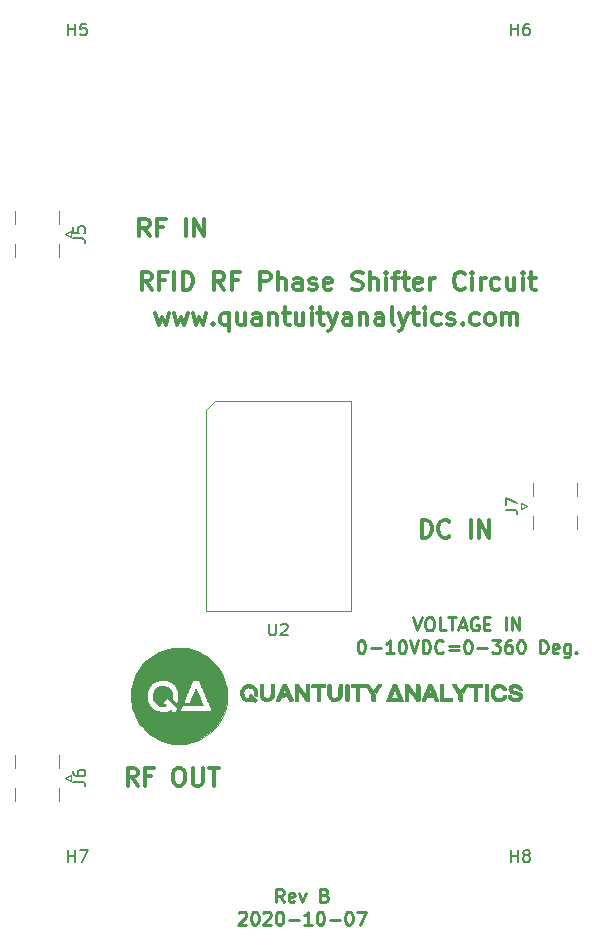
<source format=gbr>
%TF.GenerationSoftware,KiCad,Pcbnew,(5.1.6)-1*%
%TF.CreationDate,2020-10-09T05:33:10-04:00*%
%TF.ProjectId,RFID_PROJECT_PHASE-SHIFTER,52464944-5f50-4524-9f4a-4543545f5048,B*%
%TF.SameCoordinates,Original*%
%TF.FileFunction,Legend,Top*%
%TF.FilePolarity,Positive*%
%FSLAX46Y46*%
G04 Gerber Fmt 4.6, Leading zero omitted, Abs format (unit mm)*
G04 Created by KiCad (PCBNEW (5.1.6)-1) date 2020-10-09 05:33:10*
%MOMM*%
%LPD*%
G01*
G04 APERTURE LIST*
%ADD10C,0.275000*%
%ADD11C,0.300000*%
%ADD12C,0.010000*%
%ADD13C,0.120000*%
%ADD14C,0.150000*%
G04 APERTURE END LIST*
D10*
X151480952Y-126035119D02*
X151114285Y-125511309D01*
X150852380Y-126035119D02*
X150852380Y-124935119D01*
X151271428Y-124935119D01*
X151376190Y-124987500D01*
X151428571Y-125039880D01*
X151480952Y-125144642D01*
X151480952Y-125301785D01*
X151428571Y-125406547D01*
X151376190Y-125458928D01*
X151271428Y-125511309D01*
X150852380Y-125511309D01*
X152371428Y-125982738D02*
X152266666Y-126035119D01*
X152057142Y-126035119D01*
X151952380Y-125982738D01*
X151900000Y-125877976D01*
X151900000Y-125458928D01*
X151952380Y-125354166D01*
X152057142Y-125301785D01*
X152266666Y-125301785D01*
X152371428Y-125354166D01*
X152423809Y-125458928D01*
X152423809Y-125563690D01*
X151900000Y-125668452D01*
X152790476Y-125301785D02*
X153052380Y-126035119D01*
X153314285Y-125301785D01*
X154938095Y-125458928D02*
X155095238Y-125511309D01*
X155147619Y-125563690D01*
X155200000Y-125668452D01*
X155200000Y-125825595D01*
X155147619Y-125930357D01*
X155095238Y-125982738D01*
X154990476Y-126035119D01*
X154571428Y-126035119D01*
X154571428Y-124935119D01*
X154938095Y-124935119D01*
X155042857Y-124987500D01*
X155095238Y-125039880D01*
X155147619Y-125144642D01*
X155147619Y-125249404D01*
X155095238Y-125354166D01*
X155042857Y-125406547D01*
X154938095Y-125458928D01*
X154571428Y-125458928D01*
X147657142Y-126964880D02*
X147709523Y-126912500D01*
X147814285Y-126860119D01*
X148076190Y-126860119D01*
X148180952Y-126912500D01*
X148233333Y-126964880D01*
X148285714Y-127069642D01*
X148285714Y-127174404D01*
X148233333Y-127331547D01*
X147604761Y-127960119D01*
X148285714Y-127960119D01*
X148966666Y-126860119D02*
X149071428Y-126860119D01*
X149176190Y-126912500D01*
X149228571Y-126964880D01*
X149280952Y-127069642D01*
X149333333Y-127279166D01*
X149333333Y-127541071D01*
X149280952Y-127750595D01*
X149228571Y-127855357D01*
X149176190Y-127907738D01*
X149071428Y-127960119D01*
X148966666Y-127960119D01*
X148861904Y-127907738D01*
X148809523Y-127855357D01*
X148757142Y-127750595D01*
X148704761Y-127541071D01*
X148704761Y-127279166D01*
X148757142Y-127069642D01*
X148809523Y-126964880D01*
X148861904Y-126912500D01*
X148966666Y-126860119D01*
X149752380Y-126964880D02*
X149804761Y-126912500D01*
X149909523Y-126860119D01*
X150171428Y-126860119D01*
X150276190Y-126912500D01*
X150328571Y-126964880D01*
X150380952Y-127069642D01*
X150380952Y-127174404D01*
X150328571Y-127331547D01*
X149700000Y-127960119D01*
X150380952Y-127960119D01*
X151061904Y-126860119D02*
X151166666Y-126860119D01*
X151271428Y-126912500D01*
X151323809Y-126964880D01*
X151376190Y-127069642D01*
X151428571Y-127279166D01*
X151428571Y-127541071D01*
X151376190Y-127750595D01*
X151323809Y-127855357D01*
X151271428Y-127907738D01*
X151166666Y-127960119D01*
X151061904Y-127960119D01*
X150957142Y-127907738D01*
X150904761Y-127855357D01*
X150852380Y-127750595D01*
X150800000Y-127541071D01*
X150800000Y-127279166D01*
X150852380Y-127069642D01*
X150904761Y-126964880D01*
X150957142Y-126912500D01*
X151061904Y-126860119D01*
X151900000Y-127541071D02*
X152738095Y-127541071D01*
X153838095Y-127960119D02*
X153209523Y-127960119D01*
X153523809Y-127960119D02*
X153523809Y-126860119D01*
X153419047Y-127017261D01*
X153314285Y-127122023D01*
X153209523Y-127174404D01*
X154519047Y-126860119D02*
X154623809Y-126860119D01*
X154728571Y-126912500D01*
X154780952Y-126964880D01*
X154833333Y-127069642D01*
X154885714Y-127279166D01*
X154885714Y-127541071D01*
X154833333Y-127750595D01*
X154780952Y-127855357D01*
X154728571Y-127907738D01*
X154623809Y-127960119D01*
X154519047Y-127960119D01*
X154414285Y-127907738D01*
X154361904Y-127855357D01*
X154309523Y-127750595D01*
X154257142Y-127541071D01*
X154257142Y-127279166D01*
X154309523Y-127069642D01*
X154361904Y-126964880D01*
X154414285Y-126912500D01*
X154519047Y-126860119D01*
X155357142Y-127541071D02*
X156195238Y-127541071D01*
X156928571Y-126860119D02*
X157033333Y-126860119D01*
X157138095Y-126912500D01*
X157190476Y-126964880D01*
X157242857Y-127069642D01*
X157295238Y-127279166D01*
X157295238Y-127541071D01*
X157242857Y-127750595D01*
X157190476Y-127855357D01*
X157138095Y-127907738D01*
X157033333Y-127960119D01*
X156928571Y-127960119D01*
X156823809Y-127907738D01*
X156771428Y-127855357D01*
X156719047Y-127750595D01*
X156666666Y-127541071D01*
X156666666Y-127279166D01*
X156719047Y-127069642D01*
X156771428Y-126964880D01*
X156823809Y-126912500D01*
X156928571Y-126860119D01*
X157661904Y-126860119D02*
X158395238Y-126860119D01*
X157923809Y-127960119D01*
X162416666Y-101935119D02*
X162783333Y-103035119D01*
X163150000Y-101935119D01*
X163726190Y-101935119D02*
X163935714Y-101935119D01*
X164040476Y-101987500D01*
X164145238Y-102092261D01*
X164197619Y-102301785D01*
X164197619Y-102668452D01*
X164145238Y-102877976D01*
X164040476Y-102982738D01*
X163935714Y-103035119D01*
X163726190Y-103035119D01*
X163621428Y-102982738D01*
X163516666Y-102877976D01*
X163464285Y-102668452D01*
X163464285Y-102301785D01*
X163516666Y-102092261D01*
X163621428Y-101987500D01*
X163726190Y-101935119D01*
X165192857Y-103035119D02*
X164669047Y-103035119D01*
X164669047Y-101935119D01*
X165402380Y-101935119D02*
X166030952Y-101935119D01*
X165716666Y-103035119D02*
X165716666Y-101935119D01*
X166345238Y-102720833D02*
X166869047Y-102720833D01*
X166240476Y-103035119D02*
X166607142Y-101935119D01*
X166973809Y-103035119D01*
X167916666Y-101987500D02*
X167811904Y-101935119D01*
X167654761Y-101935119D01*
X167497619Y-101987500D01*
X167392857Y-102092261D01*
X167340476Y-102197023D01*
X167288095Y-102406547D01*
X167288095Y-102563690D01*
X167340476Y-102773214D01*
X167392857Y-102877976D01*
X167497619Y-102982738D01*
X167654761Y-103035119D01*
X167759523Y-103035119D01*
X167916666Y-102982738D01*
X167969047Y-102930357D01*
X167969047Y-102563690D01*
X167759523Y-102563690D01*
X168440476Y-102458928D02*
X168807142Y-102458928D01*
X168964285Y-103035119D02*
X168440476Y-103035119D01*
X168440476Y-101935119D01*
X168964285Y-101935119D01*
X170273809Y-103035119D02*
X170273809Y-101935119D01*
X170797619Y-103035119D02*
X170797619Y-101935119D01*
X171426190Y-103035119D01*
X171426190Y-101935119D01*
X157990476Y-103860119D02*
X158095238Y-103860119D01*
X158200000Y-103912500D01*
X158252380Y-103964880D01*
X158304761Y-104069642D01*
X158357142Y-104279166D01*
X158357142Y-104541071D01*
X158304761Y-104750595D01*
X158252380Y-104855357D01*
X158200000Y-104907738D01*
X158095238Y-104960119D01*
X157990476Y-104960119D01*
X157885714Y-104907738D01*
X157833333Y-104855357D01*
X157780952Y-104750595D01*
X157728571Y-104541071D01*
X157728571Y-104279166D01*
X157780952Y-104069642D01*
X157833333Y-103964880D01*
X157885714Y-103912500D01*
X157990476Y-103860119D01*
X158828571Y-104541071D02*
X159666666Y-104541071D01*
X160766666Y-104960119D02*
X160138095Y-104960119D01*
X160452380Y-104960119D02*
X160452380Y-103860119D01*
X160347619Y-104017261D01*
X160242857Y-104122023D01*
X160138095Y-104174404D01*
X161447619Y-103860119D02*
X161552380Y-103860119D01*
X161657142Y-103912500D01*
X161709523Y-103964880D01*
X161761904Y-104069642D01*
X161814285Y-104279166D01*
X161814285Y-104541071D01*
X161761904Y-104750595D01*
X161709523Y-104855357D01*
X161657142Y-104907738D01*
X161552380Y-104960119D01*
X161447619Y-104960119D01*
X161342857Y-104907738D01*
X161290476Y-104855357D01*
X161238095Y-104750595D01*
X161185714Y-104541071D01*
X161185714Y-104279166D01*
X161238095Y-104069642D01*
X161290476Y-103964880D01*
X161342857Y-103912500D01*
X161447619Y-103860119D01*
X162128571Y-103860119D02*
X162495238Y-104960119D01*
X162861904Y-103860119D01*
X163228571Y-104960119D02*
X163228571Y-103860119D01*
X163490476Y-103860119D01*
X163647619Y-103912500D01*
X163752380Y-104017261D01*
X163804761Y-104122023D01*
X163857142Y-104331547D01*
X163857142Y-104488690D01*
X163804761Y-104698214D01*
X163752380Y-104802976D01*
X163647619Y-104907738D01*
X163490476Y-104960119D01*
X163228571Y-104960119D01*
X164957142Y-104855357D02*
X164904761Y-104907738D01*
X164747619Y-104960119D01*
X164642857Y-104960119D01*
X164485714Y-104907738D01*
X164380952Y-104802976D01*
X164328571Y-104698214D01*
X164276190Y-104488690D01*
X164276190Y-104331547D01*
X164328571Y-104122023D01*
X164380952Y-104017261D01*
X164485714Y-103912500D01*
X164642857Y-103860119D01*
X164747619Y-103860119D01*
X164904761Y-103912500D01*
X164957142Y-103964880D01*
X165428571Y-104383928D02*
X166266666Y-104383928D01*
X166266666Y-104698214D02*
X165428571Y-104698214D01*
X167000000Y-103860119D02*
X167104761Y-103860119D01*
X167209523Y-103912500D01*
X167261904Y-103964880D01*
X167314285Y-104069642D01*
X167366666Y-104279166D01*
X167366666Y-104541071D01*
X167314285Y-104750595D01*
X167261904Y-104855357D01*
X167209523Y-104907738D01*
X167104761Y-104960119D01*
X167000000Y-104960119D01*
X166895238Y-104907738D01*
X166842857Y-104855357D01*
X166790476Y-104750595D01*
X166738095Y-104541071D01*
X166738095Y-104279166D01*
X166790476Y-104069642D01*
X166842857Y-103964880D01*
X166895238Y-103912500D01*
X167000000Y-103860119D01*
X167838095Y-104541071D02*
X168676190Y-104541071D01*
X169095238Y-103860119D02*
X169776190Y-103860119D01*
X169409523Y-104279166D01*
X169566666Y-104279166D01*
X169671428Y-104331547D01*
X169723809Y-104383928D01*
X169776190Y-104488690D01*
X169776190Y-104750595D01*
X169723809Y-104855357D01*
X169671428Y-104907738D01*
X169566666Y-104960119D01*
X169252380Y-104960119D01*
X169147619Y-104907738D01*
X169095238Y-104855357D01*
X170719047Y-103860119D02*
X170509523Y-103860119D01*
X170404761Y-103912500D01*
X170352380Y-103964880D01*
X170247619Y-104122023D01*
X170195238Y-104331547D01*
X170195238Y-104750595D01*
X170247619Y-104855357D01*
X170300000Y-104907738D01*
X170404761Y-104960119D01*
X170614285Y-104960119D01*
X170719047Y-104907738D01*
X170771428Y-104855357D01*
X170823809Y-104750595D01*
X170823809Y-104488690D01*
X170771428Y-104383928D01*
X170719047Y-104331547D01*
X170614285Y-104279166D01*
X170404761Y-104279166D01*
X170300000Y-104331547D01*
X170247619Y-104383928D01*
X170195238Y-104488690D01*
X171504761Y-103860119D02*
X171609523Y-103860119D01*
X171714285Y-103912500D01*
X171766666Y-103964880D01*
X171819047Y-104069642D01*
X171871428Y-104279166D01*
X171871428Y-104541071D01*
X171819047Y-104750595D01*
X171766666Y-104855357D01*
X171714285Y-104907738D01*
X171609523Y-104960119D01*
X171504761Y-104960119D01*
X171400000Y-104907738D01*
X171347619Y-104855357D01*
X171295238Y-104750595D01*
X171242857Y-104541071D01*
X171242857Y-104279166D01*
X171295238Y-104069642D01*
X171347619Y-103964880D01*
X171400000Y-103912500D01*
X171504761Y-103860119D01*
X173180952Y-104960119D02*
X173180952Y-103860119D01*
X173442857Y-103860119D01*
X173600000Y-103912500D01*
X173704761Y-104017261D01*
X173757142Y-104122023D01*
X173809523Y-104331547D01*
X173809523Y-104488690D01*
X173757142Y-104698214D01*
X173704761Y-104802976D01*
X173600000Y-104907738D01*
X173442857Y-104960119D01*
X173180952Y-104960119D01*
X174700000Y-104907738D02*
X174595238Y-104960119D01*
X174385714Y-104960119D01*
X174280952Y-104907738D01*
X174228571Y-104802976D01*
X174228571Y-104383928D01*
X174280952Y-104279166D01*
X174385714Y-104226785D01*
X174595238Y-104226785D01*
X174700000Y-104279166D01*
X174752380Y-104383928D01*
X174752380Y-104488690D01*
X174228571Y-104593452D01*
X175695238Y-104226785D02*
X175695238Y-105117261D01*
X175642857Y-105222023D01*
X175590476Y-105274404D01*
X175485714Y-105326785D01*
X175328571Y-105326785D01*
X175223809Y-105274404D01*
X175695238Y-104907738D02*
X175590476Y-104960119D01*
X175380952Y-104960119D01*
X175276190Y-104907738D01*
X175223809Y-104855357D01*
X175171428Y-104750595D01*
X175171428Y-104436309D01*
X175223809Y-104331547D01*
X175276190Y-104279166D01*
X175380952Y-104226785D01*
X175590476Y-104226785D01*
X175695238Y-104279166D01*
X176219047Y-104855357D02*
X176271428Y-104907738D01*
X176219047Y-104960119D01*
X176166666Y-104907738D01*
X176219047Y-104855357D01*
X176219047Y-104960119D01*
D11*
X140607142Y-76178571D02*
X140892857Y-77178571D01*
X141178571Y-76464285D01*
X141464285Y-77178571D01*
X141750000Y-76178571D01*
X142178571Y-76178571D02*
X142464285Y-77178571D01*
X142750000Y-76464285D01*
X143035714Y-77178571D01*
X143321428Y-76178571D01*
X143750000Y-76178571D02*
X144035714Y-77178571D01*
X144321428Y-76464285D01*
X144607142Y-77178571D01*
X144892857Y-76178571D01*
X145464285Y-77035714D02*
X145535714Y-77107142D01*
X145464285Y-77178571D01*
X145392857Y-77107142D01*
X145464285Y-77035714D01*
X145464285Y-77178571D01*
X146821428Y-76178571D02*
X146821428Y-77678571D01*
X146821428Y-77107142D02*
X146678571Y-77178571D01*
X146392857Y-77178571D01*
X146250000Y-77107142D01*
X146178571Y-77035714D01*
X146107142Y-76892857D01*
X146107142Y-76464285D01*
X146178571Y-76321428D01*
X146250000Y-76250000D01*
X146392857Y-76178571D01*
X146678571Y-76178571D01*
X146821428Y-76250000D01*
X148178571Y-76178571D02*
X148178571Y-77178571D01*
X147535714Y-76178571D02*
X147535714Y-76964285D01*
X147607142Y-77107142D01*
X147750000Y-77178571D01*
X147964285Y-77178571D01*
X148107142Y-77107142D01*
X148178571Y-77035714D01*
X149535714Y-77178571D02*
X149535714Y-76392857D01*
X149464285Y-76250000D01*
X149321428Y-76178571D01*
X149035714Y-76178571D01*
X148892857Y-76250000D01*
X149535714Y-77107142D02*
X149392857Y-77178571D01*
X149035714Y-77178571D01*
X148892857Y-77107142D01*
X148821428Y-76964285D01*
X148821428Y-76821428D01*
X148892857Y-76678571D01*
X149035714Y-76607142D01*
X149392857Y-76607142D01*
X149535714Y-76535714D01*
X150250000Y-76178571D02*
X150250000Y-77178571D01*
X150250000Y-76321428D02*
X150321428Y-76250000D01*
X150464285Y-76178571D01*
X150678571Y-76178571D01*
X150821428Y-76250000D01*
X150892857Y-76392857D01*
X150892857Y-77178571D01*
X151392857Y-76178571D02*
X151964285Y-76178571D01*
X151607142Y-75678571D02*
X151607142Y-76964285D01*
X151678571Y-77107142D01*
X151821428Y-77178571D01*
X151964285Y-77178571D01*
X153107142Y-76178571D02*
X153107142Y-77178571D01*
X152464285Y-76178571D02*
X152464285Y-76964285D01*
X152535714Y-77107142D01*
X152678571Y-77178571D01*
X152892857Y-77178571D01*
X153035714Y-77107142D01*
X153107142Y-77035714D01*
X153821428Y-77178571D02*
X153821428Y-76178571D01*
X153821428Y-75678571D02*
X153750000Y-75750000D01*
X153821428Y-75821428D01*
X153892857Y-75750000D01*
X153821428Y-75678571D01*
X153821428Y-75821428D01*
X154321428Y-76178571D02*
X154892857Y-76178571D01*
X154535714Y-75678571D02*
X154535714Y-76964285D01*
X154607142Y-77107142D01*
X154750000Y-77178571D01*
X154892857Y-77178571D01*
X155250000Y-76178571D02*
X155607142Y-77178571D01*
X155964285Y-76178571D02*
X155607142Y-77178571D01*
X155464285Y-77535714D01*
X155392857Y-77607142D01*
X155250000Y-77678571D01*
X157178571Y-77178571D02*
X157178571Y-76392857D01*
X157107142Y-76250000D01*
X156964285Y-76178571D01*
X156678571Y-76178571D01*
X156535714Y-76250000D01*
X157178571Y-77107142D02*
X157035714Y-77178571D01*
X156678571Y-77178571D01*
X156535714Y-77107142D01*
X156464285Y-76964285D01*
X156464285Y-76821428D01*
X156535714Y-76678571D01*
X156678571Y-76607142D01*
X157035714Y-76607142D01*
X157178571Y-76535714D01*
X157892857Y-76178571D02*
X157892857Y-77178571D01*
X157892857Y-76321428D02*
X157964285Y-76250000D01*
X158107142Y-76178571D01*
X158321428Y-76178571D01*
X158464285Y-76250000D01*
X158535714Y-76392857D01*
X158535714Y-77178571D01*
X159892857Y-77178571D02*
X159892857Y-76392857D01*
X159821428Y-76250000D01*
X159678571Y-76178571D01*
X159392857Y-76178571D01*
X159250000Y-76250000D01*
X159892857Y-77107142D02*
X159750000Y-77178571D01*
X159392857Y-77178571D01*
X159250000Y-77107142D01*
X159178571Y-76964285D01*
X159178571Y-76821428D01*
X159250000Y-76678571D01*
X159392857Y-76607142D01*
X159750000Y-76607142D01*
X159892857Y-76535714D01*
X160821428Y-77178571D02*
X160678571Y-77107142D01*
X160607142Y-76964285D01*
X160607142Y-75678571D01*
X161250000Y-76178571D02*
X161607142Y-77178571D01*
X161964285Y-76178571D02*
X161607142Y-77178571D01*
X161464285Y-77535714D01*
X161392857Y-77607142D01*
X161250000Y-77678571D01*
X162321428Y-76178571D02*
X162892857Y-76178571D01*
X162535714Y-75678571D02*
X162535714Y-76964285D01*
X162607142Y-77107142D01*
X162750000Y-77178571D01*
X162892857Y-77178571D01*
X163392857Y-77178571D02*
X163392857Y-76178571D01*
X163392857Y-75678571D02*
X163321428Y-75750000D01*
X163392857Y-75821428D01*
X163464285Y-75750000D01*
X163392857Y-75678571D01*
X163392857Y-75821428D01*
X164750000Y-77107142D02*
X164607142Y-77178571D01*
X164321428Y-77178571D01*
X164178571Y-77107142D01*
X164107142Y-77035714D01*
X164035714Y-76892857D01*
X164035714Y-76464285D01*
X164107142Y-76321428D01*
X164178571Y-76250000D01*
X164321428Y-76178571D01*
X164607142Y-76178571D01*
X164750000Y-76250000D01*
X165321428Y-77107142D02*
X165464285Y-77178571D01*
X165750000Y-77178571D01*
X165892857Y-77107142D01*
X165964285Y-76964285D01*
X165964285Y-76892857D01*
X165892857Y-76750000D01*
X165750000Y-76678571D01*
X165535714Y-76678571D01*
X165392857Y-76607142D01*
X165321428Y-76464285D01*
X165321428Y-76392857D01*
X165392857Y-76250000D01*
X165535714Y-76178571D01*
X165750000Y-76178571D01*
X165892857Y-76250000D01*
X166607142Y-77035714D02*
X166678571Y-77107142D01*
X166607142Y-77178571D01*
X166535714Y-77107142D01*
X166607142Y-77035714D01*
X166607142Y-77178571D01*
X167964285Y-77107142D02*
X167821428Y-77178571D01*
X167535714Y-77178571D01*
X167392857Y-77107142D01*
X167321428Y-77035714D01*
X167250000Y-76892857D01*
X167250000Y-76464285D01*
X167321428Y-76321428D01*
X167392857Y-76250000D01*
X167535714Y-76178571D01*
X167821428Y-76178571D01*
X167964285Y-76250000D01*
X168821428Y-77178571D02*
X168678571Y-77107142D01*
X168607142Y-77035714D01*
X168535714Y-76892857D01*
X168535714Y-76464285D01*
X168607142Y-76321428D01*
X168678571Y-76250000D01*
X168821428Y-76178571D01*
X169035714Y-76178571D01*
X169178571Y-76250000D01*
X169250000Y-76321428D01*
X169321428Y-76464285D01*
X169321428Y-76892857D01*
X169250000Y-77035714D01*
X169178571Y-77107142D01*
X169035714Y-77178571D01*
X168821428Y-77178571D01*
X169964285Y-77178571D02*
X169964285Y-76178571D01*
X169964285Y-76321428D02*
X170035714Y-76250000D01*
X170178571Y-76178571D01*
X170392857Y-76178571D01*
X170535714Y-76250000D01*
X170607142Y-76392857D01*
X170607142Y-77178571D01*
X170607142Y-76392857D02*
X170678571Y-76250000D01*
X170821428Y-76178571D01*
X171035714Y-76178571D01*
X171178571Y-76250000D01*
X171250000Y-76392857D01*
X171250000Y-77178571D01*
X139107142Y-116178571D02*
X138607142Y-115464285D01*
X138250000Y-116178571D02*
X138250000Y-114678571D01*
X138821428Y-114678571D01*
X138964285Y-114750000D01*
X139035714Y-114821428D01*
X139107142Y-114964285D01*
X139107142Y-115178571D01*
X139035714Y-115321428D01*
X138964285Y-115392857D01*
X138821428Y-115464285D01*
X138250000Y-115464285D01*
X140250000Y-115392857D02*
X139750000Y-115392857D01*
X139750000Y-116178571D02*
X139750000Y-114678571D01*
X140464285Y-114678571D01*
X142464285Y-114678571D02*
X142750000Y-114678571D01*
X142892857Y-114750000D01*
X143035714Y-114892857D01*
X143107142Y-115178571D01*
X143107142Y-115678571D01*
X143035714Y-115964285D01*
X142892857Y-116107142D01*
X142750000Y-116178571D01*
X142464285Y-116178571D01*
X142321428Y-116107142D01*
X142178571Y-115964285D01*
X142107142Y-115678571D01*
X142107142Y-115178571D01*
X142178571Y-114892857D01*
X142321428Y-114750000D01*
X142464285Y-114678571D01*
X143750000Y-114678571D02*
X143750000Y-115892857D01*
X143821428Y-116035714D01*
X143892857Y-116107142D01*
X144035714Y-116178571D01*
X144321428Y-116178571D01*
X144464285Y-116107142D01*
X144535714Y-116035714D01*
X144607142Y-115892857D01*
X144607142Y-114678571D01*
X145107142Y-114678571D02*
X145964285Y-114678571D01*
X145535714Y-116178571D02*
X145535714Y-114678571D01*
X140107142Y-69678571D02*
X139607142Y-68964285D01*
X139250000Y-69678571D02*
X139250000Y-68178571D01*
X139821428Y-68178571D01*
X139964285Y-68250000D01*
X140035714Y-68321428D01*
X140107142Y-68464285D01*
X140107142Y-68678571D01*
X140035714Y-68821428D01*
X139964285Y-68892857D01*
X139821428Y-68964285D01*
X139250000Y-68964285D01*
X141250000Y-68892857D02*
X140750000Y-68892857D01*
X140750000Y-69678571D02*
X140750000Y-68178571D01*
X141464285Y-68178571D01*
X143178571Y-69678571D02*
X143178571Y-68178571D01*
X143892857Y-69678571D02*
X143892857Y-68178571D01*
X144750000Y-69678571D01*
X144750000Y-68178571D01*
X163142857Y-95178571D02*
X163142857Y-93678571D01*
X163500000Y-93678571D01*
X163714285Y-93750000D01*
X163857142Y-93892857D01*
X163928571Y-94035714D01*
X164000000Y-94321428D01*
X164000000Y-94535714D01*
X163928571Y-94821428D01*
X163857142Y-94964285D01*
X163714285Y-95107142D01*
X163500000Y-95178571D01*
X163142857Y-95178571D01*
X165500000Y-95035714D02*
X165428571Y-95107142D01*
X165214285Y-95178571D01*
X165071428Y-95178571D01*
X164857142Y-95107142D01*
X164714285Y-94964285D01*
X164642857Y-94821428D01*
X164571428Y-94535714D01*
X164571428Y-94321428D01*
X164642857Y-94035714D01*
X164714285Y-93892857D01*
X164857142Y-93750000D01*
X165071428Y-93678571D01*
X165214285Y-93678571D01*
X165428571Y-93750000D01*
X165500000Y-93821428D01*
X167285714Y-95178571D02*
X167285714Y-93678571D01*
X168000000Y-95178571D02*
X168000000Y-93678571D01*
X168857142Y-95178571D01*
X168857142Y-93678571D01*
X140285714Y-74178571D02*
X139785714Y-73464285D01*
X139428571Y-74178571D02*
X139428571Y-72678571D01*
X140000000Y-72678571D01*
X140142857Y-72750000D01*
X140214285Y-72821428D01*
X140285714Y-72964285D01*
X140285714Y-73178571D01*
X140214285Y-73321428D01*
X140142857Y-73392857D01*
X140000000Y-73464285D01*
X139428571Y-73464285D01*
X141428571Y-73392857D02*
X140928571Y-73392857D01*
X140928571Y-74178571D02*
X140928571Y-72678571D01*
X141642857Y-72678571D01*
X142214285Y-74178571D02*
X142214285Y-72678571D01*
X142928571Y-74178571D02*
X142928571Y-72678571D01*
X143285714Y-72678571D01*
X143500000Y-72750000D01*
X143642857Y-72892857D01*
X143714285Y-73035714D01*
X143785714Y-73321428D01*
X143785714Y-73535714D01*
X143714285Y-73821428D01*
X143642857Y-73964285D01*
X143500000Y-74107142D01*
X143285714Y-74178571D01*
X142928571Y-74178571D01*
X146428571Y-74178571D02*
X145928571Y-73464285D01*
X145571428Y-74178571D02*
X145571428Y-72678571D01*
X146142857Y-72678571D01*
X146285714Y-72750000D01*
X146357142Y-72821428D01*
X146428571Y-72964285D01*
X146428571Y-73178571D01*
X146357142Y-73321428D01*
X146285714Y-73392857D01*
X146142857Y-73464285D01*
X145571428Y-73464285D01*
X147571428Y-73392857D02*
X147071428Y-73392857D01*
X147071428Y-74178571D02*
X147071428Y-72678571D01*
X147785714Y-72678571D01*
X149500000Y-74178571D02*
X149500000Y-72678571D01*
X150071428Y-72678571D01*
X150214285Y-72750000D01*
X150285714Y-72821428D01*
X150357142Y-72964285D01*
X150357142Y-73178571D01*
X150285714Y-73321428D01*
X150214285Y-73392857D01*
X150071428Y-73464285D01*
X149500000Y-73464285D01*
X151000000Y-74178571D02*
X151000000Y-72678571D01*
X151642857Y-74178571D02*
X151642857Y-73392857D01*
X151571428Y-73250000D01*
X151428571Y-73178571D01*
X151214285Y-73178571D01*
X151071428Y-73250000D01*
X151000000Y-73321428D01*
X153000000Y-74178571D02*
X153000000Y-73392857D01*
X152928571Y-73250000D01*
X152785714Y-73178571D01*
X152500000Y-73178571D01*
X152357142Y-73250000D01*
X153000000Y-74107142D02*
X152857142Y-74178571D01*
X152500000Y-74178571D01*
X152357142Y-74107142D01*
X152285714Y-73964285D01*
X152285714Y-73821428D01*
X152357142Y-73678571D01*
X152500000Y-73607142D01*
X152857142Y-73607142D01*
X153000000Y-73535714D01*
X153642857Y-74107142D02*
X153785714Y-74178571D01*
X154071428Y-74178571D01*
X154214285Y-74107142D01*
X154285714Y-73964285D01*
X154285714Y-73892857D01*
X154214285Y-73750000D01*
X154071428Y-73678571D01*
X153857142Y-73678571D01*
X153714285Y-73607142D01*
X153642857Y-73464285D01*
X153642857Y-73392857D01*
X153714285Y-73250000D01*
X153857142Y-73178571D01*
X154071428Y-73178571D01*
X154214285Y-73250000D01*
X155500000Y-74107142D02*
X155357142Y-74178571D01*
X155071428Y-74178571D01*
X154928571Y-74107142D01*
X154857142Y-73964285D01*
X154857142Y-73392857D01*
X154928571Y-73250000D01*
X155071428Y-73178571D01*
X155357142Y-73178571D01*
X155500000Y-73250000D01*
X155571428Y-73392857D01*
X155571428Y-73535714D01*
X154857142Y-73678571D01*
X157285714Y-74107142D02*
X157500000Y-74178571D01*
X157857142Y-74178571D01*
X158000000Y-74107142D01*
X158071428Y-74035714D01*
X158142857Y-73892857D01*
X158142857Y-73750000D01*
X158071428Y-73607142D01*
X158000000Y-73535714D01*
X157857142Y-73464285D01*
X157571428Y-73392857D01*
X157428571Y-73321428D01*
X157357142Y-73250000D01*
X157285714Y-73107142D01*
X157285714Y-72964285D01*
X157357142Y-72821428D01*
X157428571Y-72750000D01*
X157571428Y-72678571D01*
X157928571Y-72678571D01*
X158142857Y-72750000D01*
X158785714Y-74178571D02*
X158785714Y-72678571D01*
X159428571Y-74178571D02*
X159428571Y-73392857D01*
X159357142Y-73250000D01*
X159214285Y-73178571D01*
X159000000Y-73178571D01*
X158857142Y-73250000D01*
X158785714Y-73321428D01*
X160142857Y-74178571D02*
X160142857Y-73178571D01*
X160142857Y-72678571D02*
X160071428Y-72750000D01*
X160142857Y-72821428D01*
X160214285Y-72750000D01*
X160142857Y-72678571D01*
X160142857Y-72821428D01*
X160642857Y-73178571D02*
X161214285Y-73178571D01*
X160857142Y-74178571D02*
X160857142Y-72892857D01*
X160928571Y-72750000D01*
X161071428Y-72678571D01*
X161214285Y-72678571D01*
X161500000Y-73178571D02*
X162071428Y-73178571D01*
X161714285Y-72678571D02*
X161714285Y-73964285D01*
X161785714Y-74107142D01*
X161928571Y-74178571D01*
X162071428Y-74178571D01*
X163142857Y-74107142D02*
X163000000Y-74178571D01*
X162714285Y-74178571D01*
X162571428Y-74107142D01*
X162500000Y-73964285D01*
X162500000Y-73392857D01*
X162571428Y-73250000D01*
X162714285Y-73178571D01*
X163000000Y-73178571D01*
X163142857Y-73250000D01*
X163214285Y-73392857D01*
X163214285Y-73535714D01*
X162500000Y-73678571D01*
X163857142Y-74178571D02*
X163857142Y-73178571D01*
X163857142Y-73464285D02*
X163928571Y-73321428D01*
X164000000Y-73250000D01*
X164142857Y-73178571D01*
X164285714Y-73178571D01*
X166785714Y-74035714D02*
X166714285Y-74107142D01*
X166500000Y-74178571D01*
X166357142Y-74178571D01*
X166142857Y-74107142D01*
X166000000Y-73964285D01*
X165928571Y-73821428D01*
X165857142Y-73535714D01*
X165857142Y-73321428D01*
X165928571Y-73035714D01*
X166000000Y-72892857D01*
X166142857Y-72750000D01*
X166357142Y-72678571D01*
X166500000Y-72678571D01*
X166714285Y-72750000D01*
X166785714Y-72821428D01*
X167428571Y-74178571D02*
X167428571Y-73178571D01*
X167428571Y-72678571D02*
X167357142Y-72750000D01*
X167428571Y-72821428D01*
X167500000Y-72750000D01*
X167428571Y-72678571D01*
X167428571Y-72821428D01*
X168142857Y-74178571D02*
X168142857Y-73178571D01*
X168142857Y-73464285D02*
X168214285Y-73321428D01*
X168285714Y-73250000D01*
X168428571Y-73178571D01*
X168571428Y-73178571D01*
X169714285Y-74107142D02*
X169571428Y-74178571D01*
X169285714Y-74178571D01*
X169142857Y-74107142D01*
X169071428Y-74035714D01*
X169000000Y-73892857D01*
X169000000Y-73464285D01*
X169071428Y-73321428D01*
X169142857Y-73250000D01*
X169285714Y-73178571D01*
X169571428Y-73178571D01*
X169714285Y-73250000D01*
X171000000Y-73178571D02*
X171000000Y-74178571D01*
X170357142Y-73178571D02*
X170357142Y-73964285D01*
X170428571Y-74107142D01*
X170571428Y-74178571D01*
X170785714Y-74178571D01*
X170928571Y-74107142D01*
X171000000Y-74035714D01*
X171714285Y-74178571D02*
X171714285Y-73178571D01*
X171714285Y-72678571D02*
X171642857Y-72750000D01*
X171714285Y-72821428D01*
X171785714Y-72750000D01*
X171714285Y-72678571D01*
X171714285Y-72821428D01*
X172214285Y-73178571D02*
X172785714Y-73178571D01*
X172428571Y-72678571D02*
X172428571Y-73964285D01*
X172500000Y-74107142D01*
X172642857Y-74178571D01*
X172785714Y-74178571D01*
D12*
%TO.C,G\u002A\u002A\u002A*%
G36*
X168686696Y-107581886D02*
G01*
X168703932Y-107584897D01*
X168718024Y-107592280D01*
X168729285Y-107605603D01*
X168738026Y-107626434D01*
X168744558Y-107656343D01*
X168749195Y-107696897D01*
X168752248Y-107749665D01*
X168754028Y-107816217D01*
X168754848Y-107898120D01*
X168755020Y-107996944D01*
X168754856Y-108114256D01*
X168754667Y-108251626D01*
X168754652Y-108295696D01*
X168754786Y-108439201D01*
X168754983Y-108562190D01*
X168754934Y-108666234D01*
X168754333Y-108752901D01*
X168752871Y-108823759D01*
X168750241Y-108880379D01*
X168746134Y-108924328D01*
X168740243Y-108957176D01*
X168732260Y-108980492D01*
X168721877Y-108995844D01*
X168708786Y-109004802D01*
X168692680Y-109008935D01*
X168673250Y-109009810D01*
X168650189Y-109008999D01*
X168623190Y-109008068D01*
X168614897Y-109008000D01*
X168565811Y-109007272D01*
X168533476Y-109004432D01*
X168512586Y-108998504D01*
X168497833Y-108988509D01*
X168495130Y-108985913D01*
X168490577Y-108980834D01*
X168486697Y-108974286D01*
X168483436Y-108964580D01*
X168480739Y-108950026D01*
X168478555Y-108928936D01*
X168476828Y-108899620D01*
X168475506Y-108860389D01*
X168474533Y-108809554D01*
X168473857Y-108745427D01*
X168473424Y-108666317D01*
X168473180Y-108570536D01*
X168473071Y-108456394D01*
X168473044Y-108322203D01*
X168473043Y-108291886D01*
X168473071Y-108153103D01*
X168473186Y-108034731D01*
X168473438Y-107935097D01*
X168473875Y-107852525D01*
X168474548Y-107785339D01*
X168475504Y-107731865D01*
X168476792Y-107690428D01*
X168478463Y-107659353D01*
X168480564Y-107636964D01*
X168483145Y-107621587D01*
X168486255Y-107611547D01*
X168489942Y-107605169D01*
X168493239Y-107601669D01*
X168509181Y-107592268D01*
X168534696Y-107586570D01*
X168574393Y-107583872D01*
X168613006Y-107583392D01*
X168641545Y-107582702D01*
X168666004Y-107581677D01*
X168686696Y-107581886D01*
G37*
X168686696Y-107581886D02*
X168703932Y-107584897D01*
X168718024Y-107592280D01*
X168729285Y-107605603D01*
X168738026Y-107626434D01*
X168744558Y-107656343D01*
X168749195Y-107696897D01*
X168752248Y-107749665D01*
X168754028Y-107816217D01*
X168754848Y-107898120D01*
X168755020Y-107996944D01*
X168754856Y-108114256D01*
X168754667Y-108251626D01*
X168754652Y-108295696D01*
X168754786Y-108439201D01*
X168754983Y-108562190D01*
X168754934Y-108666234D01*
X168754333Y-108752901D01*
X168752871Y-108823759D01*
X168750241Y-108880379D01*
X168746134Y-108924328D01*
X168740243Y-108957176D01*
X168732260Y-108980492D01*
X168721877Y-108995844D01*
X168708786Y-109004802D01*
X168692680Y-109008935D01*
X168673250Y-109009810D01*
X168650189Y-109008999D01*
X168623190Y-109008068D01*
X168614897Y-109008000D01*
X168565811Y-109007272D01*
X168533476Y-109004432D01*
X168512586Y-108998504D01*
X168497833Y-108988509D01*
X168495130Y-108985913D01*
X168490577Y-108980834D01*
X168486697Y-108974286D01*
X168483436Y-108964580D01*
X168480739Y-108950026D01*
X168478555Y-108928936D01*
X168476828Y-108899620D01*
X168475506Y-108860389D01*
X168474533Y-108809554D01*
X168473857Y-108745427D01*
X168473424Y-108666317D01*
X168473180Y-108570536D01*
X168473071Y-108456394D01*
X168473044Y-108322203D01*
X168473043Y-108291886D01*
X168473071Y-108153103D01*
X168473186Y-108034731D01*
X168473438Y-107935097D01*
X168473875Y-107852525D01*
X168474548Y-107785339D01*
X168475504Y-107731865D01*
X168476792Y-107690428D01*
X168478463Y-107659353D01*
X168480564Y-107636964D01*
X168483145Y-107621587D01*
X168486255Y-107611547D01*
X168489942Y-107605169D01*
X168493239Y-107601669D01*
X168509181Y-107592268D01*
X168534696Y-107586570D01*
X168574393Y-107583872D01*
X168613006Y-107583392D01*
X168641545Y-107582702D01*
X168666004Y-107581677D01*
X168686696Y-107581886D01*
G36*
X167826175Y-107583429D02*
G01*
X167930212Y-107583586D01*
X168015898Y-107583928D01*
X168085099Y-107584523D01*
X168139684Y-107585438D01*
X168181521Y-107586739D01*
X168212476Y-107588492D01*
X168234418Y-107590766D01*
X168249215Y-107593625D01*
X168258733Y-107597138D01*
X168264841Y-107601371D01*
X168267027Y-107603587D01*
X168276428Y-107619530D01*
X168282126Y-107645044D01*
X168284824Y-107684741D01*
X168285304Y-107723354D01*
X168285205Y-107767863D01*
X168283092Y-107801441D01*
X168276241Y-107825625D01*
X168261927Y-107841955D01*
X168237425Y-107851968D01*
X168200012Y-107857203D01*
X168146963Y-107859199D01*
X168075554Y-107859493D01*
X168044239Y-107859479D01*
X167843565Y-107859479D01*
X167843565Y-108411653D01*
X167843707Y-108542010D01*
X167843864Y-108652001D01*
X167843630Y-108743339D01*
X167842599Y-108817740D01*
X167840367Y-108876921D01*
X167836528Y-108922596D01*
X167830677Y-108956480D01*
X167822409Y-108980290D01*
X167811318Y-108995741D01*
X167796999Y-109004548D01*
X167779047Y-109008426D01*
X167757056Y-109009092D01*
X167730622Y-109008260D01*
X167702761Y-109007649D01*
X167645974Y-109005832D01*
X167607825Y-109000557D01*
X167585069Y-108991360D01*
X167584043Y-108990614D01*
X167579076Y-108986256D01*
X167574901Y-108980092D01*
X167571437Y-108970272D01*
X167568602Y-108954949D01*
X167566316Y-108932271D01*
X167564498Y-108900392D01*
X167563067Y-108857460D01*
X167561941Y-108801628D01*
X167561041Y-108731046D01*
X167560283Y-108643864D01*
X167559589Y-108538235D01*
X167558900Y-108416704D01*
X167555844Y-107859479D01*
X167353547Y-107859479D01*
X167275126Y-107859439D01*
X167216051Y-107858250D01*
X167173587Y-107854310D01*
X167144998Y-107846015D01*
X167127547Y-107831762D01*
X167118499Y-107809947D01*
X167115117Y-107778968D01*
X167114667Y-107737221D01*
X167114696Y-107719516D01*
X167115452Y-107669585D01*
X167118285Y-107636788D01*
X167124036Y-107616207D01*
X167133549Y-107602922D01*
X167134891Y-107601669D01*
X167141151Y-107597494D01*
X167151143Y-107594001D01*
X167166720Y-107591130D01*
X167189735Y-107588822D01*
X167222039Y-107587016D01*
X167265488Y-107585653D01*
X167321932Y-107584673D01*
X167393225Y-107584017D01*
X167481220Y-107583625D01*
X167587770Y-107583436D01*
X167701919Y-107583392D01*
X167826175Y-107583429D01*
G37*
X167826175Y-107583429D02*
X167930212Y-107583586D01*
X168015898Y-107583928D01*
X168085099Y-107584523D01*
X168139684Y-107585438D01*
X168181521Y-107586739D01*
X168212476Y-107588492D01*
X168234418Y-107590766D01*
X168249215Y-107593625D01*
X168258733Y-107597138D01*
X168264841Y-107601371D01*
X168267027Y-107603587D01*
X168276428Y-107619530D01*
X168282126Y-107645044D01*
X168284824Y-107684741D01*
X168285304Y-107723354D01*
X168285205Y-107767863D01*
X168283092Y-107801441D01*
X168276241Y-107825625D01*
X168261927Y-107841955D01*
X168237425Y-107851968D01*
X168200012Y-107857203D01*
X168146963Y-107859199D01*
X168075554Y-107859493D01*
X168044239Y-107859479D01*
X167843565Y-107859479D01*
X167843565Y-108411653D01*
X167843707Y-108542010D01*
X167843864Y-108652001D01*
X167843630Y-108743339D01*
X167842599Y-108817740D01*
X167840367Y-108876921D01*
X167836528Y-108922596D01*
X167830677Y-108956480D01*
X167822409Y-108980290D01*
X167811318Y-108995741D01*
X167796999Y-109004548D01*
X167779047Y-109008426D01*
X167757056Y-109009092D01*
X167730622Y-109008260D01*
X167702761Y-109007649D01*
X167645974Y-109005832D01*
X167607825Y-109000557D01*
X167585069Y-108991360D01*
X167584043Y-108990614D01*
X167579076Y-108986256D01*
X167574901Y-108980092D01*
X167571437Y-108970272D01*
X167568602Y-108954949D01*
X167566316Y-108932271D01*
X167564498Y-108900392D01*
X167563067Y-108857460D01*
X167561941Y-108801628D01*
X167561041Y-108731046D01*
X167560283Y-108643864D01*
X167559589Y-108538235D01*
X167558900Y-108416704D01*
X167555844Y-107859479D01*
X167353547Y-107859479D01*
X167275126Y-107859439D01*
X167216051Y-107858250D01*
X167173587Y-107854310D01*
X167144998Y-107846015D01*
X167127547Y-107831762D01*
X167118499Y-107809947D01*
X167115117Y-107778968D01*
X167114667Y-107737221D01*
X167114696Y-107719516D01*
X167115452Y-107669585D01*
X167118285Y-107636788D01*
X167124036Y-107616207D01*
X167133549Y-107602922D01*
X167134891Y-107601669D01*
X167141151Y-107597494D01*
X167151143Y-107594001D01*
X167166720Y-107591130D01*
X167189735Y-107588822D01*
X167222039Y-107587016D01*
X167265488Y-107585653D01*
X167321932Y-107584673D01*
X167393225Y-107584017D01*
X167481220Y-107583625D01*
X167587770Y-107583436D01*
X167701919Y-107583392D01*
X167826175Y-107583429D01*
G36*
X166997319Y-107585083D02*
G01*
X167038684Y-107591150D01*
X167064422Y-107603077D01*
X167077669Y-107622352D01*
X167081560Y-107650463D01*
X167081565Y-107651855D01*
X167074958Y-107669518D01*
X167055158Y-107704825D01*
X167022195Y-107757729D01*
X166976100Y-107828184D01*
X166916901Y-107916143D01*
X166844630Y-108021560D01*
X166816522Y-108062183D01*
X166551478Y-108444438D01*
X166551478Y-108697121D01*
X166551376Y-108778548D01*
X166550908Y-108840877D01*
X166549831Y-108887095D01*
X166547903Y-108920192D01*
X166544881Y-108943155D01*
X166540521Y-108958973D01*
X166534582Y-108970634D01*
X166528590Y-108978902D01*
X166516253Y-108992822D01*
X166502444Y-109001412D01*
X166481821Y-109005952D01*
X166449044Y-109007720D01*
X166407111Y-109008000D01*
X166357809Y-109007287D01*
X166325293Y-109004503D01*
X166304290Y-108998684D01*
X166289527Y-108988864D01*
X166286435Y-108985913D01*
X166279380Y-108977689D01*
X166274004Y-108967041D01*
X166270077Y-108951089D01*
X166267368Y-108926955D01*
X166265648Y-108891761D01*
X166264685Y-108842628D01*
X166264251Y-108776678D01*
X166264126Y-108707066D01*
X166263904Y-108450305D01*
X165994004Y-108063783D01*
X165934367Y-107977821D01*
X165879770Y-107898035D01*
X165831424Y-107826269D01*
X165790541Y-107764365D01*
X165758331Y-107714168D01*
X165736005Y-107677520D01*
X165724777Y-107656264D01*
X165723661Y-107652413D01*
X165730895Y-107626159D01*
X165745304Y-107605479D01*
X165758119Y-107595319D01*
X165775265Y-107588809D01*
X165801519Y-107585172D01*
X165841660Y-107583635D01*
X165881423Y-107583392D01*
X165933564Y-107583794D01*
X165968451Y-107585585D01*
X165990913Y-107589644D01*
X166005776Y-107596850D01*
X166017868Y-107608079D01*
X166018014Y-107608240D01*
X166030031Y-107623587D01*
X166052728Y-107654550D01*
X166084270Y-107698549D01*
X166122821Y-107753001D01*
X166166544Y-107815326D01*
X166213604Y-107882943D01*
X166220302Y-107892609D01*
X166266515Y-107959327D01*
X166308485Y-108019898D01*
X166344612Y-108072013D01*
X166373296Y-108113364D01*
X166392936Y-108141642D01*
X166401930Y-108154540D01*
X166402313Y-108155074D01*
X166408919Y-108147100D01*
X166426549Y-108123114D01*
X166453671Y-108085273D01*
X166488752Y-108035737D01*
X166530261Y-107976663D01*
X166576664Y-107910210D01*
X166599458Y-107877430D01*
X166648344Y-107807619D01*
X166693867Y-107743711D01*
X166734351Y-107687976D01*
X166768117Y-107642684D01*
X166793488Y-107610106D01*
X166808785Y-107592510D01*
X166811846Y-107590117D01*
X166830032Y-107587215D01*
X166864491Y-107584942D01*
X166909410Y-107583610D01*
X166937191Y-107583392D01*
X166997319Y-107585083D01*
G37*
X166997319Y-107585083D02*
X167038684Y-107591150D01*
X167064422Y-107603077D01*
X167077669Y-107622352D01*
X167081560Y-107650463D01*
X167081565Y-107651855D01*
X167074958Y-107669518D01*
X167055158Y-107704825D01*
X167022195Y-107757729D01*
X166976100Y-107828184D01*
X166916901Y-107916143D01*
X166844630Y-108021560D01*
X166816522Y-108062183D01*
X166551478Y-108444438D01*
X166551478Y-108697121D01*
X166551376Y-108778548D01*
X166550908Y-108840877D01*
X166549831Y-108887095D01*
X166547903Y-108920192D01*
X166544881Y-108943155D01*
X166540521Y-108958973D01*
X166534582Y-108970634D01*
X166528590Y-108978902D01*
X166516253Y-108992822D01*
X166502444Y-109001412D01*
X166481821Y-109005952D01*
X166449044Y-109007720D01*
X166407111Y-109008000D01*
X166357809Y-109007287D01*
X166325293Y-109004503D01*
X166304290Y-108998684D01*
X166289527Y-108988864D01*
X166286435Y-108985913D01*
X166279380Y-108977689D01*
X166274004Y-108967041D01*
X166270077Y-108951089D01*
X166267368Y-108926955D01*
X166265648Y-108891761D01*
X166264685Y-108842628D01*
X166264251Y-108776678D01*
X166264126Y-108707066D01*
X166263904Y-108450305D01*
X165994004Y-108063783D01*
X165934367Y-107977821D01*
X165879770Y-107898035D01*
X165831424Y-107826269D01*
X165790541Y-107764365D01*
X165758331Y-107714168D01*
X165736005Y-107677520D01*
X165724777Y-107656264D01*
X165723661Y-107652413D01*
X165730895Y-107626159D01*
X165745304Y-107605479D01*
X165758119Y-107595319D01*
X165775265Y-107588809D01*
X165801519Y-107585172D01*
X165841660Y-107583635D01*
X165881423Y-107583392D01*
X165933564Y-107583794D01*
X165968451Y-107585585D01*
X165990913Y-107589644D01*
X166005776Y-107596850D01*
X166017868Y-107608079D01*
X166018014Y-107608240D01*
X166030031Y-107623587D01*
X166052728Y-107654550D01*
X166084270Y-107698549D01*
X166122821Y-107753001D01*
X166166544Y-107815326D01*
X166213604Y-107882943D01*
X166220302Y-107892609D01*
X166266515Y-107959327D01*
X166308485Y-108019898D01*
X166344612Y-108072013D01*
X166373296Y-108113364D01*
X166392936Y-108141642D01*
X166401930Y-108154540D01*
X166402313Y-108155074D01*
X166408919Y-108147100D01*
X166426549Y-108123114D01*
X166453671Y-108085273D01*
X166488752Y-108035737D01*
X166530261Y-107976663D01*
X166576664Y-107910210D01*
X166599458Y-107877430D01*
X166648344Y-107807619D01*
X166693867Y-107743711D01*
X166734351Y-107687976D01*
X166768117Y-107642684D01*
X166793488Y-107610106D01*
X166808785Y-107592510D01*
X166811846Y-107590117D01*
X166830032Y-107587215D01*
X166864491Y-107584942D01*
X166909410Y-107583610D01*
X166937191Y-107583392D01*
X166997319Y-107585083D01*
G36*
X164815450Y-107582413D02*
G01*
X164843493Y-107583341D01*
X164850782Y-107583392D01*
X164882163Y-107582777D01*
X164908640Y-107582077D01*
X164930628Y-107583009D01*
X164948539Y-107587288D01*
X164962787Y-107596632D01*
X164973785Y-107612757D01*
X164981946Y-107637378D01*
X164987683Y-107672214D01*
X164991409Y-107718979D01*
X164993539Y-107779391D01*
X164994485Y-107855166D01*
X164994659Y-107948021D01*
X164994476Y-108059671D01*
X164994348Y-108179740D01*
X164994348Y-108731913D01*
X165323940Y-108731913D01*
X165423658Y-108731778D01*
X165503495Y-108731932D01*
X165565648Y-108733217D01*
X165612319Y-108736472D01*
X165645704Y-108742538D01*
X165668003Y-108752255D01*
X165681414Y-108766465D01*
X165688138Y-108786007D01*
X165690371Y-108811723D01*
X165690313Y-108844452D01*
X165690087Y-108871876D01*
X165689330Y-108921807D01*
X165686497Y-108954604D01*
X165680746Y-108975186D01*
X165671233Y-108988470D01*
X165669891Y-108989724D01*
X165663045Y-108994301D01*
X165652220Y-108998053D01*
X165635357Y-109001060D01*
X165610397Y-109003403D01*
X165575279Y-109005161D01*
X165527944Y-109006415D01*
X165466333Y-109007245D01*
X165388385Y-109007732D01*
X165292041Y-109007956D01*
X165201345Y-109008000D01*
X164752994Y-109008000D01*
X164730106Y-108978902D01*
X164725353Y-108972431D01*
X164721308Y-108964900D01*
X164717914Y-108954590D01*
X164715114Y-108939777D01*
X164712851Y-108918741D01*
X164711068Y-108889760D01*
X164709707Y-108851111D01*
X164708711Y-108801073D01*
X164708024Y-108737924D01*
X164707588Y-108659944D01*
X164707347Y-108565408D01*
X164707242Y-108452597D01*
X164707218Y-108319789D01*
X164707217Y-108288685D01*
X164707074Y-108145910D01*
X164706860Y-108023643D01*
X164706894Y-107920307D01*
X164707499Y-107834328D01*
X164708993Y-107764128D01*
X164711700Y-107708132D01*
X164715938Y-107664765D01*
X164722029Y-107632450D01*
X164730294Y-107609612D01*
X164741053Y-107594674D01*
X164754628Y-107586062D01*
X164771338Y-107582198D01*
X164791505Y-107581507D01*
X164815450Y-107582413D01*
G37*
X164815450Y-107582413D02*
X164843493Y-107583341D01*
X164850782Y-107583392D01*
X164882163Y-107582777D01*
X164908640Y-107582077D01*
X164930628Y-107583009D01*
X164948539Y-107587288D01*
X164962787Y-107596632D01*
X164973785Y-107612757D01*
X164981946Y-107637378D01*
X164987683Y-107672214D01*
X164991409Y-107718979D01*
X164993539Y-107779391D01*
X164994485Y-107855166D01*
X164994659Y-107948021D01*
X164994476Y-108059671D01*
X164994348Y-108179740D01*
X164994348Y-108731913D01*
X165323940Y-108731913D01*
X165423658Y-108731778D01*
X165503495Y-108731932D01*
X165565648Y-108733217D01*
X165612319Y-108736472D01*
X165645704Y-108742538D01*
X165668003Y-108752255D01*
X165681414Y-108766465D01*
X165688138Y-108786007D01*
X165690371Y-108811723D01*
X165690313Y-108844452D01*
X165690087Y-108871876D01*
X165689330Y-108921807D01*
X165686497Y-108954604D01*
X165680746Y-108975186D01*
X165671233Y-108988470D01*
X165669891Y-108989724D01*
X165663045Y-108994301D01*
X165652220Y-108998053D01*
X165635357Y-109001060D01*
X165610397Y-109003403D01*
X165575279Y-109005161D01*
X165527944Y-109006415D01*
X165466333Y-109007245D01*
X165388385Y-109007732D01*
X165292041Y-109007956D01*
X165201345Y-109008000D01*
X164752994Y-109008000D01*
X164730106Y-108978902D01*
X164725353Y-108972431D01*
X164721308Y-108964900D01*
X164717914Y-108954590D01*
X164715114Y-108939777D01*
X164712851Y-108918741D01*
X164711068Y-108889760D01*
X164709707Y-108851111D01*
X164708711Y-108801073D01*
X164708024Y-108737924D01*
X164707588Y-108659944D01*
X164707347Y-108565408D01*
X164707242Y-108452597D01*
X164707218Y-108319789D01*
X164707217Y-108288685D01*
X164707074Y-108145910D01*
X164706860Y-108023643D01*
X164706894Y-107920307D01*
X164707499Y-107834328D01*
X164708993Y-107764128D01*
X164711700Y-107708132D01*
X164715938Y-107664765D01*
X164722029Y-107632450D01*
X164730294Y-107609612D01*
X164741053Y-107594674D01*
X164754628Y-107586062D01*
X164771338Y-107582198D01*
X164791505Y-107581507D01*
X164815450Y-107582413D01*
G36*
X163902420Y-107584930D02*
G01*
X163946203Y-107589421D01*
X163969905Y-107596680D01*
X163970645Y-107597196D01*
X163978016Y-107609485D01*
X163992958Y-107640076D01*
X164014576Y-107686870D01*
X164041975Y-107747768D01*
X164074259Y-107820673D01*
X164110535Y-107903486D01*
X164149907Y-107994109D01*
X164191480Y-108090443D01*
X164234359Y-108190390D01*
X164277649Y-108291852D01*
X164320454Y-108392729D01*
X164361881Y-108490924D01*
X164401034Y-108584339D01*
X164437018Y-108670874D01*
X164468938Y-108748432D01*
X164495898Y-108814914D01*
X164517005Y-108868222D01*
X164531363Y-108906257D01*
X164538077Y-108926921D01*
X164538335Y-108928185D01*
X164537849Y-108963511D01*
X164524774Y-108986163D01*
X164512639Y-108996483D01*
X164495631Y-109002980D01*
X164468879Y-109006492D01*
X164427511Y-109007859D01*
X164398000Y-109008000D01*
X164346640Y-109007394D01*
X164312544Y-109005041D01*
X164290910Y-109000140D01*
X164276935Y-108991889D01*
X164271959Y-108986973D01*
X164261254Y-108969858D01*
X164244114Y-108936324D01*
X164222463Y-108890399D01*
X164198224Y-108836110D01*
X164183577Y-108801995D01*
X164114224Y-108638044D01*
X163565101Y-108638044D01*
X163496223Y-108802180D01*
X163471537Y-108859547D01*
X163448303Y-108910884D01*
X163428432Y-108952165D01*
X163413831Y-108979366D01*
X163408482Y-108987158D01*
X163396357Y-108997066D01*
X163378529Y-109003299D01*
X163350215Y-109006648D01*
X163306630Y-109007905D01*
X163282609Y-109008000D01*
X163230911Y-109007352D01*
X163196563Y-109004901D01*
X163174851Y-108999887D01*
X163161060Y-108991551D01*
X163157320Y-108987805D01*
X163142676Y-108960773D01*
X163139043Y-108940713D01*
X163143291Y-108925246D01*
X163155442Y-108891780D01*
X163174604Y-108842408D01*
X163199888Y-108779227D01*
X163230404Y-108704332D01*
X163265260Y-108619817D01*
X163303567Y-108527780D01*
X163344434Y-108430314D01*
X163370950Y-108367479D01*
X163679877Y-108367479D01*
X164000731Y-108367479D01*
X163983246Y-108326066D01*
X163971774Y-108298721D01*
X163954440Y-108257196D01*
X163933840Y-108207717D01*
X163917628Y-108168696D01*
X163896657Y-108118250D01*
X163877349Y-108071935D01*
X163862142Y-108035597D01*
X163854673Y-108017877D01*
X163839851Y-107983015D01*
X163777330Y-108133834D01*
X163753586Y-108191062D01*
X163731398Y-108244452D01*
X163712837Y-108289025D01*
X163699975Y-108319805D01*
X163697343Y-108326066D01*
X163679877Y-108367479D01*
X163370950Y-108367479D01*
X163386971Y-108329516D01*
X163430286Y-108227480D01*
X163473491Y-108126303D01*
X163515695Y-108028078D01*
X163556006Y-107934903D01*
X163593535Y-107848872D01*
X163627392Y-107772080D01*
X163656685Y-107706623D01*
X163680525Y-107654596D01*
X163698021Y-107618095D01*
X163708283Y-107599215D01*
X163709948Y-107597196D01*
X163732404Y-107589779D01*
X163775040Y-107585118D01*
X163836102Y-107583397D01*
X163840304Y-107583392D01*
X163902420Y-107584930D01*
G37*
X163902420Y-107584930D02*
X163946203Y-107589421D01*
X163969905Y-107596680D01*
X163970645Y-107597196D01*
X163978016Y-107609485D01*
X163992958Y-107640076D01*
X164014576Y-107686870D01*
X164041975Y-107747768D01*
X164074259Y-107820673D01*
X164110535Y-107903486D01*
X164149907Y-107994109D01*
X164191480Y-108090443D01*
X164234359Y-108190390D01*
X164277649Y-108291852D01*
X164320454Y-108392729D01*
X164361881Y-108490924D01*
X164401034Y-108584339D01*
X164437018Y-108670874D01*
X164468938Y-108748432D01*
X164495898Y-108814914D01*
X164517005Y-108868222D01*
X164531363Y-108906257D01*
X164538077Y-108926921D01*
X164538335Y-108928185D01*
X164537849Y-108963511D01*
X164524774Y-108986163D01*
X164512639Y-108996483D01*
X164495631Y-109002980D01*
X164468879Y-109006492D01*
X164427511Y-109007859D01*
X164398000Y-109008000D01*
X164346640Y-109007394D01*
X164312544Y-109005041D01*
X164290910Y-109000140D01*
X164276935Y-108991889D01*
X164271959Y-108986973D01*
X164261254Y-108969858D01*
X164244114Y-108936324D01*
X164222463Y-108890399D01*
X164198224Y-108836110D01*
X164183577Y-108801995D01*
X164114224Y-108638044D01*
X163565101Y-108638044D01*
X163496223Y-108802180D01*
X163471537Y-108859547D01*
X163448303Y-108910884D01*
X163428432Y-108952165D01*
X163413831Y-108979366D01*
X163408482Y-108987158D01*
X163396357Y-108997066D01*
X163378529Y-109003299D01*
X163350215Y-109006648D01*
X163306630Y-109007905D01*
X163282609Y-109008000D01*
X163230911Y-109007352D01*
X163196563Y-109004901D01*
X163174851Y-108999887D01*
X163161060Y-108991551D01*
X163157320Y-108987805D01*
X163142676Y-108960773D01*
X163139043Y-108940713D01*
X163143291Y-108925246D01*
X163155442Y-108891780D01*
X163174604Y-108842408D01*
X163199888Y-108779227D01*
X163230404Y-108704332D01*
X163265260Y-108619817D01*
X163303567Y-108527780D01*
X163344434Y-108430314D01*
X163370950Y-108367479D01*
X163679877Y-108367479D01*
X164000731Y-108367479D01*
X163983246Y-108326066D01*
X163971774Y-108298721D01*
X163954440Y-108257196D01*
X163933840Y-108207717D01*
X163917628Y-108168696D01*
X163896657Y-108118250D01*
X163877349Y-108071935D01*
X163862142Y-108035597D01*
X163854673Y-108017877D01*
X163839851Y-107983015D01*
X163777330Y-108133834D01*
X163753586Y-108191062D01*
X163731398Y-108244452D01*
X163712837Y-108289025D01*
X163699975Y-108319805D01*
X163697343Y-108326066D01*
X163679877Y-108367479D01*
X163370950Y-108367479D01*
X163386971Y-108329516D01*
X163430286Y-108227480D01*
X163473491Y-108126303D01*
X163515695Y-108028078D01*
X163556006Y-107934903D01*
X163593535Y-107848872D01*
X163627392Y-107772080D01*
X163656685Y-107706623D01*
X163680525Y-107654596D01*
X163698021Y-107618095D01*
X163708283Y-107599215D01*
X163709948Y-107597196D01*
X163732404Y-107589779D01*
X163775040Y-107585118D01*
X163836102Y-107583397D01*
X163840304Y-107583392D01*
X163902420Y-107584930D01*
G36*
X162898999Y-107581820D02*
G01*
X162916471Y-107584780D01*
X162930756Y-107592095D01*
X162942170Y-107605335D01*
X162951030Y-107626067D01*
X162957652Y-107655860D01*
X162962352Y-107696281D01*
X162965446Y-107748900D01*
X162967249Y-107815285D01*
X162968079Y-107897004D01*
X162968251Y-107995625D01*
X162968081Y-108112716D01*
X162967886Y-108249847D01*
X162967869Y-108295696D01*
X162967846Y-108433698D01*
X162967740Y-108551312D01*
X162967500Y-108650237D01*
X162967074Y-108732171D01*
X162966410Y-108798814D01*
X162965457Y-108851864D01*
X162964162Y-108893020D01*
X162962474Y-108923981D01*
X162960340Y-108946446D01*
X162957710Y-108962113D01*
X162954530Y-108972681D01*
X162950750Y-108979850D01*
X162946832Y-108984754D01*
X162934987Y-108995392D01*
X162919481Y-109002209D01*
X162895536Y-109006030D01*
X162858374Y-109007683D01*
X162812531Y-109008000D01*
X162761282Y-109007737D01*
X162727190Y-109006219D01*
X162705323Y-109002358D01*
X162690752Y-108995065D01*
X162678546Y-108983250D01*
X162673438Y-108977272D01*
X162661912Y-108962379D01*
X162638784Y-108931479D01*
X162605426Y-108886439D01*
X162563212Y-108829126D01*
X162513513Y-108761409D01*
X162457703Y-108685153D01*
X162397153Y-108602227D01*
X162333237Y-108514498D01*
X162327348Y-108506405D01*
X162007087Y-108066266D01*
X162001565Y-108521466D01*
X162000311Y-108638154D01*
X161999265Y-108734667D01*
X161997864Y-108812907D01*
X161995547Y-108874773D01*
X161991752Y-108922165D01*
X161985916Y-108956982D01*
X161977477Y-108981125D01*
X161965873Y-108996493D01*
X161950542Y-109004986D01*
X161930921Y-109008505D01*
X161906449Y-109008948D01*
X161876563Y-109008216D01*
X161857601Y-109008000D01*
X161809722Y-109007331D01*
X161778540Y-109004609D01*
X161758685Y-108998764D01*
X161744788Y-108988726D01*
X161740994Y-108984754D01*
X161736634Y-108979184D01*
X161732922Y-108971727D01*
X161729805Y-108960687D01*
X161727231Y-108944362D01*
X161725148Y-108921056D01*
X161723505Y-108889069D01*
X161722250Y-108846702D01*
X161721330Y-108792256D01*
X161720695Y-108724032D01*
X161720292Y-108640333D01*
X161720069Y-108539458D01*
X161719975Y-108419709D01*
X161719956Y-108295696D01*
X161719980Y-108157694D01*
X161720086Y-108040080D01*
X161720326Y-107941155D01*
X161720752Y-107859221D01*
X161721416Y-107792578D01*
X161722369Y-107739528D01*
X161723664Y-107698372D01*
X161725352Y-107667411D01*
X161727486Y-107644946D01*
X161730116Y-107629279D01*
X161733296Y-107618711D01*
X161737076Y-107611542D01*
X161740994Y-107606638D01*
X161752839Y-107596000D01*
X161768345Y-107589183D01*
X161792290Y-107585362D01*
X161829451Y-107583710D01*
X161875295Y-107583392D01*
X161926493Y-107583642D01*
X161960528Y-107585132D01*
X161982321Y-107588968D01*
X161996795Y-107596259D01*
X162008873Y-107608110D01*
X162014388Y-107614682D01*
X162025965Y-107629680D01*
X162049207Y-107660626D01*
X162082730Y-107705650D01*
X162125149Y-107762881D01*
X162175080Y-107830447D01*
X162231138Y-107906477D01*
X162291939Y-107989101D01*
X162356098Y-108076447D01*
X162360478Y-108082416D01*
X162680739Y-108518860D01*
X162683625Y-108071183D01*
X162684429Y-107958703D01*
X162685313Y-107866257D01*
X162686368Y-107791796D01*
X162687689Y-107733266D01*
X162689366Y-107688616D01*
X162691493Y-107655795D01*
X162694161Y-107632750D01*
X162697463Y-107617430D01*
X162701491Y-107607783D01*
X162704663Y-107603449D01*
X162717284Y-107593609D01*
X162736674Y-107587530D01*
X162767678Y-107584400D01*
X162815138Y-107583407D01*
X162824304Y-107583392D01*
X162853232Y-107582694D01*
X162878025Y-107581648D01*
X162898999Y-107581820D01*
G37*
X162898999Y-107581820D02*
X162916471Y-107584780D01*
X162930756Y-107592095D01*
X162942170Y-107605335D01*
X162951030Y-107626067D01*
X162957652Y-107655860D01*
X162962352Y-107696281D01*
X162965446Y-107748900D01*
X162967249Y-107815285D01*
X162968079Y-107897004D01*
X162968251Y-107995625D01*
X162968081Y-108112716D01*
X162967886Y-108249847D01*
X162967869Y-108295696D01*
X162967846Y-108433698D01*
X162967740Y-108551312D01*
X162967500Y-108650237D01*
X162967074Y-108732171D01*
X162966410Y-108798814D01*
X162965457Y-108851864D01*
X162964162Y-108893020D01*
X162962474Y-108923981D01*
X162960340Y-108946446D01*
X162957710Y-108962113D01*
X162954530Y-108972681D01*
X162950750Y-108979850D01*
X162946832Y-108984754D01*
X162934987Y-108995392D01*
X162919481Y-109002209D01*
X162895536Y-109006030D01*
X162858374Y-109007683D01*
X162812531Y-109008000D01*
X162761282Y-109007737D01*
X162727190Y-109006219D01*
X162705323Y-109002358D01*
X162690752Y-108995065D01*
X162678546Y-108983250D01*
X162673438Y-108977272D01*
X162661912Y-108962379D01*
X162638784Y-108931479D01*
X162605426Y-108886439D01*
X162563212Y-108829126D01*
X162513513Y-108761409D01*
X162457703Y-108685153D01*
X162397153Y-108602227D01*
X162333237Y-108514498D01*
X162327348Y-108506405D01*
X162007087Y-108066266D01*
X162001565Y-108521466D01*
X162000311Y-108638154D01*
X161999265Y-108734667D01*
X161997864Y-108812907D01*
X161995547Y-108874773D01*
X161991752Y-108922165D01*
X161985916Y-108956982D01*
X161977477Y-108981125D01*
X161965873Y-108996493D01*
X161950542Y-109004986D01*
X161930921Y-109008505D01*
X161906449Y-109008948D01*
X161876563Y-109008216D01*
X161857601Y-109008000D01*
X161809722Y-109007331D01*
X161778540Y-109004609D01*
X161758685Y-108998764D01*
X161744788Y-108988726D01*
X161740994Y-108984754D01*
X161736634Y-108979184D01*
X161732922Y-108971727D01*
X161729805Y-108960687D01*
X161727231Y-108944362D01*
X161725148Y-108921056D01*
X161723505Y-108889069D01*
X161722250Y-108846702D01*
X161721330Y-108792256D01*
X161720695Y-108724032D01*
X161720292Y-108640333D01*
X161720069Y-108539458D01*
X161719975Y-108419709D01*
X161719956Y-108295696D01*
X161719980Y-108157694D01*
X161720086Y-108040080D01*
X161720326Y-107941155D01*
X161720752Y-107859221D01*
X161721416Y-107792578D01*
X161722369Y-107739528D01*
X161723664Y-107698372D01*
X161725352Y-107667411D01*
X161727486Y-107644946D01*
X161730116Y-107629279D01*
X161733296Y-107618711D01*
X161737076Y-107611542D01*
X161740994Y-107606638D01*
X161752839Y-107596000D01*
X161768345Y-107589183D01*
X161792290Y-107585362D01*
X161829451Y-107583710D01*
X161875295Y-107583392D01*
X161926493Y-107583642D01*
X161960528Y-107585132D01*
X161982321Y-107588968D01*
X161996795Y-107596259D01*
X162008873Y-107608110D01*
X162014388Y-107614682D01*
X162025965Y-107629680D01*
X162049207Y-107660626D01*
X162082730Y-107705650D01*
X162125149Y-107762881D01*
X162175080Y-107830447D01*
X162231138Y-107906477D01*
X162291939Y-107989101D01*
X162356098Y-108076447D01*
X162360478Y-108082416D01*
X162680739Y-108518860D01*
X162683625Y-108071183D01*
X162684429Y-107958703D01*
X162685313Y-107866257D01*
X162686368Y-107791796D01*
X162687689Y-107733266D01*
X162689366Y-107688616D01*
X162691493Y-107655795D01*
X162694161Y-107632750D01*
X162697463Y-107617430D01*
X162701491Y-107607783D01*
X162704663Y-107603449D01*
X162717284Y-107593609D01*
X162736674Y-107587530D01*
X162767678Y-107584400D01*
X162815138Y-107583407D01*
X162824304Y-107583392D01*
X162853232Y-107582694D01*
X162878025Y-107581648D01*
X162898999Y-107581820D01*
G36*
X159607989Y-107583676D02*
G01*
X159641987Y-107585218D01*
X159663577Y-107589054D01*
X159677596Y-107596221D01*
X159688885Y-107607753D01*
X159692677Y-107612490D01*
X159708491Y-107636505D01*
X159715541Y-107654942D01*
X159715565Y-107655615D01*
X159709456Y-107667391D01*
X159691991Y-107695337D01*
X159664466Y-107737518D01*
X159628176Y-107791999D01*
X159584414Y-107856845D01*
X159534476Y-107930121D01*
X159479657Y-108009890D01*
X159445024Y-108059973D01*
X159174483Y-108450305D01*
X159174459Y-108707066D01*
X159174477Y-108796366D01*
X159173780Y-108866019D01*
X159171211Y-108918461D01*
X159165616Y-108956127D01*
X159155839Y-108981452D01*
X159140724Y-108996872D01*
X159119115Y-109004822D01*
X159089858Y-109007738D01*
X159051795Y-109008056D01*
X159031671Y-109008000D01*
X158984186Y-109007591D01*
X158953445Y-109005509D01*
X158934105Y-109000477D01*
X158920826Y-108991214D01*
X158910193Y-108978902D01*
X158902820Y-108968399D01*
X158897224Y-108956106D01*
X158893160Y-108939029D01*
X158890386Y-108914175D01*
X158888657Y-108878551D01*
X158887730Y-108829164D01*
X158887361Y-108763021D01*
X158887304Y-108697792D01*
X158887304Y-108445779D01*
X158623685Y-108067042D01*
X158566919Y-107985188D01*
X158514008Y-107908313D01*
X158466316Y-107838445D01*
X158425209Y-107777608D01*
X158392050Y-107727828D01*
X158368204Y-107691130D01*
X158355036Y-107669539D01*
X158352926Y-107665192D01*
X158355151Y-107635697D01*
X158368869Y-107612736D01*
X158380244Y-107599598D01*
X158392698Y-107591113D01*
X158411011Y-107586264D01*
X158439964Y-107584037D01*
X158484339Y-107583417D01*
X158507106Y-107583392D01*
X158561184Y-107583993D01*
X158597709Y-107586240D01*
X158621195Y-107590793D01*
X158636154Y-107598316D01*
X158641587Y-107603131D01*
X158652704Y-107617085D01*
X158674548Y-107646736D01*
X158705333Y-107689578D01*
X158743274Y-107743105D01*
X158786587Y-107804814D01*
X158833488Y-107872197D01*
X158842177Y-107884740D01*
X158888784Y-107951693D01*
X158931493Y-108012324D01*
X158968662Y-108064358D01*
X158998648Y-108105520D01*
X159019809Y-108133536D01*
X159030502Y-108146132D01*
X159031308Y-108146609D01*
X159039337Y-108137872D01*
X159058221Y-108113159D01*
X159086339Y-108074722D01*
X159122070Y-108024812D01*
X159163791Y-107965678D01*
X159209882Y-107899571D01*
X159224257Y-107878805D01*
X159271907Y-107810222D01*
X159316180Y-107747194D01*
X159355345Y-107692128D01*
X159387673Y-107647430D01*
X159411437Y-107615510D01*
X159424905Y-107598773D01*
X159426520Y-107597196D01*
X159448369Y-107589695D01*
X159491066Y-107585057D01*
X159553543Y-107583395D01*
X159556744Y-107583392D01*
X159607989Y-107583676D01*
G37*
X159607989Y-107583676D02*
X159641987Y-107585218D01*
X159663577Y-107589054D01*
X159677596Y-107596221D01*
X159688885Y-107607753D01*
X159692677Y-107612490D01*
X159708491Y-107636505D01*
X159715541Y-107654942D01*
X159715565Y-107655615D01*
X159709456Y-107667391D01*
X159691991Y-107695337D01*
X159664466Y-107737518D01*
X159628176Y-107791999D01*
X159584414Y-107856845D01*
X159534476Y-107930121D01*
X159479657Y-108009890D01*
X159445024Y-108059973D01*
X159174483Y-108450305D01*
X159174459Y-108707066D01*
X159174477Y-108796366D01*
X159173780Y-108866019D01*
X159171211Y-108918461D01*
X159165616Y-108956127D01*
X159155839Y-108981452D01*
X159140724Y-108996872D01*
X159119115Y-109004822D01*
X159089858Y-109007738D01*
X159051795Y-109008056D01*
X159031671Y-109008000D01*
X158984186Y-109007591D01*
X158953445Y-109005509D01*
X158934105Y-109000477D01*
X158920826Y-108991214D01*
X158910193Y-108978902D01*
X158902820Y-108968399D01*
X158897224Y-108956106D01*
X158893160Y-108939029D01*
X158890386Y-108914175D01*
X158888657Y-108878551D01*
X158887730Y-108829164D01*
X158887361Y-108763021D01*
X158887304Y-108697792D01*
X158887304Y-108445779D01*
X158623685Y-108067042D01*
X158566919Y-107985188D01*
X158514008Y-107908313D01*
X158466316Y-107838445D01*
X158425209Y-107777608D01*
X158392050Y-107727828D01*
X158368204Y-107691130D01*
X158355036Y-107669539D01*
X158352926Y-107665192D01*
X158355151Y-107635697D01*
X158368869Y-107612736D01*
X158380244Y-107599598D01*
X158392698Y-107591113D01*
X158411011Y-107586264D01*
X158439964Y-107584037D01*
X158484339Y-107583417D01*
X158507106Y-107583392D01*
X158561184Y-107583993D01*
X158597709Y-107586240D01*
X158621195Y-107590793D01*
X158636154Y-107598316D01*
X158641587Y-107603131D01*
X158652704Y-107617085D01*
X158674548Y-107646736D01*
X158705333Y-107689578D01*
X158743274Y-107743105D01*
X158786587Y-107804814D01*
X158833488Y-107872197D01*
X158842177Y-107884740D01*
X158888784Y-107951693D01*
X158931493Y-108012324D01*
X158968662Y-108064358D01*
X158998648Y-108105520D01*
X159019809Y-108133536D01*
X159030502Y-108146132D01*
X159031308Y-108146609D01*
X159039337Y-108137872D01*
X159058221Y-108113159D01*
X159086339Y-108074722D01*
X159122070Y-108024812D01*
X159163791Y-107965678D01*
X159209882Y-107899571D01*
X159224257Y-107878805D01*
X159271907Y-107810222D01*
X159316180Y-107747194D01*
X159355345Y-107692128D01*
X159387673Y-107647430D01*
X159411437Y-107615510D01*
X159424905Y-107598773D01*
X159426520Y-107597196D01*
X159448369Y-107589695D01*
X159491066Y-107585057D01*
X159553543Y-107583395D01*
X159556744Y-107583392D01*
X159607989Y-107583676D01*
G36*
X157624184Y-107583284D02*
G01*
X157737071Y-107583392D01*
X157861770Y-107583429D01*
X157966244Y-107583584D01*
X158052353Y-107583923D01*
X158121959Y-107584512D01*
X158176922Y-107585418D01*
X158219103Y-107586706D01*
X158250364Y-107588442D01*
X158272566Y-107590693D01*
X158287570Y-107593524D01*
X158297237Y-107597003D01*
X158303427Y-107601194D01*
X158305810Y-107603587D01*
X158315211Y-107619530D01*
X158320908Y-107645044D01*
X158323606Y-107684741D01*
X158324087Y-107723354D01*
X158323988Y-107767863D01*
X158321875Y-107801441D01*
X158315023Y-107825625D01*
X158300709Y-107841955D01*
X158276208Y-107851968D01*
X158238795Y-107857203D01*
X158185746Y-107859199D01*
X158114337Y-107859493D01*
X158083022Y-107859479D01*
X157882348Y-107859479D01*
X157882348Y-108404642D01*
X157882472Y-108535698D01*
X157882573Y-108646382D01*
X157882241Y-108738402D01*
X157881067Y-108813470D01*
X157878642Y-108873296D01*
X157874556Y-108919589D01*
X157868400Y-108954061D01*
X157859765Y-108978421D01*
X157848242Y-108994380D01*
X157833421Y-109003648D01*
X157814894Y-109007936D01*
X157792250Y-109008953D01*
X157765082Y-109008411D01*
X157737981Y-109008000D01*
X157688679Y-109007287D01*
X157656163Y-109004503D01*
X157635160Y-108998684D01*
X157620396Y-108988864D01*
X157617304Y-108985913D01*
X157612319Y-108980316D01*
X157608146Y-108973104D01*
X157604714Y-108962401D01*
X157601949Y-108946329D01*
X157599780Y-108923013D01*
X157598135Y-108890577D01*
X157596941Y-108847142D01*
X157596127Y-108790834D01*
X157595619Y-108719776D01*
X157595346Y-108632090D01*
X157595237Y-108525901D01*
X157595217Y-108411653D01*
X157595217Y-107859479D01*
X157390913Y-107859479D01*
X157310762Y-107859348D01*
X157250010Y-107857961D01*
X157205970Y-107853824D01*
X157175956Y-107845446D01*
X157157282Y-107831334D01*
X157147260Y-107809995D01*
X157143205Y-107779936D01*
X157142428Y-107739666D01*
X157142435Y-107721435D01*
X157141845Y-107691229D01*
X157141224Y-107665750D01*
X157142290Y-107644599D01*
X157146764Y-107627377D01*
X157156366Y-107613684D01*
X157172815Y-107603122D01*
X157197833Y-107595290D01*
X157233139Y-107589789D01*
X157280452Y-107586221D01*
X157341493Y-107584186D01*
X157417982Y-107583284D01*
X157511639Y-107583116D01*
X157624184Y-107583284D01*
G37*
X157624184Y-107583284D02*
X157737071Y-107583392D01*
X157861770Y-107583429D01*
X157966244Y-107583584D01*
X158052353Y-107583923D01*
X158121959Y-107584512D01*
X158176922Y-107585418D01*
X158219103Y-107586706D01*
X158250364Y-107588442D01*
X158272566Y-107590693D01*
X158287570Y-107593524D01*
X158297237Y-107597003D01*
X158303427Y-107601194D01*
X158305810Y-107603587D01*
X158315211Y-107619530D01*
X158320908Y-107645044D01*
X158323606Y-107684741D01*
X158324087Y-107723354D01*
X158323988Y-107767863D01*
X158321875Y-107801441D01*
X158315023Y-107825625D01*
X158300709Y-107841955D01*
X158276208Y-107851968D01*
X158238795Y-107857203D01*
X158185746Y-107859199D01*
X158114337Y-107859493D01*
X158083022Y-107859479D01*
X157882348Y-107859479D01*
X157882348Y-108404642D01*
X157882472Y-108535698D01*
X157882573Y-108646382D01*
X157882241Y-108738402D01*
X157881067Y-108813470D01*
X157878642Y-108873296D01*
X157874556Y-108919589D01*
X157868400Y-108954061D01*
X157859765Y-108978421D01*
X157848242Y-108994380D01*
X157833421Y-109003648D01*
X157814894Y-109007936D01*
X157792250Y-109008953D01*
X157765082Y-109008411D01*
X157737981Y-109008000D01*
X157688679Y-109007287D01*
X157656163Y-109004503D01*
X157635160Y-108998684D01*
X157620396Y-108988864D01*
X157617304Y-108985913D01*
X157612319Y-108980316D01*
X157608146Y-108973104D01*
X157604714Y-108962401D01*
X157601949Y-108946329D01*
X157599780Y-108923013D01*
X157598135Y-108890577D01*
X157596941Y-108847142D01*
X157596127Y-108790834D01*
X157595619Y-108719776D01*
X157595346Y-108632090D01*
X157595237Y-108525901D01*
X157595217Y-108411653D01*
X157595217Y-107859479D01*
X157390913Y-107859479D01*
X157310762Y-107859348D01*
X157250010Y-107857961D01*
X157205970Y-107853824D01*
X157175956Y-107845446D01*
X157157282Y-107831334D01*
X157147260Y-107809995D01*
X157143205Y-107779936D01*
X157142428Y-107739666D01*
X157142435Y-107721435D01*
X157141845Y-107691229D01*
X157141224Y-107665750D01*
X157142290Y-107644599D01*
X157146764Y-107627377D01*
X157156366Y-107613684D01*
X157172815Y-107603122D01*
X157197833Y-107595290D01*
X157233139Y-107589789D01*
X157280452Y-107586221D01*
X157341493Y-107584186D01*
X157417982Y-107583284D01*
X157511639Y-107583116D01*
X157624184Y-107583284D01*
G36*
X156785030Y-107582315D02*
G01*
X156812638Y-107583305D01*
X156822174Y-107583392D01*
X156851112Y-107582686D01*
X156875914Y-107581614D01*
X156896894Y-107581743D01*
X156914370Y-107584644D01*
X156928657Y-107591884D01*
X156940072Y-107605031D01*
X156948932Y-107625654D01*
X156955552Y-107655321D01*
X156960248Y-107695601D01*
X156963338Y-107748062D01*
X156965138Y-107814273D01*
X156965963Y-107895802D01*
X156966130Y-107994218D01*
X156965956Y-108111088D01*
X156965757Y-108247982D01*
X156965739Y-108295266D01*
X156965739Y-108962966D01*
X156941570Y-108985483D01*
X156926100Y-108996788D01*
X156905824Y-109003612D01*
X156875203Y-109006998D01*
X156828697Y-109007992D01*
X156822174Y-109008000D01*
X156773517Y-109007212D01*
X156741373Y-109004149D01*
X156720203Y-108997768D01*
X156704466Y-108987024D01*
X156702778Y-108985483D01*
X156678609Y-108962966D01*
X156678609Y-108295266D01*
X156678466Y-108151772D01*
X156678250Y-108028794D01*
X156678276Y-107924762D01*
X156678861Y-107838108D01*
X156680321Y-107767264D01*
X156682972Y-107710661D01*
X156687132Y-107666732D01*
X156693115Y-107633906D01*
X156701238Y-107610617D01*
X156711818Y-107595295D01*
X156725171Y-107586373D01*
X156741613Y-107582281D01*
X156761461Y-107581451D01*
X156785030Y-107582315D01*
G37*
X156785030Y-107582315D02*
X156812638Y-107583305D01*
X156822174Y-107583392D01*
X156851112Y-107582686D01*
X156875914Y-107581614D01*
X156896894Y-107581743D01*
X156914370Y-107584644D01*
X156928657Y-107591884D01*
X156940072Y-107605031D01*
X156948932Y-107625654D01*
X156955552Y-107655321D01*
X156960248Y-107695601D01*
X156963338Y-107748062D01*
X156965138Y-107814273D01*
X156965963Y-107895802D01*
X156966130Y-107994218D01*
X156965956Y-108111088D01*
X156965757Y-108247982D01*
X156965739Y-108295266D01*
X156965739Y-108962966D01*
X156941570Y-108985483D01*
X156926100Y-108996788D01*
X156905824Y-109003612D01*
X156875203Y-109006998D01*
X156828697Y-109007992D01*
X156822174Y-109008000D01*
X156773517Y-109007212D01*
X156741373Y-109004149D01*
X156720203Y-108997768D01*
X156704466Y-108987024D01*
X156702778Y-108985483D01*
X156678609Y-108962966D01*
X156678609Y-108295266D01*
X156678466Y-108151772D01*
X156678250Y-108028794D01*
X156678276Y-107924762D01*
X156678861Y-107838108D01*
X156680321Y-107767264D01*
X156682972Y-107710661D01*
X156687132Y-107666732D01*
X156693115Y-107633906D01*
X156701238Y-107610617D01*
X156711818Y-107595295D01*
X156725171Y-107586373D01*
X156741613Y-107582281D01*
X156761461Y-107581451D01*
X156785030Y-107582315D01*
G36*
X154727727Y-107583394D02*
G01*
X154801481Y-107584452D01*
X154860056Y-107586698D01*
X154905179Y-107590530D01*
X154938574Y-107596342D01*
X154961970Y-107604532D01*
X154977091Y-107615495D01*
X154985664Y-107629628D01*
X154989415Y-107647326D01*
X154990069Y-107668986D01*
X154989355Y-107695003D01*
X154988956Y-107718978D01*
X154988847Y-107764709D01*
X154986712Y-107799265D01*
X154979841Y-107824210D01*
X154965522Y-107841108D01*
X154941047Y-107851522D01*
X154903703Y-107857015D01*
X154850781Y-107859151D01*
X154779569Y-107859494D01*
X154745374Y-107859479D01*
X154536174Y-107859479D01*
X154536174Y-108415463D01*
X154536137Y-108540834D01*
X154535985Y-108645969D01*
X154535651Y-108732720D01*
X154535070Y-108802938D01*
X154534178Y-108858474D01*
X154532909Y-108901180D01*
X154531199Y-108932906D01*
X154528981Y-108955504D01*
X154526192Y-108970825D01*
X154522765Y-108980720D01*
X154518637Y-108987041D01*
X154515978Y-108989724D01*
X154492485Y-109000411D01*
X154454476Y-109007064D01*
X154408488Y-109009734D01*
X154361052Y-109008475D01*
X154318704Y-109003340D01*
X154287977Y-108994381D01*
X154278364Y-108987805D01*
X154274214Y-108981581D01*
X154270738Y-108971641D01*
X154267877Y-108956143D01*
X154265572Y-108933249D01*
X154263764Y-108901117D01*
X154262395Y-108857909D01*
X154261407Y-108801784D01*
X154260740Y-108730902D01*
X154260337Y-108643424D01*
X154260139Y-108537508D01*
X154260087Y-108413544D01*
X154260087Y-107859479D01*
X154050887Y-107859479D01*
X153971605Y-107859416D01*
X153911696Y-107858184D01*
X153868449Y-107854221D01*
X153839153Y-107845962D01*
X153821099Y-107831844D01*
X153811576Y-107810304D01*
X153807872Y-107779778D01*
X153807278Y-107738702D01*
X153807304Y-107718978D01*
X153806730Y-107689226D01*
X153806157Y-107664145D01*
X153807313Y-107643340D01*
X153811922Y-107626415D01*
X153821712Y-107612972D01*
X153838409Y-107602618D01*
X153863738Y-107594954D01*
X153899425Y-107589585D01*
X153947198Y-107586115D01*
X154008782Y-107584147D01*
X154085902Y-107583287D01*
X154180286Y-107583136D01*
X154293659Y-107583300D01*
X154398130Y-107583392D01*
X154527778Y-107583260D01*
X154637068Y-107583129D01*
X154727727Y-107583394D01*
G37*
X154727727Y-107583394D02*
X154801481Y-107584452D01*
X154860056Y-107586698D01*
X154905179Y-107590530D01*
X154938574Y-107596342D01*
X154961970Y-107604532D01*
X154977091Y-107615495D01*
X154985664Y-107629628D01*
X154989415Y-107647326D01*
X154990069Y-107668986D01*
X154989355Y-107695003D01*
X154988956Y-107718978D01*
X154988847Y-107764709D01*
X154986712Y-107799265D01*
X154979841Y-107824210D01*
X154965522Y-107841108D01*
X154941047Y-107851522D01*
X154903703Y-107857015D01*
X154850781Y-107859151D01*
X154779569Y-107859494D01*
X154745374Y-107859479D01*
X154536174Y-107859479D01*
X154536174Y-108415463D01*
X154536137Y-108540834D01*
X154535985Y-108645969D01*
X154535651Y-108732720D01*
X154535070Y-108802938D01*
X154534178Y-108858474D01*
X154532909Y-108901180D01*
X154531199Y-108932906D01*
X154528981Y-108955504D01*
X154526192Y-108970825D01*
X154522765Y-108980720D01*
X154518637Y-108987041D01*
X154515978Y-108989724D01*
X154492485Y-109000411D01*
X154454476Y-109007064D01*
X154408488Y-109009734D01*
X154361052Y-109008475D01*
X154318704Y-109003340D01*
X154287977Y-108994381D01*
X154278364Y-108987805D01*
X154274214Y-108981581D01*
X154270738Y-108971641D01*
X154267877Y-108956143D01*
X154265572Y-108933249D01*
X154263764Y-108901117D01*
X154262395Y-108857909D01*
X154261407Y-108801784D01*
X154260740Y-108730902D01*
X154260337Y-108643424D01*
X154260139Y-108537508D01*
X154260087Y-108413544D01*
X154260087Y-107859479D01*
X154050887Y-107859479D01*
X153971605Y-107859416D01*
X153911696Y-107858184D01*
X153868449Y-107854221D01*
X153839153Y-107845962D01*
X153821099Y-107831844D01*
X153811576Y-107810304D01*
X153807872Y-107779778D01*
X153807278Y-107738702D01*
X153807304Y-107718978D01*
X153806730Y-107689226D01*
X153806157Y-107664145D01*
X153807313Y-107643340D01*
X153811922Y-107626415D01*
X153821712Y-107612972D01*
X153838409Y-107602618D01*
X153863738Y-107594954D01*
X153899425Y-107589585D01*
X153947198Y-107586115D01*
X154008782Y-107584147D01*
X154085902Y-107583287D01*
X154180286Y-107583136D01*
X154293659Y-107583300D01*
X154398130Y-107583392D01*
X154527778Y-107583260D01*
X154637068Y-107583129D01*
X154727727Y-107583394D01*
G36*
X153556217Y-107581820D02*
G01*
X153573688Y-107584780D01*
X153587973Y-107592095D01*
X153599388Y-107605335D01*
X153608248Y-107626067D01*
X153614870Y-107655860D01*
X153619569Y-107696281D01*
X153622663Y-107748900D01*
X153624467Y-107815285D01*
X153625296Y-107897004D01*
X153625468Y-107995625D01*
X153625299Y-108112716D01*
X153625103Y-108249847D01*
X153625087Y-108295696D01*
X153625063Y-108433698D01*
X153624957Y-108551312D01*
X153624717Y-108650237D01*
X153624291Y-108732171D01*
X153623627Y-108798814D01*
X153622674Y-108851864D01*
X153621379Y-108893020D01*
X153619691Y-108923981D01*
X153617557Y-108946446D01*
X153614927Y-108962113D01*
X153611747Y-108972681D01*
X153607967Y-108979850D01*
X153604049Y-108984754D01*
X153592204Y-108995392D01*
X153576698Y-109002209D01*
X153552753Y-109006030D01*
X153515592Y-109007683D01*
X153469748Y-109008000D01*
X153418514Y-109007740D01*
X153384438Y-109006230D01*
X153362592Y-109002376D01*
X153348047Y-108995084D01*
X153335876Y-108983259D01*
X153330655Y-108977119D01*
X153319125Y-108962196D01*
X153295987Y-108931271D01*
X153262615Y-108886213D01*
X153220383Y-108828889D01*
X153170664Y-108761168D01*
X153114833Y-108684918D01*
X153054261Y-108602008D01*
X152990324Y-108514305D01*
X152984565Y-108506396D01*
X152664304Y-108066555D01*
X152658782Y-108521610D01*
X152657528Y-108638279D01*
X152656482Y-108734774D01*
X152655080Y-108812996D01*
X152652762Y-108874844D01*
X152648965Y-108922220D01*
X152643126Y-108957022D01*
X152634682Y-108981152D01*
X152623072Y-108996510D01*
X152607733Y-109004994D01*
X152588102Y-109008506D01*
X152563618Y-109008946D01*
X152533717Y-109008214D01*
X152514818Y-109008000D01*
X152465835Y-109007172D01*
X152433860Y-109004091D01*
X152413855Y-108997863D01*
X152400972Y-108987805D01*
X152397185Y-108982094D01*
X152393955Y-108972872D01*
X152391238Y-108958481D01*
X152388992Y-108937260D01*
X152387172Y-108907550D01*
X152385734Y-108867691D01*
X152384636Y-108816025D01*
X152383832Y-108750890D01*
X152383281Y-108670628D01*
X152382936Y-108573580D01*
X152382756Y-108458084D01*
X152382697Y-108322483D01*
X152382696Y-108293777D01*
X152382723Y-108154785D01*
X152382838Y-108036207D01*
X152383088Y-107936372D01*
X152383524Y-107853605D01*
X152384194Y-107786235D01*
X152385146Y-107732589D01*
X152386429Y-107690995D01*
X152388092Y-107659780D01*
X152390185Y-107637272D01*
X152392755Y-107621798D01*
X152395852Y-107611684D01*
X152399524Y-107605260D01*
X152402891Y-107601669D01*
X152417437Y-107592854D01*
X152440499Y-107587274D01*
X152476461Y-107584324D01*
X152529710Y-107583397D01*
X152535156Y-107583392D01*
X152647225Y-107583392D01*
X152688895Y-107636879D01*
X152703968Y-107656751D01*
X152730558Y-107692385D01*
X152767142Y-107741717D01*
X152812196Y-107802681D01*
X152864195Y-107873215D01*
X152921616Y-107951253D01*
X152982935Y-108034732D01*
X153034261Y-108104710D01*
X153337956Y-108519053D01*
X153340843Y-108071279D01*
X153341646Y-107958786D01*
X153342530Y-107866328D01*
X153343585Y-107791854D01*
X153344906Y-107733313D01*
X153346583Y-107688653D01*
X153348709Y-107655822D01*
X153351376Y-107632769D01*
X153354677Y-107617443D01*
X153358704Y-107607791D01*
X153361881Y-107603449D01*
X153374502Y-107593609D01*
X153393892Y-107587530D01*
X153424895Y-107584400D01*
X153472356Y-107583407D01*
X153481522Y-107583392D01*
X153510449Y-107582694D01*
X153535242Y-107581648D01*
X153556217Y-107581820D01*
G37*
X153556217Y-107581820D02*
X153573688Y-107584780D01*
X153587973Y-107592095D01*
X153599388Y-107605335D01*
X153608248Y-107626067D01*
X153614870Y-107655860D01*
X153619569Y-107696281D01*
X153622663Y-107748900D01*
X153624467Y-107815285D01*
X153625296Y-107897004D01*
X153625468Y-107995625D01*
X153625299Y-108112716D01*
X153625103Y-108249847D01*
X153625087Y-108295696D01*
X153625063Y-108433698D01*
X153624957Y-108551312D01*
X153624717Y-108650237D01*
X153624291Y-108732171D01*
X153623627Y-108798814D01*
X153622674Y-108851864D01*
X153621379Y-108893020D01*
X153619691Y-108923981D01*
X153617557Y-108946446D01*
X153614927Y-108962113D01*
X153611747Y-108972681D01*
X153607967Y-108979850D01*
X153604049Y-108984754D01*
X153592204Y-108995392D01*
X153576698Y-109002209D01*
X153552753Y-109006030D01*
X153515592Y-109007683D01*
X153469748Y-109008000D01*
X153418514Y-109007740D01*
X153384438Y-109006230D01*
X153362592Y-109002376D01*
X153348047Y-108995084D01*
X153335876Y-108983259D01*
X153330655Y-108977119D01*
X153319125Y-108962196D01*
X153295987Y-108931271D01*
X153262615Y-108886213D01*
X153220383Y-108828889D01*
X153170664Y-108761168D01*
X153114833Y-108684918D01*
X153054261Y-108602008D01*
X152990324Y-108514305D01*
X152984565Y-108506396D01*
X152664304Y-108066555D01*
X152658782Y-108521610D01*
X152657528Y-108638279D01*
X152656482Y-108734774D01*
X152655080Y-108812996D01*
X152652762Y-108874844D01*
X152648965Y-108922220D01*
X152643126Y-108957022D01*
X152634682Y-108981152D01*
X152623072Y-108996510D01*
X152607733Y-109004994D01*
X152588102Y-109008506D01*
X152563618Y-109008946D01*
X152533717Y-109008214D01*
X152514818Y-109008000D01*
X152465835Y-109007172D01*
X152433860Y-109004091D01*
X152413855Y-108997863D01*
X152400972Y-108987805D01*
X152397185Y-108982094D01*
X152393955Y-108972872D01*
X152391238Y-108958481D01*
X152388992Y-108937260D01*
X152387172Y-108907550D01*
X152385734Y-108867691D01*
X152384636Y-108816025D01*
X152383832Y-108750890D01*
X152383281Y-108670628D01*
X152382936Y-108573580D01*
X152382756Y-108458084D01*
X152382697Y-108322483D01*
X152382696Y-108293777D01*
X152382723Y-108154785D01*
X152382838Y-108036207D01*
X152383088Y-107936372D01*
X152383524Y-107853605D01*
X152384194Y-107786235D01*
X152385146Y-107732589D01*
X152386429Y-107690995D01*
X152388092Y-107659780D01*
X152390185Y-107637272D01*
X152392755Y-107621798D01*
X152395852Y-107611684D01*
X152399524Y-107605260D01*
X152402891Y-107601669D01*
X152417437Y-107592854D01*
X152440499Y-107587274D01*
X152476461Y-107584324D01*
X152529710Y-107583397D01*
X152535156Y-107583392D01*
X152647225Y-107583392D01*
X152688895Y-107636879D01*
X152703968Y-107656751D01*
X152730558Y-107692385D01*
X152767142Y-107741717D01*
X152812196Y-107802681D01*
X152864195Y-107873215D01*
X152921616Y-107951253D01*
X152982935Y-108034732D01*
X153034261Y-108104710D01*
X153337956Y-108519053D01*
X153340843Y-108071279D01*
X153341646Y-107958786D01*
X153342530Y-107866328D01*
X153343585Y-107791854D01*
X153344906Y-107733313D01*
X153346583Y-107688653D01*
X153348709Y-107655822D01*
X153351376Y-107632769D01*
X153354677Y-107617443D01*
X153358704Y-107607791D01*
X153361881Y-107603449D01*
X153374502Y-107593609D01*
X153393892Y-107587530D01*
X153424895Y-107584400D01*
X153472356Y-107583407D01*
X153481522Y-107583392D01*
X153510449Y-107582694D01*
X153535242Y-107581648D01*
X153556217Y-107581820D01*
G36*
X151565123Y-107583954D02*
G01*
X151601848Y-107586057D01*
X151625163Y-107590323D01*
X151639398Y-107597375D01*
X151644970Y-107602718D01*
X151652061Y-107616026D01*
X151666934Y-107647941D01*
X151688823Y-107696705D01*
X151716963Y-107760558D01*
X151750589Y-107837740D01*
X151788936Y-107926494D01*
X151831238Y-108025059D01*
X151876730Y-108131677D01*
X151924647Y-108244588D01*
X151940808Y-108282804D01*
X152219993Y-108943564D01*
X152198036Y-108973021D01*
X152186586Y-108986638D01*
X152173429Y-108995444D01*
X152153593Y-109000687D01*
X152122109Y-109003617D01*
X152074005Y-109005482D01*
X152068130Y-109005657D01*
X152013878Y-109006404D01*
X151977383Y-109004546D01*
X151954423Y-108999635D01*
X151941873Y-108992264D01*
X151931638Y-108976832D01*
X151914993Y-108944701D01*
X151893752Y-108899672D01*
X151869727Y-108845546D01*
X151852194Y-108804209D01*
X151780826Y-108632724D01*
X151231884Y-108638044D01*
X151160852Y-108809218D01*
X151136080Y-108867168D01*
X151112807Y-108918426D01*
X151092835Y-108959259D01*
X151077966Y-108985933D01*
X151071538Y-108994196D01*
X151049407Y-109001674D01*
X151008017Y-109006378D01*
X150950454Y-109008000D01*
X150900151Y-109007352D01*
X150866787Y-109004803D01*
X150845238Y-108999447D01*
X150830378Y-108990377D01*
X150825565Y-108985913D01*
X150809049Y-108962271D01*
X150803478Y-108942734D01*
X150807719Y-108928057D01*
X150819851Y-108895323D01*
X150838985Y-108846619D01*
X150864235Y-108784035D01*
X150894712Y-108709659D01*
X150929529Y-108625580D01*
X150967799Y-108533886D01*
X151008634Y-108436667D01*
X151041353Y-108359196D01*
X151355550Y-108359196D01*
X151365975Y-108362162D01*
X151394545Y-108364659D01*
X151437322Y-108366475D01*
X151490366Y-108367403D01*
X151511442Y-108367479D01*
X151575477Y-108367034D01*
X151619954Y-108365547D01*
X151647392Y-108362785D01*
X151660304Y-108358519D01*
X151661794Y-108353674D01*
X151644711Y-108311130D01*
X151623841Y-108260386D01*
X151600844Y-108205339D01*
X151577383Y-108149881D01*
X151555117Y-108097907D01*
X151535709Y-108053313D01*
X151520820Y-108019992D01*
X151512112Y-108001839D01*
X151510835Y-107999793D01*
X151504913Y-108007170D01*
X151492408Y-108031170D01*
X151474987Y-108067930D01*
X151454320Y-108113588D01*
X151432076Y-108164279D01*
X151409925Y-108216140D01*
X151389535Y-108265308D01*
X151372576Y-108307920D01*
X151360717Y-108340112D01*
X151355627Y-108358021D01*
X151355550Y-108359196D01*
X151041353Y-108359196D01*
X151051146Y-108336011D01*
X151094447Y-108234006D01*
X151137651Y-108132742D01*
X151179869Y-108034308D01*
X151220214Y-107940791D01*
X151257798Y-107854281D01*
X151291734Y-107776867D01*
X151321134Y-107710637D01*
X151345110Y-107657679D01*
X151362776Y-107620083D01*
X151373242Y-107599938D01*
X151375261Y-107597196D01*
X151397419Y-107589758D01*
X151440692Y-107585133D01*
X151504278Y-107583403D01*
X151510660Y-107583392D01*
X151565123Y-107583954D01*
G37*
X151565123Y-107583954D02*
X151601848Y-107586057D01*
X151625163Y-107590323D01*
X151639398Y-107597375D01*
X151644970Y-107602718D01*
X151652061Y-107616026D01*
X151666934Y-107647941D01*
X151688823Y-107696705D01*
X151716963Y-107760558D01*
X151750589Y-107837740D01*
X151788936Y-107926494D01*
X151831238Y-108025059D01*
X151876730Y-108131677D01*
X151924647Y-108244588D01*
X151940808Y-108282804D01*
X152219993Y-108943564D01*
X152198036Y-108973021D01*
X152186586Y-108986638D01*
X152173429Y-108995444D01*
X152153593Y-109000687D01*
X152122109Y-109003617D01*
X152074005Y-109005482D01*
X152068130Y-109005657D01*
X152013878Y-109006404D01*
X151977383Y-109004546D01*
X151954423Y-108999635D01*
X151941873Y-108992264D01*
X151931638Y-108976832D01*
X151914993Y-108944701D01*
X151893752Y-108899672D01*
X151869727Y-108845546D01*
X151852194Y-108804209D01*
X151780826Y-108632724D01*
X151231884Y-108638044D01*
X151160852Y-108809218D01*
X151136080Y-108867168D01*
X151112807Y-108918426D01*
X151092835Y-108959259D01*
X151077966Y-108985933D01*
X151071538Y-108994196D01*
X151049407Y-109001674D01*
X151008017Y-109006378D01*
X150950454Y-109008000D01*
X150900151Y-109007352D01*
X150866787Y-109004803D01*
X150845238Y-108999447D01*
X150830378Y-108990377D01*
X150825565Y-108985913D01*
X150809049Y-108962271D01*
X150803478Y-108942734D01*
X150807719Y-108928057D01*
X150819851Y-108895323D01*
X150838985Y-108846619D01*
X150864235Y-108784035D01*
X150894712Y-108709659D01*
X150929529Y-108625580D01*
X150967799Y-108533886D01*
X151008634Y-108436667D01*
X151041353Y-108359196D01*
X151355550Y-108359196D01*
X151365975Y-108362162D01*
X151394545Y-108364659D01*
X151437322Y-108366475D01*
X151490366Y-108367403D01*
X151511442Y-108367479D01*
X151575477Y-108367034D01*
X151619954Y-108365547D01*
X151647392Y-108362785D01*
X151660304Y-108358519D01*
X151661794Y-108353674D01*
X151644711Y-108311130D01*
X151623841Y-108260386D01*
X151600844Y-108205339D01*
X151577383Y-108149881D01*
X151555117Y-108097907D01*
X151535709Y-108053313D01*
X151520820Y-108019992D01*
X151512112Y-108001839D01*
X151510835Y-107999793D01*
X151504913Y-108007170D01*
X151492408Y-108031170D01*
X151474987Y-108067930D01*
X151454320Y-108113588D01*
X151432076Y-108164279D01*
X151409925Y-108216140D01*
X151389535Y-108265308D01*
X151372576Y-108307920D01*
X151360717Y-108340112D01*
X151355627Y-108358021D01*
X151355550Y-108359196D01*
X151041353Y-108359196D01*
X151051146Y-108336011D01*
X151094447Y-108234006D01*
X151137651Y-108132742D01*
X151179869Y-108034308D01*
X151220214Y-107940791D01*
X151257798Y-107854281D01*
X151291734Y-107776867D01*
X151321134Y-107710637D01*
X151345110Y-107657679D01*
X151362776Y-107620083D01*
X151373242Y-107599938D01*
X151375261Y-107597196D01*
X151397419Y-107589758D01*
X151440692Y-107585133D01*
X151504278Y-107583403D01*
X151510660Y-107583392D01*
X151565123Y-107583954D01*
G36*
X160896063Y-107583893D02*
G01*
X160932553Y-107585852D01*
X160955968Y-107589954D01*
X160970808Y-107596882D01*
X160978896Y-107604211D01*
X160987322Y-107618881D01*
X161003227Y-107651787D01*
X161025718Y-107700818D01*
X161053900Y-107763862D01*
X161086880Y-107838807D01*
X161123763Y-107923543D01*
X161163654Y-108015958D01*
X161205661Y-108113940D01*
X161248888Y-108215377D01*
X161292442Y-108318159D01*
X161335428Y-108420173D01*
X161376952Y-108519308D01*
X161416119Y-108613453D01*
X161452037Y-108700495D01*
X161483809Y-108778325D01*
X161510543Y-108844829D01*
X161531345Y-108897897D01*
X161545319Y-108935417D01*
X161551571Y-108955277D01*
X161551823Y-108957107D01*
X161552088Y-108969492D01*
X161551296Y-108980106D01*
X161547870Y-108989085D01*
X161540230Y-108996568D01*
X161526801Y-109002689D01*
X161506002Y-109007585D01*
X161476257Y-109011393D01*
X161435987Y-109014250D01*
X161383614Y-109016291D01*
X161317561Y-109017653D01*
X161236248Y-109018474D01*
X161138099Y-109018888D01*
X161021535Y-109019033D01*
X160884978Y-109019046D01*
X160835720Y-109019044D01*
X160695332Y-109018995D01*
X160575410Y-109018821D01*
X160474335Y-109018481D01*
X160390485Y-109017936D01*
X160322240Y-109017145D01*
X160267979Y-109016068D01*
X160226083Y-109014664D01*
X160194930Y-109012893D01*
X160172900Y-109010716D01*
X160158374Y-109008091D01*
X160149729Y-109004978D01*
X160145772Y-109001890D01*
X160134093Y-108977683D01*
X160134237Y-108945062D01*
X160146726Y-108901077D01*
X160172082Y-108842775D01*
X160174963Y-108836827D01*
X160218043Y-108748479D01*
X160684630Y-108745598D01*
X160783735Y-108744803D01*
X160875657Y-108743711D01*
X160958121Y-108742377D01*
X161028854Y-108740852D01*
X161085579Y-108739191D01*
X161126024Y-108737446D01*
X161147912Y-108735670D01*
X161151217Y-108734696D01*
X161147099Y-108721976D01*
X161135529Y-108692070D01*
X161117683Y-108647760D01*
X161094739Y-108591830D01*
X161067871Y-108527063D01*
X161038258Y-108456241D01*
X161007075Y-108382147D01*
X160975498Y-108307564D01*
X160944705Y-108235275D01*
X160915872Y-108168062D01*
X160890175Y-108108709D01*
X160868791Y-108059999D01*
X160852896Y-108024713D01*
X160843667Y-108005636D01*
X160841905Y-108003044D01*
X160836169Y-108012842D01*
X160823154Y-108040555D01*
X160803963Y-108083662D01*
X160779697Y-108139643D01*
X160751456Y-108205977D01*
X160720343Y-108280143D01*
X160710433Y-108303979D01*
X160678084Y-108381224D01*
X160647688Y-108452447D01*
X160620461Y-108514906D01*
X160597617Y-108565854D01*
X160580374Y-108602550D01*
X160569947Y-108622249D01*
X160568510Y-108624240D01*
X160556428Y-108633560D01*
X160537075Y-108639403D01*
X160505853Y-108642489D01*
X160458169Y-108643537D01*
X160445180Y-108643566D01*
X160380549Y-108641421D01*
X160335193Y-108634351D01*
X160306661Y-108621401D01*
X160292500Y-108601615D01*
X160289826Y-108583046D01*
X160294096Y-108567418D01*
X160306198Y-108534069D01*
X160325072Y-108485499D01*
X160349658Y-108424204D01*
X160378896Y-108352684D01*
X160411725Y-108273434D01*
X160447085Y-108188955D01*
X160483915Y-108101742D01*
X160521156Y-108014295D01*
X160557747Y-107929111D01*
X160592628Y-107848687D01*
X160624738Y-107775522D01*
X160653018Y-107712114D01*
X160676406Y-107660960D01*
X160693843Y-107624558D01*
X160704268Y-107605407D01*
X160705525Y-107603745D01*
X160716937Y-107594476D01*
X160734007Y-107588474D01*
X160761196Y-107585076D01*
X160802962Y-107583617D01*
X160842000Y-107583392D01*
X160896063Y-107583893D01*
G37*
X160896063Y-107583893D02*
X160932553Y-107585852D01*
X160955968Y-107589954D01*
X160970808Y-107596882D01*
X160978896Y-107604211D01*
X160987322Y-107618881D01*
X161003227Y-107651787D01*
X161025718Y-107700818D01*
X161053900Y-107763862D01*
X161086880Y-107838807D01*
X161123763Y-107923543D01*
X161163654Y-108015958D01*
X161205661Y-108113940D01*
X161248888Y-108215377D01*
X161292442Y-108318159D01*
X161335428Y-108420173D01*
X161376952Y-108519308D01*
X161416119Y-108613453D01*
X161452037Y-108700495D01*
X161483809Y-108778325D01*
X161510543Y-108844829D01*
X161531345Y-108897897D01*
X161545319Y-108935417D01*
X161551571Y-108955277D01*
X161551823Y-108957107D01*
X161552088Y-108969492D01*
X161551296Y-108980106D01*
X161547870Y-108989085D01*
X161540230Y-108996568D01*
X161526801Y-109002689D01*
X161506002Y-109007585D01*
X161476257Y-109011393D01*
X161435987Y-109014250D01*
X161383614Y-109016291D01*
X161317561Y-109017653D01*
X161236248Y-109018474D01*
X161138099Y-109018888D01*
X161021535Y-109019033D01*
X160884978Y-109019046D01*
X160835720Y-109019044D01*
X160695332Y-109018995D01*
X160575410Y-109018821D01*
X160474335Y-109018481D01*
X160390485Y-109017936D01*
X160322240Y-109017145D01*
X160267979Y-109016068D01*
X160226083Y-109014664D01*
X160194930Y-109012893D01*
X160172900Y-109010716D01*
X160158374Y-109008091D01*
X160149729Y-109004978D01*
X160145772Y-109001890D01*
X160134093Y-108977683D01*
X160134237Y-108945062D01*
X160146726Y-108901077D01*
X160172082Y-108842775D01*
X160174963Y-108836827D01*
X160218043Y-108748479D01*
X160684630Y-108745598D01*
X160783735Y-108744803D01*
X160875657Y-108743711D01*
X160958121Y-108742377D01*
X161028854Y-108740852D01*
X161085579Y-108739191D01*
X161126024Y-108737446D01*
X161147912Y-108735670D01*
X161151217Y-108734696D01*
X161147099Y-108721976D01*
X161135529Y-108692070D01*
X161117683Y-108647760D01*
X161094739Y-108591830D01*
X161067871Y-108527063D01*
X161038258Y-108456241D01*
X161007075Y-108382147D01*
X160975498Y-108307564D01*
X160944705Y-108235275D01*
X160915872Y-108168062D01*
X160890175Y-108108709D01*
X160868791Y-108059999D01*
X160852896Y-108024713D01*
X160843667Y-108005636D01*
X160841905Y-108003044D01*
X160836169Y-108012842D01*
X160823154Y-108040555D01*
X160803963Y-108083662D01*
X160779697Y-108139643D01*
X160751456Y-108205977D01*
X160720343Y-108280143D01*
X160710433Y-108303979D01*
X160678084Y-108381224D01*
X160647688Y-108452447D01*
X160620461Y-108514906D01*
X160597617Y-108565854D01*
X160580374Y-108602550D01*
X160569947Y-108622249D01*
X160568510Y-108624240D01*
X160556428Y-108633560D01*
X160537075Y-108639403D01*
X160505853Y-108642489D01*
X160458169Y-108643537D01*
X160445180Y-108643566D01*
X160380549Y-108641421D01*
X160335193Y-108634351D01*
X160306661Y-108621401D01*
X160292500Y-108601615D01*
X160289826Y-108583046D01*
X160294096Y-108567418D01*
X160306198Y-108534069D01*
X160325072Y-108485499D01*
X160349658Y-108424204D01*
X160378896Y-108352684D01*
X160411725Y-108273434D01*
X160447085Y-108188955D01*
X160483915Y-108101742D01*
X160521156Y-108014295D01*
X160557747Y-107929111D01*
X160592628Y-107848687D01*
X160624738Y-107775522D01*
X160653018Y-107712114D01*
X160676406Y-107660960D01*
X160693843Y-107624558D01*
X160704268Y-107605407D01*
X160705525Y-107603745D01*
X160716937Y-107594476D01*
X160734007Y-107588474D01*
X160761196Y-107585076D01*
X160802962Y-107583617D01*
X160842000Y-107583392D01*
X160896063Y-107583893D01*
G36*
X156274825Y-107582372D02*
G01*
X156317997Y-107587169D01*
X156350224Y-107595886D01*
X156362158Y-107603587D01*
X156366797Y-107610520D01*
X156370585Y-107621460D01*
X156373606Y-107638499D01*
X156375942Y-107663731D01*
X156377678Y-107699248D01*
X156378895Y-107747143D01*
X156379677Y-107809508D01*
X156380108Y-107888437D01*
X156380270Y-107986022D01*
X156380271Y-108059131D01*
X156380069Y-108175857D01*
X156379508Y-108272711D01*
X156378515Y-108351909D01*
X156377016Y-108415664D01*
X156374938Y-108466190D01*
X156372207Y-108505702D01*
X156368750Y-108536414D01*
X156364493Y-108560539D01*
X156363456Y-108565123D01*
X156328762Y-108666959D01*
X156275883Y-108760972D01*
X156207494Y-108844388D01*
X156126269Y-108914430D01*
X156034884Y-108968325D01*
X155942623Y-109001651D01*
X155884439Y-109011794D01*
X155813473Y-109017075D01*
X155737917Y-109017498D01*
X155665963Y-109013068D01*
X155605803Y-109003789D01*
X155596348Y-109001468D01*
X155508974Y-108971610D01*
X155432579Y-108929841D01*
X155360188Y-108872069D01*
X155335910Y-108848716D01*
X155270735Y-108774984D01*
X155225291Y-108704088D01*
X155222644Y-108698783D01*
X155206634Y-108664580D01*
X155193352Y-108631862D01*
X155182545Y-108598193D01*
X155173959Y-108561137D01*
X155167342Y-108518261D01*
X155162439Y-108467129D01*
X155158999Y-108405305D01*
X155156767Y-108330355D01*
X155155491Y-108239843D01*
X155154918Y-108131335D01*
X155154800Y-108046169D01*
X155154593Y-107932652D01*
X155154474Y-107839267D01*
X155155034Y-107764060D01*
X155156862Y-107705082D01*
X155160547Y-107660382D01*
X155166678Y-107628008D01*
X155175845Y-107606009D01*
X155188637Y-107592435D01*
X155205642Y-107585335D01*
X155227451Y-107582757D01*
X155254652Y-107582751D01*
X155287834Y-107583366D01*
X155294571Y-107583392D01*
X155328264Y-107582922D01*
X155356149Y-107582780D01*
X155378799Y-107584861D01*
X155396781Y-107591065D01*
X155410667Y-107603290D01*
X155421028Y-107623432D01*
X155428432Y-107653391D01*
X155433451Y-107695063D01*
X155436655Y-107750347D01*
X155438613Y-107821141D01*
X155439897Y-107909343D01*
X155441076Y-108016851D01*
X155441739Y-108073207D01*
X155447261Y-108516566D01*
X155477267Y-108577305D01*
X155520873Y-108641635D01*
X155579732Y-108691381D01*
X155651342Y-108725092D01*
X155733201Y-108741320D01*
X155762756Y-108742596D01*
X155852542Y-108734132D01*
X155929876Y-108707859D01*
X155994135Y-108664136D01*
X156044693Y-108603327D01*
X156063861Y-108568282D01*
X156098826Y-108494479D01*
X156102295Y-108058348D01*
X156103270Y-107947041D01*
X156104319Y-107855763D01*
X156105536Y-107782458D01*
X156107016Y-107725069D01*
X156108855Y-107681538D01*
X156111147Y-107649809D01*
X156113987Y-107627824D01*
X156117470Y-107613526D01*
X156121692Y-107604858D01*
X156123333Y-107602805D01*
X156144961Y-107591710D01*
X156181775Y-107584621D01*
X156227240Y-107581515D01*
X156274825Y-107582372D01*
G37*
X156274825Y-107582372D02*
X156317997Y-107587169D01*
X156350224Y-107595886D01*
X156362158Y-107603587D01*
X156366797Y-107610520D01*
X156370585Y-107621460D01*
X156373606Y-107638499D01*
X156375942Y-107663731D01*
X156377678Y-107699248D01*
X156378895Y-107747143D01*
X156379677Y-107809508D01*
X156380108Y-107888437D01*
X156380270Y-107986022D01*
X156380271Y-108059131D01*
X156380069Y-108175857D01*
X156379508Y-108272711D01*
X156378515Y-108351909D01*
X156377016Y-108415664D01*
X156374938Y-108466190D01*
X156372207Y-108505702D01*
X156368750Y-108536414D01*
X156364493Y-108560539D01*
X156363456Y-108565123D01*
X156328762Y-108666959D01*
X156275883Y-108760972D01*
X156207494Y-108844388D01*
X156126269Y-108914430D01*
X156034884Y-108968325D01*
X155942623Y-109001651D01*
X155884439Y-109011794D01*
X155813473Y-109017075D01*
X155737917Y-109017498D01*
X155665963Y-109013068D01*
X155605803Y-109003789D01*
X155596348Y-109001468D01*
X155508974Y-108971610D01*
X155432579Y-108929841D01*
X155360188Y-108872069D01*
X155335910Y-108848716D01*
X155270735Y-108774984D01*
X155225291Y-108704088D01*
X155222644Y-108698783D01*
X155206634Y-108664580D01*
X155193352Y-108631862D01*
X155182545Y-108598193D01*
X155173959Y-108561137D01*
X155167342Y-108518261D01*
X155162439Y-108467129D01*
X155158999Y-108405305D01*
X155156767Y-108330355D01*
X155155491Y-108239843D01*
X155154918Y-108131335D01*
X155154800Y-108046169D01*
X155154593Y-107932652D01*
X155154474Y-107839267D01*
X155155034Y-107764060D01*
X155156862Y-107705082D01*
X155160547Y-107660382D01*
X155166678Y-107628008D01*
X155175845Y-107606009D01*
X155188637Y-107592435D01*
X155205642Y-107585335D01*
X155227451Y-107582757D01*
X155254652Y-107582751D01*
X155287834Y-107583366D01*
X155294571Y-107583392D01*
X155328264Y-107582922D01*
X155356149Y-107582780D01*
X155378799Y-107584861D01*
X155396781Y-107591065D01*
X155410667Y-107603290D01*
X155421028Y-107623432D01*
X155428432Y-107653391D01*
X155433451Y-107695063D01*
X155436655Y-107750347D01*
X155438613Y-107821141D01*
X155439897Y-107909343D01*
X155441076Y-108016851D01*
X155441739Y-108073207D01*
X155447261Y-108516566D01*
X155477267Y-108577305D01*
X155520873Y-108641635D01*
X155579732Y-108691381D01*
X155651342Y-108725092D01*
X155733201Y-108741320D01*
X155762756Y-108742596D01*
X155852542Y-108734132D01*
X155929876Y-108707859D01*
X155994135Y-108664136D01*
X156044693Y-108603327D01*
X156063861Y-108568282D01*
X156098826Y-108494479D01*
X156102295Y-108058348D01*
X156103270Y-107947041D01*
X156104319Y-107855763D01*
X156105536Y-107782458D01*
X156107016Y-107725069D01*
X156108855Y-107681538D01*
X156111147Y-107649809D01*
X156113987Y-107627824D01*
X156117470Y-107613526D01*
X156121692Y-107604858D01*
X156123333Y-107602805D01*
X156144961Y-107591710D01*
X156181775Y-107584621D01*
X156227240Y-107581515D01*
X156274825Y-107582372D01*
G36*
X149548854Y-107583277D02*
G01*
X149563006Y-107583392D01*
X149612937Y-107584149D01*
X149645734Y-107586981D01*
X149666315Y-107592733D01*
X149679600Y-107602245D01*
X149680853Y-107603587D01*
X149685690Y-107610820D01*
X149689602Y-107622200D01*
X149692683Y-107639923D01*
X149695032Y-107666186D01*
X149696742Y-107703183D01*
X149697911Y-107753112D01*
X149698634Y-107818169D01*
X149699008Y-107900549D01*
X149699128Y-108002449D01*
X149699130Y-108021732D01*
X149699342Y-108139370D01*
X149700112Y-108237286D01*
X149701642Y-108317842D01*
X149704134Y-108383400D01*
X149707789Y-108436322D01*
X149712809Y-108478970D01*
X149719396Y-108513706D01*
X149727751Y-108542891D01*
X149738076Y-108568889D01*
X149747507Y-108588242D01*
X149789878Y-108647359D01*
X149846119Y-108692630D01*
X149912560Y-108723626D01*
X149985526Y-108739920D01*
X150061346Y-108741082D01*
X150136346Y-108726685D01*
X150206855Y-108696301D01*
X150269198Y-108649500D01*
X150269590Y-108649120D01*
X150291548Y-108627238D01*
X150309709Y-108606607D01*
X150324434Y-108584956D01*
X150336082Y-108560014D01*
X150345014Y-108529511D01*
X150351590Y-108491174D01*
X150356170Y-108442733D01*
X150359114Y-108381917D01*
X150360783Y-108306455D01*
X150361536Y-108214075D01*
X150361734Y-108102507D01*
X150361739Y-108068019D01*
X150361907Y-107954599D01*
X150362517Y-107861217D01*
X150363726Y-107785825D01*
X150365692Y-107726377D01*
X150368571Y-107680824D01*
X150372521Y-107647120D01*
X150377700Y-107623217D01*
X150384264Y-107607067D01*
X150392372Y-107596625D01*
X150398321Y-107592068D01*
X150414664Y-107588347D01*
X150447298Y-107585441D01*
X150490434Y-107583784D01*
X150511875Y-107583561D01*
X150561968Y-107584213D01*
X150594908Y-107586922D01*
X150615594Y-107592516D01*
X150628925Y-107601821D01*
X150630593Y-107603587D01*
X150635287Y-107610601D01*
X150639109Y-107621655D01*
X150642145Y-107638872D01*
X150644481Y-107664372D01*
X150646204Y-107700278D01*
X150647399Y-107748712D01*
X150648153Y-107811796D01*
X150648554Y-107891652D01*
X150648686Y-107990401D01*
X150648678Y-108048087D01*
X150648448Y-108169314D01*
X150647706Y-108270911D01*
X150646195Y-108355334D01*
X150643657Y-108425037D01*
X150639835Y-108482478D01*
X150634472Y-108530110D01*
X150627310Y-108570390D01*
X150618093Y-108605773D01*
X150606562Y-108638715D01*
X150592462Y-108671671D01*
X150580747Y-108696429D01*
X150534114Y-108771923D01*
X150467059Y-108848716D01*
X150390780Y-108915410D01*
X150310787Y-108964240D01*
X150223296Y-108996658D01*
X150124524Y-109014116D01*
X150025354Y-109018257D01*
X149947187Y-109014716D01*
X149879662Y-109005766D01*
X149848217Y-108998430D01*
X149746627Y-108958058D01*
X149654978Y-108899274D01*
X149575415Y-108824331D01*
X149510083Y-108735481D01*
X149461127Y-108634978D01*
X149440549Y-108570189D01*
X149435995Y-108549285D01*
X149432274Y-108523806D01*
X149429310Y-108491489D01*
X149427025Y-108450071D01*
X149425340Y-108397288D01*
X149424178Y-108330877D01*
X149423461Y-108248575D01*
X149423112Y-108148119D01*
X149423043Y-108061140D01*
X149422886Y-107945620D01*
X149422789Y-107850261D01*
X149423315Y-107773145D01*
X149425026Y-107712352D01*
X149428484Y-107665962D01*
X149434251Y-107632055D01*
X149442891Y-107608712D01*
X149454966Y-107594014D01*
X149471037Y-107586041D01*
X149491667Y-107582874D01*
X149517419Y-107582592D01*
X149548854Y-107583277D01*
G37*
X149548854Y-107583277D02*
X149563006Y-107583392D01*
X149612937Y-107584149D01*
X149645734Y-107586981D01*
X149666315Y-107592733D01*
X149679600Y-107602245D01*
X149680853Y-107603587D01*
X149685690Y-107610820D01*
X149689602Y-107622200D01*
X149692683Y-107639923D01*
X149695032Y-107666186D01*
X149696742Y-107703183D01*
X149697911Y-107753112D01*
X149698634Y-107818169D01*
X149699008Y-107900549D01*
X149699128Y-108002449D01*
X149699130Y-108021732D01*
X149699342Y-108139370D01*
X149700112Y-108237286D01*
X149701642Y-108317842D01*
X149704134Y-108383400D01*
X149707789Y-108436322D01*
X149712809Y-108478970D01*
X149719396Y-108513706D01*
X149727751Y-108542891D01*
X149738076Y-108568889D01*
X149747507Y-108588242D01*
X149789878Y-108647359D01*
X149846119Y-108692630D01*
X149912560Y-108723626D01*
X149985526Y-108739920D01*
X150061346Y-108741082D01*
X150136346Y-108726685D01*
X150206855Y-108696301D01*
X150269198Y-108649500D01*
X150269590Y-108649120D01*
X150291548Y-108627238D01*
X150309709Y-108606607D01*
X150324434Y-108584956D01*
X150336082Y-108560014D01*
X150345014Y-108529511D01*
X150351590Y-108491174D01*
X150356170Y-108442733D01*
X150359114Y-108381917D01*
X150360783Y-108306455D01*
X150361536Y-108214075D01*
X150361734Y-108102507D01*
X150361739Y-108068019D01*
X150361907Y-107954599D01*
X150362517Y-107861217D01*
X150363726Y-107785825D01*
X150365692Y-107726377D01*
X150368571Y-107680824D01*
X150372521Y-107647120D01*
X150377700Y-107623217D01*
X150384264Y-107607067D01*
X150392372Y-107596625D01*
X150398321Y-107592068D01*
X150414664Y-107588347D01*
X150447298Y-107585441D01*
X150490434Y-107583784D01*
X150511875Y-107583561D01*
X150561968Y-107584213D01*
X150594908Y-107586922D01*
X150615594Y-107592516D01*
X150628925Y-107601821D01*
X150630593Y-107603587D01*
X150635287Y-107610601D01*
X150639109Y-107621655D01*
X150642145Y-107638872D01*
X150644481Y-107664372D01*
X150646204Y-107700278D01*
X150647399Y-107748712D01*
X150648153Y-107811796D01*
X150648554Y-107891652D01*
X150648686Y-107990401D01*
X150648678Y-108048087D01*
X150648448Y-108169314D01*
X150647706Y-108270911D01*
X150646195Y-108355334D01*
X150643657Y-108425037D01*
X150639835Y-108482478D01*
X150634472Y-108530110D01*
X150627310Y-108570390D01*
X150618093Y-108605773D01*
X150606562Y-108638715D01*
X150592462Y-108671671D01*
X150580747Y-108696429D01*
X150534114Y-108771923D01*
X150467059Y-108848716D01*
X150390780Y-108915410D01*
X150310787Y-108964240D01*
X150223296Y-108996658D01*
X150124524Y-109014116D01*
X150025354Y-109018257D01*
X149947187Y-109014716D01*
X149879662Y-109005766D01*
X149848217Y-108998430D01*
X149746627Y-108958058D01*
X149654978Y-108899274D01*
X149575415Y-108824331D01*
X149510083Y-108735481D01*
X149461127Y-108634978D01*
X149440549Y-108570189D01*
X149435995Y-108549285D01*
X149432274Y-108523806D01*
X149429310Y-108491489D01*
X149427025Y-108450071D01*
X149425340Y-108397288D01*
X149424178Y-108330877D01*
X149423461Y-108248575D01*
X149423112Y-108148119D01*
X149423043Y-108061140D01*
X149422886Y-107945620D01*
X149422789Y-107850261D01*
X149423315Y-107773145D01*
X149425026Y-107712352D01*
X149428484Y-107665962D01*
X149434251Y-107632055D01*
X149442891Y-107608712D01*
X149454966Y-107594014D01*
X149471037Y-107586041D01*
X149491667Y-107582874D01*
X149517419Y-107582592D01*
X149548854Y-107583277D01*
G36*
X171106900Y-107589667D02*
G01*
X171156426Y-107591143D01*
X171194591Y-107594305D01*
X171226758Y-107599804D01*
X171258287Y-107608294D01*
X171293175Y-107619947D01*
X171341192Y-107638735D01*
X171387518Y-107660174D01*
X171423022Y-107679993D01*
X171426329Y-107682202D01*
X171499503Y-107744436D01*
X171557026Y-107818384D01*
X171596727Y-107900612D01*
X171615828Y-107982152D01*
X171619037Y-108018921D01*
X171616674Y-108041647D01*
X171607098Y-108058021D01*
X171597590Y-108067640D01*
X171581373Y-108079794D01*
X171561063Y-108086999D01*
X171530772Y-108090461D01*
X171484612Y-108091390D01*
X171481798Y-108091392D01*
X171420404Y-108088154D01*
X171377172Y-108077333D01*
X171348987Y-108057270D01*
X171332733Y-108026306D01*
X171328758Y-108009880D01*
X171311908Y-107963309D01*
X171279079Y-107926000D01*
X171227459Y-107894882D01*
X171220514Y-107891705D01*
X171190093Y-107879600D01*
X171159978Y-107871831D01*
X171123889Y-107867477D01*
X171075545Y-107865618D01*
X171040652Y-107865323D01*
X170952828Y-107868561D01*
X170884378Y-107879291D01*
X170833645Y-107898258D01*
X170798973Y-107926208D01*
X170778704Y-107963885D01*
X170773651Y-107985359D01*
X170771915Y-108010802D01*
X170776939Y-108032889D01*
X170790690Y-108052685D01*
X170815140Y-108071254D01*
X170852257Y-108089659D01*
X170904010Y-108108965D01*
X170972371Y-108130234D01*
X171059307Y-108154531D01*
X171113656Y-108169018D01*
X171206429Y-108193937D01*
X171280822Y-108215135D01*
X171339999Y-108233746D01*
X171387127Y-108250907D01*
X171425371Y-108267752D01*
X171457897Y-108285416D01*
X171482453Y-108301260D01*
X171555553Y-108363060D01*
X171608442Y-108433570D01*
X171640853Y-108512017D01*
X171652523Y-108597630D01*
X171643188Y-108689635D01*
X171631223Y-108735661D01*
X171595767Y-108813754D01*
X171541286Y-108882117D01*
X171469074Y-108939680D01*
X171380423Y-108985376D01*
X171294652Y-109013691D01*
X171247181Y-109022617D01*
X171184764Y-109029625D01*
X171114471Y-109034391D01*
X171043375Y-109036593D01*
X170978548Y-109035907D01*
X170927061Y-109032010D01*
X170919174Y-109030847D01*
X170800752Y-109002953D01*
X170699164Y-108961079D01*
X170614580Y-108905382D01*
X170547170Y-108836019D01*
X170497105Y-108753147D01*
X170464555Y-108656924D01*
X170454632Y-108601853D01*
X170451547Y-108566466D01*
X170455305Y-108544141D01*
X170467624Y-108526458D01*
X170470657Y-108523343D01*
X170485018Y-108511826D01*
X170503492Y-108504809D01*
X170531528Y-108501236D01*
X170574572Y-108500049D01*
X170590934Y-108500000D01*
X170649687Y-108501687D01*
X170690290Y-108508131D01*
X170716517Y-108521406D01*
X170732140Y-108543586D01*
X170740933Y-108576747D01*
X170741929Y-108583011D01*
X170761166Y-108640053D01*
X170800030Y-108687492D01*
X170857982Y-108724731D01*
X170878427Y-108733596D01*
X170909236Y-108744506D01*
X170939792Y-108751713D01*
X170975831Y-108755919D01*
X171023089Y-108757826D01*
X171079304Y-108758156D01*
X171140541Y-108757495D01*
X171185198Y-108755342D01*
X171218770Y-108750982D01*
X171246752Y-108743700D01*
X171274637Y-108732781D01*
X171274798Y-108732710D01*
X171310118Y-108714000D01*
X171338611Y-108693196D01*
X171349342Y-108681473D01*
X171362676Y-108647708D01*
X171366047Y-108608469D01*
X171359629Y-108572711D01*
X171346809Y-108551924D01*
X171313467Y-108529343D01*
X171261348Y-108505257D01*
X171189604Y-108479349D01*
X171097388Y-108451306D01*
X171018565Y-108429805D01*
X170928228Y-108405510D01*
X170855803Y-108384549D01*
X170797620Y-108365581D01*
X170750004Y-108347263D01*
X170709282Y-108328252D01*
X170671783Y-108307207D01*
X170655781Y-108297228D01*
X170586478Y-108242892D01*
X170535519Y-108179334D01*
X170513095Y-108136680D01*
X170499484Y-108087678D01*
X170494067Y-108026101D01*
X170496492Y-107959739D01*
X170506407Y-107896385D01*
X170523461Y-107843828D01*
X170526595Y-107837392D01*
X170581033Y-107755243D01*
X170651281Y-107688046D01*
X170735815Y-107637066D01*
X170796086Y-107613729D01*
X170831363Y-107603623D01*
X170865364Y-107596655D01*
X170903437Y-107592291D01*
X170950933Y-107589994D01*
X171013200Y-107589228D01*
X171040652Y-107589225D01*
X171106900Y-107589667D01*
G37*
X171106900Y-107589667D02*
X171156426Y-107591143D01*
X171194591Y-107594305D01*
X171226758Y-107599804D01*
X171258287Y-107608294D01*
X171293175Y-107619947D01*
X171341192Y-107638735D01*
X171387518Y-107660174D01*
X171423022Y-107679993D01*
X171426329Y-107682202D01*
X171499503Y-107744436D01*
X171557026Y-107818384D01*
X171596727Y-107900612D01*
X171615828Y-107982152D01*
X171619037Y-108018921D01*
X171616674Y-108041647D01*
X171607098Y-108058021D01*
X171597590Y-108067640D01*
X171581373Y-108079794D01*
X171561063Y-108086999D01*
X171530772Y-108090461D01*
X171484612Y-108091390D01*
X171481798Y-108091392D01*
X171420404Y-108088154D01*
X171377172Y-108077333D01*
X171348987Y-108057270D01*
X171332733Y-108026306D01*
X171328758Y-108009880D01*
X171311908Y-107963309D01*
X171279079Y-107926000D01*
X171227459Y-107894882D01*
X171220514Y-107891705D01*
X171190093Y-107879600D01*
X171159978Y-107871831D01*
X171123889Y-107867477D01*
X171075545Y-107865618D01*
X171040652Y-107865323D01*
X170952828Y-107868561D01*
X170884378Y-107879291D01*
X170833645Y-107898258D01*
X170798973Y-107926208D01*
X170778704Y-107963885D01*
X170773651Y-107985359D01*
X170771915Y-108010802D01*
X170776939Y-108032889D01*
X170790690Y-108052685D01*
X170815140Y-108071254D01*
X170852257Y-108089659D01*
X170904010Y-108108965D01*
X170972371Y-108130234D01*
X171059307Y-108154531D01*
X171113656Y-108169018D01*
X171206429Y-108193937D01*
X171280822Y-108215135D01*
X171339999Y-108233746D01*
X171387127Y-108250907D01*
X171425371Y-108267752D01*
X171457897Y-108285416D01*
X171482453Y-108301260D01*
X171555553Y-108363060D01*
X171608442Y-108433570D01*
X171640853Y-108512017D01*
X171652523Y-108597630D01*
X171643188Y-108689635D01*
X171631223Y-108735661D01*
X171595767Y-108813754D01*
X171541286Y-108882117D01*
X171469074Y-108939680D01*
X171380423Y-108985376D01*
X171294652Y-109013691D01*
X171247181Y-109022617D01*
X171184764Y-109029625D01*
X171114471Y-109034391D01*
X171043375Y-109036593D01*
X170978548Y-109035907D01*
X170927061Y-109032010D01*
X170919174Y-109030847D01*
X170800752Y-109002953D01*
X170699164Y-108961079D01*
X170614580Y-108905382D01*
X170547170Y-108836019D01*
X170497105Y-108753147D01*
X170464555Y-108656924D01*
X170454632Y-108601853D01*
X170451547Y-108566466D01*
X170455305Y-108544141D01*
X170467624Y-108526458D01*
X170470657Y-108523343D01*
X170485018Y-108511826D01*
X170503492Y-108504809D01*
X170531528Y-108501236D01*
X170574572Y-108500049D01*
X170590934Y-108500000D01*
X170649687Y-108501687D01*
X170690290Y-108508131D01*
X170716517Y-108521406D01*
X170732140Y-108543586D01*
X170740933Y-108576747D01*
X170741929Y-108583011D01*
X170761166Y-108640053D01*
X170800030Y-108687492D01*
X170857982Y-108724731D01*
X170878427Y-108733596D01*
X170909236Y-108744506D01*
X170939792Y-108751713D01*
X170975831Y-108755919D01*
X171023089Y-108757826D01*
X171079304Y-108758156D01*
X171140541Y-108757495D01*
X171185198Y-108755342D01*
X171218770Y-108750982D01*
X171246752Y-108743700D01*
X171274637Y-108732781D01*
X171274798Y-108732710D01*
X171310118Y-108714000D01*
X171338611Y-108693196D01*
X171349342Y-108681473D01*
X171362676Y-108647708D01*
X171366047Y-108608469D01*
X171359629Y-108572711D01*
X171346809Y-108551924D01*
X171313467Y-108529343D01*
X171261348Y-108505257D01*
X171189604Y-108479349D01*
X171097388Y-108451306D01*
X171018565Y-108429805D01*
X170928228Y-108405510D01*
X170855803Y-108384549D01*
X170797620Y-108365581D01*
X170750004Y-108347263D01*
X170709282Y-108328252D01*
X170671783Y-108307207D01*
X170655781Y-108297228D01*
X170586478Y-108242892D01*
X170535519Y-108179334D01*
X170513095Y-108136680D01*
X170499484Y-108087678D01*
X170494067Y-108026101D01*
X170496492Y-107959739D01*
X170506407Y-107896385D01*
X170523461Y-107843828D01*
X170526595Y-107837392D01*
X170581033Y-107755243D01*
X170651281Y-107688046D01*
X170735815Y-107637066D01*
X170796086Y-107613729D01*
X170831363Y-107603623D01*
X170865364Y-107596655D01*
X170903437Y-107592291D01*
X170950933Y-107589994D01*
X171013200Y-107589228D01*
X171040652Y-107589225D01*
X171106900Y-107589667D01*
G36*
X169720179Y-107586494D02*
G01*
X169841615Y-107601653D01*
X169950341Y-107634129D01*
X170048516Y-107684907D01*
X170138300Y-107754973D01*
X170179114Y-107795814D01*
X170215519Y-107839443D01*
X170251055Y-107889813D01*
X170282896Y-107942005D01*
X170308217Y-107991103D01*
X170324193Y-108032189D01*
X170328348Y-108055523D01*
X170318265Y-108086302D01*
X170288738Y-108108388D01*
X170240850Y-108121245D01*
X170189534Y-108124522D01*
X170133494Y-108122890D01*
X170093924Y-108116247D01*
X170065339Y-108101972D01*
X170042250Y-108077444D01*
X170021544Y-108044273D01*
X169970197Y-107973164D01*
X169906593Y-107920243D01*
X169830556Y-107885430D01*
X169741908Y-107868649D01*
X169640473Y-107869822D01*
X169627399Y-107871169D01*
X169533642Y-107890236D01*
X169454776Y-107925207D01*
X169389534Y-107976932D01*
X169336647Y-108046260D01*
X169319630Y-108077191D01*
X169288698Y-108158342D01*
X169272252Y-108246623D01*
X169269722Y-108337774D01*
X169280541Y-108427535D01*
X169304138Y-108511645D01*
X169339945Y-108585844D01*
X169387393Y-108645870D01*
X169396721Y-108654487D01*
X169456431Y-108698449D01*
X169521296Y-108728157D01*
X169596628Y-108745495D01*
X169671261Y-108751855D01*
X169727456Y-108753108D01*
X169768916Y-108751314D01*
X169802879Y-108745656D01*
X169836586Y-108735318D01*
X169844875Y-108732263D01*
X169908613Y-108698587D01*
X169967795Y-108649761D01*
X170015139Y-108592272D01*
X170029348Y-108567880D01*
X170048012Y-108537757D01*
X170067501Y-108515780D01*
X170073658Y-108511413D01*
X170094295Y-108506102D01*
X170130222Y-108502108D01*
X170174649Y-108500110D01*
X170187653Y-108500000D01*
X170234406Y-108500647D01*
X170264782Y-108503419D01*
X170284476Y-108509564D01*
X170299180Y-108520328D01*
X170304336Y-108525560D01*
X170321436Y-108549663D01*
X170328348Y-108570809D01*
X170322364Y-108594936D01*
X170306302Y-108631932D01*
X170282999Y-108676745D01*
X170255289Y-108724326D01*
X170226008Y-108769623D01*
X170197992Y-108807587D01*
X170190220Y-108816834D01*
X170141286Y-108864435D01*
X170079456Y-108912584D01*
X170012993Y-108955496D01*
X169950160Y-108987386D01*
X169941826Y-108990757D01*
X169834398Y-109022029D01*
X169718427Y-109037094D01*
X169600933Y-109035421D01*
X169516652Y-109022992D01*
X169405672Y-108988856D01*
X169305326Y-108936721D01*
X169216649Y-108868484D01*
X169140679Y-108786039D01*
X169078451Y-108691281D01*
X169031002Y-108586105D01*
X168999367Y-108472406D01*
X168984582Y-108352079D01*
X168987685Y-108227019D01*
X169009711Y-108099120D01*
X169010260Y-108096913D01*
X169045299Y-107991345D01*
X169095958Y-107896608D01*
X169164968Y-107807967D01*
X169195334Y-107776132D01*
X169281425Y-107701345D01*
X169371970Y-107645899D01*
X169469757Y-107608787D01*
X169577576Y-107589001D01*
X169698213Y-107585534D01*
X169720179Y-107586494D01*
G37*
X169720179Y-107586494D02*
X169841615Y-107601653D01*
X169950341Y-107634129D01*
X170048516Y-107684907D01*
X170138300Y-107754973D01*
X170179114Y-107795814D01*
X170215519Y-107839443D01*
X170251055Y-107889813D01*
X170282896Y-107942005D01*
X170308217Y-107991103D01*
X170324193Y-108032189D01*
X170328348Y-108055523D01*
X170318265Y-108086302D01*
X170288738Y-108108388D01*
X170240850Y-108121245D01*
X170189534Y-108124522D01*
X170133494Y-108122890D01*
X170093924Y-108116247D01*
X170065339Y-108101972D01*
X170042250Y-108077444D01*
X170021544Y-108044273D01*
X169970197Y-107973164D01*
X169906593Y-107920243D01*
X169830556Y-107885430D01*
X169741908Y-107868649D01*
X169640473Y-107869822D01*
X169627399Y-107871169D01*
X169533642Y-107890236D01*
X169454776Y-107925207D01*
X169389534Y-107976932D01*
X169336647Y-108046260D01*
X169319630Y-108077191D01*
X169288698Y-108158342D01*
X169272252Y-108246623D01*
X169269722Y-108337774D01*
X169280541Y-108427535D01*
X169304138Y-108511645D01*
X169339945Y-108585844D01*
X169387393Y-108645870D01*
X169396721Y-108654487D01*
X169456431Y-108698449D01*
X169521296Y-108728157D01*
X169596628Y-108745495D01*
X169671261Y-108751855D01*
X169727456Y-108753108D01*
X169768916Y-108751314D01*
X169802879Y-108745656D01*
X169836586Y-108735318D01*
X169844875Y-108732263D01*
X169908613Y-108698587D01*
X169967795Y-108649761D01*
X170015139Y-108592272D01*
X170029348Y-108567880D01*
X170048012Y-108537757D01*
X170067501Y-108515780D01*
X170073658Y-108511413D01*
X170094295Y-108506102D01*
X170130222Y-108502108D01*
X170174649Y-108500110D01*
X170187653Y-108500000D01*
X170234406Y-108500647D01*
X170264782Y-108503419D01*
X170284476Y-108509564D01*
X170299180Y-108520328D01*
X170304336Y-108525560D01*
X170321436Y-108549663D01*
X170328348Y-108570809D01*
X170322364Y-108594936D01*
X170306302Y-108631932D01*
X170282999Y-108676745D01*
X170255289Y-108724326D01*
X170226008Y-108769623D01*
X170197992Y-108807587D01*
X170190220Y-108816834D01*
X170141286Y-108864435D01*
X170079456Y-108912584D01*
X170012993Y-108955496D01*
X169950160Y-108987386D01*
X169941826Y-108990757D01*
X169834398Y-109022029D01*
X169718427Y-109037094D01*
X169600933Y-109035421D01*
X169516652Y-109022992D01*
X169405672Y-108988856D01*
X169305326Y-108936721D01*
X169216649Y-108868484D01*
X169140679Y-108786039D01*
X169078451Y-108691281D01*
X169031002Y-108586105D01*
X168999367Y-108472406D01*
X168984582Y-108352079D01*
X168987685Y-108227019D01*
X169009711Y-108099120D01*
X169010260Y-108096913D01*
X169045299Y-107991345D01*
X169095958Y-107896608D01*
X169164968Y-107807967D01*
X169195334Y-107776132D01*
X169281425Y-107701345D01*
X169371970Y-107645899D01*
X169469757Y-107608787D01*
X169577576Y-107589001D01*
X169698213Y-107585534D01*
X169720179Y-107586494D01*
G36*
X148658912Y-107600089D02*
G01*
X148780106Y-107636183D01*
X148875037Y-107684158D01*
X148964209Y-107750568D01*
X149044572Y-107831927D01*
X149113075Y-107924751D01*
X149166668Y-108025555D01*
X149197833Y-108113479D01*
X149209668Y-108175610D01*
X149216375Y-108251573D01*
X149217953Y-108333716D01*
X149214403Y-108414388D01*
X149205723Y-108485938D01*
X149197841Y-108522087D01*
X149179554Y-108578324D01*
X149159581Y-108614613D01*
X149135876Y-108631282D01*
X149106389Y-108628658D01*
X149069076Y-108607067D01*
X149021890Y-108566838D01*
X149006962Y-108552602D01*
X148924540Y-108472681D01*
X148931867Y-108384188D01*
X148932015Y-108275445D01*
X148914306Y-108176051D01*
X148879551Y-108087607D01*
X148828564Y-108011709D01*
X148762155Y-107949956D01*
X148689871Y-107907792D01*
X148623253Y-107885973D01*
X148544760Y-107873399D01*
X148462812Y-107870605D01*
X148385833Y-107878126D01*
X148350776Y-107886230D01*
X148262796Y-107922950D01*
X148186829Y-107977779D01*
X148124373Y-108049404D01*
X148084233Y-108119880D01*
X148073629Y-108145417D01*
X148066477Y-108171051D01*
X148062124Y-108201948D01*
X148059916Y-108243275D01*
X148059197Y-108300199D01*
X148059174Y-108317783D01*
X148059435Y-108377430D01*
X148060800Y-108420457D01*
X148064141Y-108452330D01*
X148070327Y-108478515D01*
X148080232Y-108504479D01*
X148093502Y-108533131D01*
X148144216Y-108615753D01*
X148209169Y-108681516D01*
X148288127Y-108730241D01*
X148380852Y-108761749D01*
X148402690Y-108766282D01*
X148441698Y-108770803D01*
X148488703Y-108772333D01*
X148537014Y-108771129D01*
X148579939Y-108767446D01*
X148610787Y-108761542D01*
X148619397Y-108757960D01*
X148616963Y-108747832D01*
X148601832Y-108726242D01*
X148576993Y-108697279D01*
X148567840Y-108687496D01*
X148531036Y-108645049D01*
X148510510Y-108612278D01*
X148506435Y-108596502D01*
X148514625Y-108575253D01*
X148536180Y-108545460D01*
X148566578Y-108511537D01*
X148601298Y-108477896D01*
X148635818Y-108448951D01*
X148665615Y-108429114D01*
X148684525Y-108422696D01*
X148697669Y-108427735D01*
X148719892Y-108443541D01*
X148752339Y-108471146D01*
X148796160Y-108511583D01*
X148852502Y-108565883D01*
X148922512Y-108635079D01*
X148939599Y-108652141D01*
X149010359Y-108722883D01*
X149066673Y-108779949D01*
X149109489Y-108825502D01*
X149139756Y-108861702D01*
X149158424Y-108890711D01*
X149166442Y-108914690D01*
X149164758Y-108935800D01*
X149154322Y-108956203D01*
X149136083Y-108978059D01*
X149110991Y-109003532D01*
X149099101Y-109015363D01*
X149056739Y-109055223D01*
X149023425Y-109078138D01*
X148994473Y-109084458D01*
X148965195Y-109074534D01*
X148930904Y-109048714D01*
X148909930Y-109029497D01*
X148850922Y-108973689D01*
X148786352Y-109000689D01*
X148701836Y-109029891D01*
X148612939Y-109047539D01*
X148512761Y-109054857D01*
X148478826Y-109055220D01*
X148350782Y-109045002D01*
X148231549Y-109015069D01*
X148122214Y-108965925D01*
X148023864Y-108898074D01*
X147937585Y-108812019D01*
X147927281Y-108799482D01*
X147859698Y-108702835D01*
X147811146Y-108603299D01*
X147780265Y-108496866D01*
X147765696Y-108379528D01*
X147764097Y-108318341D01*
X147771584Y-108193551D01*
X147794643Y-108082338D01*
X147834574Y-107981422D01*
X147892678Y-107887522D01*
X147970257Y-107797359D01*
X147971017Y-107796585D01*
X148018740Y-107750142D01*
X148059873Y-107715830D01*
X148101476Y-107688415D01*
X148150607Y-107662661D01*
X148153479Y-107661279D01*
X148275694Y-107614573D01*
X148402417Y-107588736D01*
X148531029Y-107583873D01*
X148658912Y-107600089D01*
G37*
X148658912Y-107600089D02*
X148780106Y-107636183D01*
X148875037Y-107684158D01*
X148964209Y-107750568D01*
X149044572Y-107831927D01*
X149113075Y-107924751D01*
X149166668Y-108025555D01*
X149197833Y-108113479D01*
X149209668Y-108175610D01*
X149216375Y-108251573D01*
X149217953Y-108333716D01*
X149214403Y-108414388D01*
X149205723Y-108485938D01*
X149197841Y-108522087D01*
X149179554Y-108578324D01*
X149159581Y-108614613D01*
X149135876Y-108631282D01*
X149106389Y-108628658D01*
X149069076Y-108607067D01*
X149021890Y-108566838D01*
X149006962Y-108552602D01*
X148924540Y-108472681D01*
X148931867Y-108384188D01*
X148932015Y-108275445D01*
X148914306Y-108176051D01*
X148879551Y-108087607D01*
X148828564Y-108011709D01*
X148762155Y-107949956D01*
X148689871Y-107907792D01*
X148623253Y-107885973D01*
X148544760Y-107873399D01*
X148462812Y-107870605D01*
X148385833Y-107878126D01*
X148350776Y-107886230D01*
X148262796Y-107922950D01*
X148186829Y-107977779D01*
X148124373Y-108049404D01*
X148084233Y-108119880D01*
X148073629Y-108145417D01*
X148066477Y-108171051D01*
X148062124Y-108201948D01*
X148059916Y-108243275D01*
X148059197Y-108300199D01*
X148059174Y-108317783D01*
X148059435Y-108377430D01*
X148060800Y-108420457D01*
X148064141Y-108452330D01*
X148070327Y-108478515D01*
X148080232Y-108504479D01*
X148093502Y-108533131D01*
X148144216Y-108615753D01*
X148209169Y-108681516D01*
X148288127Y-108730241D01*
X148380852Y-108761749D01*
X148402690Y-108766282D01*
X148441698Y-108770803D01*
X148488703Y-108772333D01*
X148537014Y-108771129D01*
X148579939Y-108767446D01*
X148610787Y-108761542D01*
X148619397Y-108757960D01*
X148616963Y-108747832D01*
X148601832Y-108726242D01*
X148576993Y-108697279D01*
X148567840Y-108687496D01*
X148531036Y-108645049D01*
X148510510Y-108612278D01*
X148506435Y-108596502D01*
X148514625Y-108575253D01*
X148536180Y-108545460D01*
X148566578Y-108511537D01*
X148601298Y-108477896D01*
X148635818Y-108448951D01*
X148665615Y-108429114D01*
X148684525Y-108422696D01*
X148697669Y-108427735D01*
X148719892Y-108443541D01*
X148752339Y-108471146D01*
X148796160Y-108511583D01*
X148852502Y-108565883D01*
X148922512Y-108635079D01*
X148939599Y-108652141D01*
X149010359Y-108722883D01*
X149066673Y-108779949D01*
X149109489Y-108825502D01*
X149139756Y-108861702D01*
X149158424Y-108890711D01*
X149166442Y-108914690D01*
X149164758Y-108935800D01*
X149154322Y-108956203D01*
X149136083Y-108978059D01*
X149110991Y-109003532D01*
X149099101Y-109015363D01*
X149056739Y-109055223D01*
X149023425Y-109078138D01*
X148994473Y-109084458D01*
X148965195Y-109074534D01*
X148930904Y-109048714D01*
X148909930Y-109029497D01*
X148850922Y-108973689D01*
X148786352Y-109000689D01*
X148701836Y-109029891D01*
X148612939Y-109047539D01*
X148512761Y-109054857D01*
X148478826Y-109055220D01*
X148350782Y-109045002D01*
X148231549Y-109015069D01*
X148122214Y-108965925D01*
X148023864Y-108898074D01*
X147937585Y-108812019D01*
X147927281Y-108799482D01*
X147859698Y-108702835D01*
X147811146Y-108603299D01*
X147780265Y-108496866D01*
X147765696Y-108379528D01*
X147764097Y-108318341D01*
X147771584Y-108193551D01*
X147794643Y-108082338D01*
X147834574Y-107981422D01*
X147892678Y-107887522D01*
X147970257Y-107797359D01*
X147971017Y-107796585D01*
X148018740Y-107750142D01*
X148059873Y-107715830D01*
X148101476Y-107688415D01*
X148150607Y-107662661D01*
X148153479Y-107661279D01*
X148275694Y-107614573D01*
X148402417Y-107588736D01*
X148531029Y-107583873D01*
X148658912Y-107600089D01*
G36*
X142707128Y-104505472D02*
G01*
X143009901Y-104524949D01*
X143307414Y-104565382D01*
X143598801Y-104626541D01*
X143883200Y-104708193D01*
X144159747Y-104810105D01*
X144427577Y-104932047D01*
X144566620Y-105005226D01*
X144822329Y-105158744D01*
X145064671Y-105329190D01*
X145292952Y-105515595D01*
X145506478Y-105716992D01*
X145704553Y-105932415D01*
X145886483Y-106160896D01*
X146051573Y-106401469D01*
X146199129Y-106653165D01*
X146328457Y-106915018D01*
X146438860Y-107186061D01*
X146529645Y-107465326D01*
X146600117Y-107751847D01*
X146622263Y-107867144D01*
X146637952Y-107958238D01*
X146650484Y-108037980D01*
X146660201Y-108110783D01*
X146667444Y-108181060D01*
X146672555Y-108253223D01*
X146675878Y-108331684D01*
X146677753Y-108420857D01*
X146678523Y-108525153D01*
X146678598Y-108593870D01*
X146678334Y-108700976D01*
X146677418Y-108790424D01*
X146675522Y-108866640D01*
X146672315Y-108934052D01*
X146667469Y-108997085D01*
X146660655Y-109060167D01*
X146651542Y-109127723D01*
X146639802Y-109204181D01*
X146627661Y-109278566D01*
X146570184Y-109558818D01*
X146491628Y-109835610D01*
X146392926Y-110107274D01*
X146275007Y-110372142D01*
X146138802Y-110628549D01*
X145985244Y-110874827D01*
X145815261Y-111109308D01*
X145629785Y-111330326D01*
X145429747Y-111536214D01*
X145302027Y-111652744D01*
X145064399Y-111845464D01*
X144816867Y-112018458D01*
X144559638Y-112171634D01*
X144292923Y-112304902D01*
X144016931Y-112418168D01*
X143731872Y-112511343D01*
X143437954Y-112584334D01*
X143135388Y-112637050D01*
X143012304Y-112652404D01*
X142950228Y-112657725D01*
X142871290Y-112662114D01*
X142780699Y-112665490D01*
X142683662Y-112667774D01*
X142585389Y-112668884D01*
X142491088Y-112668740D01*
X142405968Y-112667261D01*
X142335236Y-112664366D01*
X142317091Y-112663172D01*
X142020450Y-112630419D01*
X141729401Y-112576736D01*
X141444885Y-112502751D01*
X141167841Y-112409095D01*
X140899212Y-112296396D01*
X140639936Y-112165282D01*
X140390954Y-112016384D01*
X140153207Y-111850329D01*
X139927635Y-111667747D01*
X139715178Y-111469266D01*
X139516777Y-111255516D01*
X139333371Y-111027125D01*
X139165902Y-110784723D01*
X139015310Y-110528939D01*
X138956086Y-110415210D01*
X138833985Y-110147492D01*
X138731557Y-109870870D01*
X138648622Y-109584729D01*
X138585001Y-109288457D01*
X138542915Y-109002479D01*
X138536781Y-108931952D01*
X138532382Y-108844101D01*
X138529685Y-108743620D01*
X138528657Y-108635200D01*
X138528955Y-108580416D01*
X139853976Y-108580416D01*
X139857139Y-108693491D01*
X139866257Y-108799087D01*
X139879935Y-108883581D01*
X139923531Y-109047311D01*
X139982406Y-109196527D01*
X140058096Y-109334006D01*
X140152136Y-109462524D01*
X140266064Y-109584859D01*
X140270002Y-109588653D01*
X140391674Y-109693294D01*
X140519327Y-109778619D01*
X140654919Y-109845419D01*
X140800403Y-109894486D01*
X140957737Y-109926612D01*
X141128875Y-109942587D01*
X141145956Y-109943295D01*
X141297725Y-109943308D01*
X141436916Y-109930678D01*
X141569795Y-109904289D01*
X141702629Y-109863019D01*
X141790901Y-109828116D01*
X141883672Y-109788678D01*
X141961879Y-109874931D01*
X142009485Y-109925815D01*
X142047188Y-109961434D01*
X142078535Y-109984043D01*
X142107072Y-109995897D01*
X142136346Y-109999251D01*
X142155650Y-109998131D01*
X142175178Y-109995189D01*
X142192982Y-109989144D01*
X142212243Y-109977599D01*
X142236146Y-109958155D01*
X142267871Y-109928413D01*
X142310602Y-109885975D01*
X142328688Y-109867739D01*
X142381525Y-109813204D01*
X142419698Y-109770407D01*
X142433568Y-109751766D01*
X142686864Y-109751766D01*
X142694228Y-109786685D01*
X142713495Y-109824357D01*
X142738909Y-109854796D01*
X142751474Y-109863836D01*
X142758685Y-109866327D01*
X142771421Y-109868551D01*
X142790848Y-109870523D01*
X142818132Y-109872258D01*
X142854442Y-109873771D01*
X142900945Y-109875076D01*
X142958807Y-109876190D01*
X143029196Y-109877126D01*
X143113279Y-109877900D01*
X143212223Y-109878527D01*
X143327196Y-109879022D01*
X143459364Y-109879399D01*
X143609895Y-109879674D01*
X143779956Y-109879862D01*
X143970715Y-109879978D01*
X144009527Y-109879993D01*
X144202409Y-109880038D01*
X144374420Y-109880015D01*
X144526775Y-109879907D01*
X144660687Y-109879700D01*
X144777372Y-109879376D01*
X144878046Y-109878919D01*
X144963922Y-109878313D01*
X145036217Y-109877542D01*
X145096145Y-109876589D01*
X145144921Y-109875439D01*
X145183760Y-109874075D01*
X145213878Y-109872481D01*
X145236488Y-109870641D01*
X145252807Y-109868538D01*
X145264049Y-109866156D01*
X145271429Y-109863479D01*
X145272114Y-109863136D01*
X145300877Y-109838449D01*
X145324212Y-109801505D01*
X145336347Y-109762131D01*
X145336956Y-109752697D01*
X145332709Y-109739895D01*
X145320398Y-109708315D01*
X145300667Y-109659476D01*
X145274162Y-109594896D01*
X145241526Y-109516094D01*
X145203406Y-109424590D01*
X145160446Y-109321903D01*
X145113291Y-109209551D01*
X145062585Y-109089053D01*
X145008974Y-108961929D01*
X144953102Y-108829697D01*
X144895614Y-108693877D01*
X144837155Y-108555986D01*
X144778370Y-108417546D01*
X144719904Y-108280073D01*
X144662402Y-108145088D01*
X144606508Y-108014108D01*
X144552867Y-107888654D01*
X144502125Y-107770245D01*
X144454925Y-107660398D01*
X144411914Y-107560633D01*
X144373735Y-107472470D01*
X144341034Y-107397427D01*
X144314455Y-107337022D01*
X144294643Y-107292776D01*
X144282243Y-107266207D01*
X144278242Y-107258846D01*
X144259272Y-107240828D01*
X144235680Y-107227479D01*
X144204106Y-107218158D01*
X144161188Y-107212223D01*
X144103564Y-107209030D01*
X144027873Y-107207937D01*
X144011739Y-107207913D01*
X143932192Y-107208700D01*
X143871366Y-107211484D01*
X143825937Y-107216902D01*
X143792582Y-107225590D01*
X143767977Y-107238185D01*
X143748799Y-107255322D01*
X143745745Y-107258846D01*
X143738867Y-107271962D01*
X143724046Y-107303908D01*
X143701937Y-107353170D01*
X143673200Y-107418236D01*
X143638491Y-107497591D01*
X143598469Y-107589724D01*
X143553791Y-107693121D01*
X143505115Y-107806268D01*
X143453100Y-107927653D01*
X143398402Y-108055762D01*
X143355346Y-108156918D01*
X143288420Y-108314365D01*
X143229651Y-108452782D01*
X143178581Y-108573476D01*
X143134756Y-108677753D01*
X143097716Y-108766922D01*
X143067007Y-108842290D01*
X143042171Y-108905164D01*
X143022752Y-108956852D01*
X143008292Y-108998660D01*
X142998336Y-109031897D01*
X142992426Y-109057870D01*
X142990105Y-109077886D01*
X142990918Y-109093253D01*
X142994406Y-109105278D01*
X143000115Y-109115268D01*
X143007586Y-109124531D01*
X143014593Y-109132373D01*
X143035468Y-109151694D01*
X143060988Y-109165775D01*
X143094753Y-109175366D01*
X143140361Y-109181213D01*
X143201414Y-109184066D01*
X143266304Y-109184696D01*
X143344259Y-109183686D01*
X143403434Y-109180169D01*
X143447067Y-109173413D01*
X143478392Y-109162684D01*
X143500648Y-109147252D01*
X143515922Y-109128224D01*
X143523221Y-109113301D01*
X143538161Y-109079930D01*
X143559911Y-109030058D01*
X143587639Y-108965635D01*
X143620510Y-108888609D01*
X143657694Y-108800928D01*
X143698357Y-108704539D01*
X143741666Y-108601393D01*
X143769068Y-108535892D01*
X143813192Y-108430566D01*
X143854885Y-108331606D01*
X143893359Y-108240846D01*
X143927825Y-108160119D01*
X143957495Y-108091258D01*
X143981580Y-108036096D01*
X143999292Y-107996467D01*
X144009843Y-107974204D01*
X144012494Y-107969913D01*
X144018322Y-107979708D01*
X144031495Y-108007445D01*
X144050924Y-108050651D01*
X144075522Y-108106856D01*
X144104198Y-108173588D01*
X144135864Y-108248374D01*
X144149919Y-108281892D01*
X144222319Y-108455053D01*
X144286650Y-108608940D01*
X144343370Y-108744652D01*
X144392937Y-108863291D01*
X144435809Y-108965956D01*
X144472443Y-109053748D01*
X144503298Y-109127767D01*
X144528832Y-109189113D01*
X144549502Y-109238886D01*
X144565766Y-109278188D01*
X144578083Y-109308117D01*
X144586910Y-109329775D01*
X144592705Y-109344261D01*
X144595926Y-109352677D01*
X144597031Y-109356121D01*
X144597043Y-109356255D01*
X144586280Y-109357042D01*
X144555110Y-109357863D01*
X144505213Y-109358702D01*
X144438271Y-109359546D01*
X144355962Y-109360379D01*
X144259968Y-109361185D01*
X144151969Y-109361950D01*
X144033645Y-109362658D01*
X143906675Y-109363294D01*
X143772742Y-109363844D01*
X143741979Y-109363953D01*
X143584440Y-109364507D01*
X143447486Y-109365032D01*
X143329614Y-109365573D01*
X143229322Y-109366175D01*
X143145106Y-109366882D01*
X143075466Y-109367738D01*
X143018897Y-109368787D01*
X142973899Y-109370076D01*
X142938968Y-109371647D01*
X142912601Y-109373546D01*
X142893298Y-109375816D01*
X142879554Y-109378503D01*
X142869868Y-109381650D01*
X142862738Y-109385303D01*
X142856660Y-109389505D01*
X142855740Y-109390191D01*
X142838573Y-109408445D01*
X142818125Y-109440858D01*
X142793235Y-109489551D01*
X142762738Y-109556647D01*
X142755886Y-109572408D01*
X142732184Y-109628470D01*
X142711976Y-109678572D01*
X142696807Y-109718700D01*
X142688221Y-109744843D01*
X142686864Y-109751766D01*
X142433568Y-109751766D01*
X142445020Y-109736376D01*
X142459304Y-109708140D01*
X142464360Y-109682726D01*
X142462002Y-109657164D01*
X142460682Y-109651283D01*
X142450641Y-109635320D01*
X142424616Y-109604226D01*
X142382662Y-109558059D01*
X142324833Y-109496876D01*
X142251183Y-109420733D01*
X142161766Y-109329687D01*
X142056634Y-109223796D01*
X142031390Y-109198500D01*
X141609462Y-108776087D01*
X141556475Y-108776087D01*
X141535422Y-108776583D01*
X141517895Y-108779622D01*
X141500409Y-108787535D01*
X141479477Y-108802651D01*
X141451615Y-108827300D01*
X141413336Y-108863810D01*
X141387102Y-108889283D01*
X141333586Y-108942270D01*
X141294516Y-108983723D01*
X141267751Y-109016693D01*
X141251148Y-109044226D01*
X141242565Y-109069373D01*
X141239858Y-109095182D01*
X141239826Y-109098864D01*
X141241467Y-109120601D01*
X141247832Y-109141590D01*
X141261084Y-109164902D01*
X141283385Y-109193608D01*
X141316899Y-109230777D01*
X141363789Y-109279482D01*
X141375361Y-109291284D01*
X141474661Y-109392350D01*
X141409700Y-109406464D01*
X141348356Y-109415537D01*
X141272926Y-109420267D01*
X141190351Y-109420805D01*
X141107571Y-109417307D01*
X141031528Y-109409923D01*
X140969163Y-109398809D01*
X140960421Y-109396559D01*
X140841885Y-109353168D01*
X140732333Y-109291173D01*
X140634106Y-109212778D01*
X140549547Y-109120182D01*
X140480997Y-109015587D01*
X140430798Y-108901194D01*
X140429577Y-108897566D01*
X140399640Y-108779692D01*
X140383663Y-108651804D01*
X140381945Y-108521242D01*
X140394780Y-108395344D01*
X140406873Y-108335923D01*
X140447966Y-108211827D01*
X140507566Y-108098226D01*
X140584045Y-107996884D01*
X140675777Y-107909561D01*
X140781134Y-107838019D01*
X140898488Y-107784019D01*
X140925087Y-107774885D01*
X141000796Y-107756446D01*
X141090457Y-107744276D01*
X141186743Y-107738728D01*
X141282325Y-107740156D01*
X141369876Y-107748913D01*
X141390410Y-107752432D01*
X141518552Y-107787205D01*
X141635494Y-107840403D01*
X141739949Y-107911049D01*
X141830632Y-107998167D01*
X141906256Y-108100783D01*
X141946197Y-108174218D01*
X141977020Y-108246305D01*
X142000302Y-108319548D01*
X142016513Y-108397592D01*
X142026124Y-108484081D01*
X142029607Y-108582659D01*
X142027433Y-108696969D01*
X142023671Y-108773550D01*
X142018391Y-108864882D01*
X142162789Y-109008224D01*
X142213758Y-109058672D01*
X142251934Y-109095633D01*
X142280174Y-109121203D01*
X142301333Y-109137481D01*
X142318269Y-109146564D01*
X142333837Y-109150551D01*
X142350895Y-109151540D01*
X142357963Y-109151566D01*
X142394829Y-109147867D01*
X142425732Y-109135348D01*
X142451946Y-109111874D01*
X142474744Y-109075310D01*
X142495397Y-109023523D01*
X142515180Y-108954377D01*
X142535365Y-108865738D01*
X142539074Y-108847870D01*
X142548704Y-108782741D01*
X142554909Y-108702157D01*
X142557697Y-108612485D01*
X142557070Y-108520090D01*
X142553036Y-108431336D01*
X142545598Y-108352588D01*
X142538624Y-108308131D01*
X142494942Y-108135528D01*
X142433150Y-107975551D01*
X142353147Y-107828033D01*
X142254828Y-107692809D01*
X142138093Y-107569714D01*
X142018651Y-107470245D01*
X141887687Y-107383980D01*
X141749747Y-107316289D01*
X141602949Y-107266585D01*
X141445411Y-107234283D01*
X141275251Y-107218795D01*
X141206696Y-107217195D01*
X141048821Y-107223019D01*
X140903208Y-107243237D01*
X140764535Y-107278879D01*
X140634438Y-107327937D01*
X140488360Y-107403114D01*
X140354077Y-107496132D01*
X140232850Y-107605417D01*
X140125942Y-107729396D01*
X140034616Y-107866495D01*
X139960134Y-108015140D01*
X139903757Y-108173758D01*
X139880196Y-108268087D01*
X139865508Y-108360538D01*
X139856767Y-108467040D01*
X139853976Y-108580416D01*
X138528955Y-108580416D01*
X138529265Y-108523535D01*
X138531477Y-108413316D01*
X138535260Y-108309238D01*
X138540582Y-108215991D01*
X138547410Y-108138269D01*
X138549012Y-108124522D01*
X138596982Y-107821542D01*
X138665224Y-107526649D01*
X138753317Y-107240526D01*
X138860840Y-106963855D01*
X138987371Y-106697320D01*
X139132488Y-106441604D01*
X139295770Y-106197388D01*
X139476795Y-105965355D01*
X139675142Y-105746189D01*
X139890389Y-105540571D01*
X140122115Y-105349186D01*
X140369898Y-105172714D01*
X140372913Y-105170726D01*
X140624027Y-105018300D01*
X140885555Y-104884742D01*
X141155977Y-104770483D01*
X141433775Y-104675955D01*
X141717431Y-104601593D01*
X142005428Y-104547828D01*
X142296246Y-104515093D01*
X142588368Y-104503820D01*
X142707128Y-104505472D01*
G37*
X142707128Y-104505472D02*
X143009901Y-104524949D01*
X143307414Y-104565382D01*
X143598801Y-104626541D01*
X143883200Y-104708193D01*
X144159747Y-104810105D01*
X144427577Y-104932047D01*
X144566620Y-105005226D01*
X144822329Y-105158744D01*
X145064671Y-105329190D01*
X145292952Y-105515595D01*
X145506478Y-105716992D01*
X145704553Y-105932415D01*
X145886483Y-106160896D01*
X146051573Y-106401469D01*
X146199129Y-106653165D01*
X146328457Y-106915018D01*
X146438860Y-107186061D01*
X146529645Y-107465326D01*
X146600117Y-107751847D01*
X146622263Y-107867144D01*
X146637952Y-107958238D01*
X146650484Y-108037980D01*
X146660201Y-108110783D01*
X146667444Y-108181060D01*
X146672555Y-108253223D01*
X146675878Y-108331684D01*
X146677753Y-108420857D01*
X146678523Y-108525153D01*
X146678598Y-108593870D01*
X146678334Y-108700976D01*
X146677418Y-108790424D01*
X146675522Y-108866640D01*
X146672315Y-108934052D01*
X146667469Y-108997085D01*
X146660655Y-109060167D01*
X146651542Y-109127723D01*
X146639802Y-109204181D01*
X146627661Y-109278566D01*
X146570184Y-109558818D01*
X146491628Y-109835610D01*
X146392926Y-110107274D01*
X146275007Y-110372142D01*
X146138802Y-110628549D01*
X145985244Y-110874827D01*
X145815261Y-111109308D01*
X145629785Y-111330326D01*
X145429747Y-111536214D01*
X145302027Y-111652744D01*
X145064399Y-111845464D01*
X144816867Y-112018458D01*
X144559638Y-112171634D01*
X144292923Y-112304902D01*
X144016931Y-112418168D01*
X143731872Y-112511343D01*
X143437954Y-112584334D01*
X143135388Y-112637050D01*
X143012304Y-112652404D01*
X142950228Y-112657725D01*
X142871290Y-112662114D01*
X142780699Y-112665490D01*
X142683662Y-112667774D01*
X142585389Y-112668884D01*
X142491088Y-112668740D01*
X142405968Y-112667261D01*
X142335236Y-112664366D01*
X142317091Y-112663172D01*
X142020450Y-112630419D01*
X141729401Y-112576736D01*
X141444885Y-112502751D01*
X141167841Y-112409095D01*
X140899212Y-112296396D01*
X140639936Y-112165282D01*
X140390954Y-112016384D01*
X140153207Y-111850329D01*
X139927635Y-111667747D01*
X139715178Y-111469266D01*
X139516777Y-111255516D01*
X139333371Y-111027125D01*
X139165902Y-110784723D01*
X139015310Y-110528939D01*
X138956086Y-110415210D01*
X138833985Y-110147492D01*
X138731557Y-109870870D01*
X138648622Y-109584729D01*
X138585001Y-109288457D01*
X138542915Y-109002479D01*
X138536781Y-108931952D01*
X138532382Y-108844101D01*
X138529685Y-108743620D01*
X138528657Y-108635200D01*
X138528955Y-108580416D01*
X139853976Y-108580416D01*
X139857139Y-108693491D01*
X139866257Y-108799087D01*
X139879935Y-108883581D01*
X139923531Y-109047311D01*
X139982406Y-109196527D01*
X140058096Y-109334006D01*
X140152136Y-109462524D01*
X140266064Y-109584859D01*
X140270002Y-109588653D01*
X140391674Y-109693294D01*
X140519327Y-109778619D01*
X140654919Y-109845419D01*
X140800403Y-109894486D01*
X140957737Y-109926612D01*
X141128875Y-109942587D01*
X141145956Y-109943295D01*
X141297725Y-109943308D01*
X141436916Y-109930678D01*
X141569795Y-109904289D01*
X141702629Y-109863019D01*
X141790901Y-109828116D01*
X141883672Y-109788678D01*
X141961879Y-109874931D01*
X142009485Y-109925815D01*
X142047188Y-109961434D01*
X142078535Y-109984043D01*
X142107072Y-109995897D01*
X142136346Y-109999251D01*
X142155650Y-109998131D01*
X142175178Y-109995189D01*
X142192982Y-109989144D01*
X142212243Y-109977599D01*
X142236146Y-109958155D01*
X142267871Y-109928413D01*
X142310602Y-109885975D01*
X142328688Y-109867739D01*
X142381525Y-109813204D01*
X142419698Y-109770407D01*
X142433568Y-109751766D01*
X142686864Y-109751766D01*
X142694228Y-109786685D01*
X142713495Y-109824357D01*
X142738909Y-109854796D01*
X142751474Y-109863836D01*
X142758685Y-109866327D01*
X142771421Y-109868551D01*
X142790848Y-109870523D01*
X142818132Y-109872258D01*
X142854442Y-109873771D01*
X142900945Y-109875076D01*
X142958807Y-109876190D01*
X143029196Y-109877126D01*
X143113279Y-109877900D01*
X143212223Y-109878527D01*
X143327196Y-109879022D01*
X143459364Y-109879399D01*
X143609895Y-109879674D01*
X143779956Y-109879862D01*
X143970715Y-109879978D01*
X144009527Y-109879993D01*
X144202409Y-109880038D01*
X144374420Y-109880015D01*
X144526775Y-109879907D01*
X144660687Y-109879700D01*
X144777372Y-109879376D01*
X144878046Y-109878919D01*
X144963922Y-109878313D01*
X145036217Y-109877542D01*
X145096145Y-109876589D01*
X145144921Y-109875439D01*
X145183760Y-109874075D01*
X145213878Y-109872481D01*
X145236488Y-109870641D01*
X145252807Y-109868538D01*
X145264049Y-109866156D01*
X145271429Y-109863479D01*
X145272114Y-109863136D01*
X145300877Y-109838449D01*
X145324212Y-109801505D01*
X145336347Y-109762131D01*
X145336956Y-109752697D01*
X145332709Y-109739895D01*
X145320398Y-109708315D01*
X145300667Y-109659476D01*
X145274162Y-109594896D01*
X145241526Y-109516094D01*
X145203406Y-109424590D01*
X145160446Y-109321903D01*
X145113291Y-109209551D01*
X145062585Y-109089053D01*
X145008974Y-108961929D01*
X144953102Y-108829697D01*
X144895614Y-108693877D01*
X144837155Y-108555986D01*
X144778370Y-108417546D01*
X144719904Y-108280073D01*
X144662402Y-108145088D01*
X144606508Y-108014108D01*
X144552867Y-107888654D01*
X144502125Y-107770245D01*
X144454925Y-107660398D01*
X144411914Y-107560633D01*
X144373735Y-107472470D01*
X144341034Y-107397427D01*
X144314455Y-107337022D01*
X144294643Y-107292776D01*
X144282243Y-107266207D01*
X144278242Y-107258846D01*
X144259272Y-107240828D01*
X144235680Y-107227479D01*
X144204106Y-107218158D01*
X144161188Y-107212223D01*
X144103564Y-107209030D01*
X144027873Y-107207937D01*
X144011739Y-107207913D01*
X143932192Y-107208700D01*
X143871366Y-107211484D01*
X143825937Y-107216902D01*
X143792582Y-107225590D01*
X143767977Y-107238185D01*
X143748799Y-107255322D01*
X143745745Y-107258846D01*
X143738867Y-107271962D01*
X143724046Y-107303908D01*
X143701937Y-107353170D01*
X143673200Y-107418236D01*
X143638491Y-107497591D01*
X143598469Y-107589724D01*
X143553791Y-107693121D01*
X143505115Y-107806268D01*
X143453100Y-107927653D01*
X143398402Y-108055762D01*
X143355346Y-108156918D01*
X143288420Y-108314365D01*
X143229651Y-108452782D01*
X143178581Y-108573476D01*
X143134756Y-108677753D01*
X143097716Y-108766922D01*
X143067007Y-108842290D01*
X143042171Y-108905164D01*
X143022752Y-108956852D01*
X143008292Y-108998660D01*
X142998336Y-109031897D01*
X142992426Y-109057870D01*
X142990105Y-109077886D01*
X142990918Y-109093253D01*
X142994406Y-109105278D01*
X143000115Y-109115268D01*
X143007586Y-109124531D01*
X143014593Y-109132373D01*
X143035468Y-109151694D01*
X143060988Y-109165775D01*
X143094753Y-109175366D01*
X143140361Y-109181213D01*
X143201414Y-109184066D01*
X143266304Y-109184696D01*
X143344259Y-109183686D01*
X143403434Y-109180169D01*
X143447067Y-109173413D01*
X143478392Y-109162684D01*
X143500648Y-109147252D01*
X143515922Y-109128224D01*
X143523221Y-109113301D01*
X143538161Y-109079930D01*
X143559911Y-109030058D01*
X143587639Y-108965635D01*
X143620510Y-108888609D01*
X143657694Y-108800928D01*
X143698357Y-108704539D01*
X143741666Y-108601393D01*
X143769068Y-108535892D01*
X143813192Y-108430566D01*
X143854885Y-108331606D01*
X143893359Y-108240846D01*
X143927825Y-108160119D01*
X143957495Y-108091258D01*
X143981580Y-108036096D01*
X143999292Y-107996467D01*
X144009843Y-107974204D01*
X144012494Y-107969913D01*
X144018322Y-107979708D01*
X144031495Y-108007445D01*
X144050924Y-108050651D01*
X144075522Y-108106856D01*
X144104198Y-108173588D01*
X144135864Y-108248374D01*
X144149919Y-108281892D01*
X144222319Y-108455053D01*
X144286650Y-108608940D01*
X144343370Y-108744652D01*
X144392937Y-108863291D01*
X144435809Y-108965956D01*
X144472443Y-109053748D01*
X144503298Y-109127767D01*
X144528832Y-109189113D01*
X144549502Y-109238886D01*
X144565766Y-109278188D01*
X144578083Y-109308117D01*
X144586910Y-109329775D01*
X144592705Y-109344261D01*
X144595926Y-109352677D01*
X144597031Y-109356121D01*
X144597043Y-109356255D01*
X144586280Y-109357042D01*
X144555110Y-109357863D01*
X144505213Y-109358702D01*
X144438271Y-109359546D01*
X144355962Y-109360379D01*
X144259968Y-109361185D01*
X144151969Y-109361950D01*
X144033645Y-109362658D01*
X143906675Y-109363294D01*
X143772742Y-109363844D01*
X143741979Y-109363953D01*
X143584440Y-109364507D01*
X143447486Y-109365032D01*
X143329614Y-109365573D01*
X143229322Y-109366175D01*
X143145106Y-109366882D01*
X143075466Y-109367738D01*
X143018897Y-109368787D01*
X142973899Y-109370076D01*
X142938968Y-109371647D01*
X142912601Y-109373546D01*
X142893298Y-109375816D01*
X142879554Y-109378503D01*
X142869868Y-109381650D01*
X142862738Y-109385303D01*
X142856660Y-109389505D01*
X142855740Y-109390191D01*
X142838573Y-109408445D01*
X142818125Y-109440858D01*
X142793235Y-109489551D01*
X142762738Y-109556647D01*
X142755886Y-109572408D01*
X142732184Y-109628470D01*
X142711976Y-109678572D01*
X142696807Y-109718700D01*
X142688221Y-109744843D01*
X142686864Y-109751766D01*
X142433568Y-109751766D01*
X142445020Y-109736376D01*
X142459304Y-109708140D01*
X142464360Y-109682726D01*
X142462002Y-109657164D01*
X142460682Y-109651283D01*
X142450641Y-109635320D01*
X142424616Y-109604226D01*
X142382662Y-109558059D01*
X142324833Y-109496876D01*
X142251183Y-109420733D01*
X142161766Y-109329687D01*
X142056634Y-109223796D01*
X142031390Y-109198500D01*
X141609462Y-108776087D01*
X141556475Y-108776087D01*
X141535422Y-108776583D01*
X141517895Y-108779622D01*
X141500409Y-108787535D01*
X141479477Y-108802651D01*
X141451615Y-108827300D01*
X141413336Y-108863810D01*
X141387102Y-108889283D01*
X141333586Y-108942270D01*
X141294516Y-108983723D01*
X141267751Y-109016693D01*
X141251148Y-109044226D01*
X141242565Y-109069373D01*
X141239858Y-109095182D01*
X141239826Y-109098864D01*
X141241467Y-109120601D01*
X141247832Y-109141590D01*
X141261084Y-109164902D01*
X141283385Y-109193608D01*
X141316899Y-109230777D01*
X141363789Y-109279482D01*
X141375361Y-109291284D01*
X141474661Y-109392350D01*
X141409700Y-109406464D01*
X141348356Y-109415537D01*
X141272926Y-109420267D01*
X141190351Y-109420805D01*
X141107571Y-109417307D01*
X141031528Y-109409923D01*
X140969163Y-109398809D01*
X140960421Y-109396559D01*
X140841885Y-109353168D01*
X140732333Y-109291173D01*
X140634106Y-109212778D01*
X140549547Y-109120182D01*
X140480997Y-109015587D01*
X140430798Y-108901194D01*
X140429577Y-108897566D01*
X140399640Y-108779692D01*
X140383663Y-108651804D01*
X140381945Y-108521242D01*
X140394780Y-108395344D01*
X140406873Y-108335923D01*
X140447966Y-108211827D01*
X140507566Y-108098226D01*
X140584045Y-107996884D01*
X140675777Y-107909561D01*
X140781134Y-107838019D01*
X140898488Y-107784019D01*
X140925087Y-107774885D01*
X141000796Y-107756446D01*
X141090457Y-107744276D01*
X141186743Y-107738728D01*
X141282325Y-107740156D01*
X141369876Y-107748913D01*
X141390410Y-107752432D01*
X141518552Y-107787205D01*
X141635494Y-107840403D01*
X141739949Y-107911049D01*
X141830632Y-107998167D01*
X141906256Y-108100783D01*
X141946197Y-108174218D01*
X141977020Y-108246305D01*
X142000302Y-108319548D01*
X142016513Y-108397592D01*
X142026124Y-108484081D01*
X142029607Y-108582659D01*
X142027433Y-108696969D01*
X142023671Y-108773550D01*
X142018391Y-108864882D01*
X142162789Y-109008224D01*
X142213758Y-109058672D01*
X142251934Y-109095633D01*
X142280174Y-109121203D01*
X142301333Y-109137481D01*
X142318269Y-109146564D01*
X142333837Y-109150551D01*
X142350895Y-109151540D01*
X142357963Y-109151566D01*
X142394829Y-109147867D01*
X142425732Y-109135348D01*
X142451946Y-109111874D01*
X142474744Y-109075310D01*
X142495397Y-109023523D01*
X142515180Y-108954377D01*
X142535365Y-108865738D01*
X142539074Y-108847870D01*
X142548704Y-108782741D01*
X142554909Y-108702157D01*
X142557697Y-108612485D01*
X142557070Y-108520090D01*
X142553036Y-108431336D01*
X142545598Y-108352588D01*
X142538624Y-108308131D01*
X142494942Y-108135528D01*
X142433150Y-107975551D01*
X142353147Y-107828033D01*
X142254828Y-107692809D01*
X142138093Y-107569714D01*
X142018651Y-107470245D01*
X141887687Y-107383980D01*
X141749747Y-107316289D01*
X141602949Y-107266585D01*
X141445411Y-107234283D01*
X141275251Y-107218795D01*
X141206696Y-107217195D01*
X141048821Y-107223019D01*
X140903208Y-107243237D01*
X140764535Y-107278879D01*
X140634438Y-107327937D01*
X140488360Y-107403114D01*
X140354077Y-107496132D01*
X140232850Y-107605417D01*
X140125942Y-107729396D01*
X140034616Y-107866495D01*
X139960134Y-108015140D01*
X139903757Y-108173758D01*
X139880196Y-108268087D01*
X139865508Y-108360538D01*
X139856767Y-108467040D01*
X139853976Y-108580416D01*
X138528955Y-108580416D01*
X138529265Y-108523535D01*
X138531477Y-108413316D01*
X138535260Y-108309238D01*
X138540582Y-108215991D01*
X138547410Y-108138269D01*
X138549012Y-108124522D01*
X138596982Y-107821542D01*
X138665224Y-107526649D01*
X138753317Y-107240526D01*
X138860840Y-106963855D01*
X138987371Y-106697320D01*
X139132488Y-106441604D01*
X139295770Y-106197388D01*
X139476795Y-105965355D01*
X139675142Y-105746189D01*
X139890389Y-105540571D01*
X140122115Y-105349186D01*
X140369898Y-105172714D01*
X140372913Y-105170726D01*
X140624027Y-105018300D01*
X140885555Y-104884742D01*
X141155977Y-104770483D01*
X141433775Y-104675955D01*
X141717431Y-104601593D01*
X142005428Y-104547828D01*
X142296246Y-104515093D01*
X142588368Y-104503820D01*
X142707128Y-104505472D01*
D13*
%TO.C,U2*%
X144850000Y-84405000D02*
X145650000Y-83605000D01*
X145650000Y-83605000D02*
X157150000Y-83605000D01*
X157150000Y-83605000D02*
X157150000Y-101395000D01*
X157150000Y-101395000D02*
X144850000Y-101395000D01*
X144850000Y-101395000D02*
X144850000Y-84405000D01*
%TO.C,J5*%
X133460000Y-69250000D02*
X132960000Y-69500000D01*
X133460000Y-69750000D02*
X133460000Y-69250000D01*
X132960000Y-69500000D02*
X133460000Y-69750000D01*
X128700000Y-67550000D02*
X128700000Y-68660000D01*
X128700000Y-70340000D02*
X128700000Y-71450000D01*
X132410000Y-67550000D02*
X132410000Y-68660000D01*
X132410000Y-70340000D02*
X132410000Y-71450000D01*
%TO.C,J6*%
X133460000Y-115250000D02*
X132960000Y-115500000D01*
X133460000Y-115750000D02*
X133460000Y-115250000D01*
X132960000Y-115500000D02*
X133460000Y-115750000D01*
X128700000Y-113550000D02*
X128700000Y-114660000D01*
X128700000Y-116340000D02*
X128700000Y-117450000D01*
X132410000Y-113550000D02*
X132410000Y-114660000D01*
X132410000Y-116340000D02*
X132410000Y-117450000D01*
%TO.C,J7*%
X172590000Y-91660000D02*
X172590000Y-90550000D01*
X172590000Y-94450000D02*
X172590000Y-93340000D01*
X176300000Y-91660000D02*
X176300000Y-90550000D01*
X176300000Y-94450000D02*
X176300000Y-93340000D01*
X172040000Y-92500000D02*
X171540000Y-92250000D01*
X171540000Y-92250000D02*
X171540000Y-92750000D01*
X171540000Y-92750000D02*
X172040000Y-92500000D01*
%TO.C,H8*%
D14*
X170738095Y-122652380D02*
X170738095Y-121652380D01*
X170738095Y-122128571D02*
X171309523Y-122128571D01*
X171309523Y-122652380D02*
X171309523Y-121652380D01*
X171928571Y-122080952D02*
X171833333Y-122033333D01*
X171785714Y-121985714D01*
X171738095Y-121890476D01*
X171738095Y-121842857D01*
X171785714Y-121747619D01*
X171833333Y-121700000D01*
X171928571Y-121652380D01*
X172119047Y-121652380D01*
X172214285Y-121700000D01*
X172261904Y-121747619D01*
X172309523Y-121842857D01*
X172309523Y-121890476D01*
X172261904Y-121985714D01*
X172214285Y-122033333D01*
X172119047Y-122080952D01*
X171928571Y-122080952D01*
X171833333Y-122128571D01*
X171785714Y-122176190D01*
X171738095Y-122271428D01*
X171738095Y-122461904D01*
X171785714Y-122557142D01*
X171833333Y-122604761D01*
X171928571Y-122652380D01*
X172119047Y-122652380D01*
X172214285Y-122604761D01*
X172261904Y-122557142D01*
X172309523Y-122461904D01*
X172309523Y-122271428D01*
X172261904Y-122176190D01*
X172214285Y-122128571D01*
X172119047Y-122080952D01*
%TO.C,H7*%
X133238095Y-122652380D02*
X133238095Y-121652380D01*
X133238095Y-122128571D02*
X133809523Y-122128571D01*
X133809523Y-122652380D02*
X133809523Y-121652380D01*
X134190476Y-121652380D02*
X134857142Y-121652380D01*
X134428571Y-122652380D01*
%TO.C,H6*%
X170738095Y-52652380D02*
X170738095Y-51652380D01*
X170738095Y-52128571D02*
X171309523Y-52128571D01*
X171309523Y-52652380D02*
X171309523Y-51652380D01*
X172214285Y-51652380D02*
X172023809Y-51652380D01*
X171928571Y-51700000D01*
X171880952Y-51747619D01*
X171785714Y-51890476D01*
X171738095Y-52080952D01*
X171738095Y-52461904D01*
X171785714Y-52557142D01*
X171833333Y-52604761D01*
X171928571Y-52652380D01*
X172119047Y-52652380D01*
X172214285Y-52604761D01*
X172261904Y-52557142D01*
X172309523Y-52461904D01*
X172309523Y-52223809D01*
X172261904Y-52128571D01*
X172214285Y-52080952D01*
X172119047Y-52033333D01*
X171928571Y-52033333D01*
X171833333Y-52080952D01*
X171785714Y-52128571D01*
X171738095Y-52223809D01*
%TO.C,H5*%
X133238095Y-52652380D02*
X133238095Y-51652380D01*
X133238095Y-52128571D02*
X133809523Y-52128571D01*
X133809523Y-52652380D02*
X133809523Y-51652380D01*
X134761904Y-51652380D02*
X134285714Y-51652380D01*
X134238095Y-52128571D01*
X134285714Y-52080952D01*
X134380952Y-52033333D01*
X134619047Y-52033333D01*
X134714285Y-52080952D01*
X134761904Y-52128571D01*
X134809523Y-52223809D01*
X134809523Y-52461904D01*
X134761904Y-52557142D01*
X134714285Y-52604761D01*
X134619047Y-52652380D01*
X134380952Y-52652380D01*
X134285714Y-52604761D01*
X134238095Y-52557142D01*
%TO.C,U2*%
X150238095Y-102452380D02*
X150238095Y-103261904D01*
X150285714Y-103357142D01*
X150333333Y-103404761D01*
X150428571Y-103452380D01*
X150619047Y-103452380D01*
X150714285Y-103404761D01*
X150761904Y-103357142D01*
X150809523Y-103261904D01*
X150809523Y-102452380D01*
X151238095Y-102547619D02*
X151285714Y-102500000D01*
X151380952Y-102452380D01*
X151619047Y-102452380D01*
X151714285Y-102500000D01*
X151761904Y-102547619D01*
X151809523Y-102642857D01*
X151809523Y-102738095D01*
X151761904Y-102880952D01*
X151190476Y-103452380D01*
X151809523Y-103452380D01*
%TO.C,J5*%
X133652380Y-69833333D02*
X134366666Y-69833333D01*
X134509523Y-69880952D01*
X134604761Y-69976190D01*
X134652380Y-70119047D01*
X134652380Y-70214285D01*
X133652380Y-68880952D02*
X133652380Y-69357142D01*
X134128571Y-69404761D01*
X134080952Y-69357142D01*
X134033333Y-69261904D01*
X134033333Y-69023809D01*
X134080952Y-68928571D01*
X134128571Y-68880952D01*
X134223809Y-68833333D01*
X134461904Y-68833333D01*
X134557142Y-68880952D01*
X134604761Y-68928571D01*
X134652380Y-69023809D01*
X134652380Y-69261904D01*
X134604761Y-69357142D01*
X134557142Y-69404761D01*
%TO.C,J6*%
X133652380Y-115833333D02*
X134366666Y-115833333D01*
X134509523Y-115880952D01*
X134604761Y-115976190D01*
X134652380Y-116119047D01*
X134652380Y-116214285D01*
X133652380Y-114928571D02*
X133652380Y-115119047D01*
X133700000Y-115214285D01*
X133747619Y-115261904D01*
X133890476Y-115357142D01*
X134080952Y-115404761D01*
X134461904Y-115404761D01*
X134557142Y-115357142D01*
X134604761Y-115309523D01*
X134652380Y-115214285D01*
X134652380Y-115023809D01*
X134604761Y-114928571D01*
X134557142Y-114880952D01*
X134461904Y-114833333D01*
X134223809Y-114833333D01*
X134128571Y-114880952D01*
X134080952Y-114928571D01*
X134033333Y-115023809D01*
X134033333Y-115214285D01*
X134080952Y-115309523D01*
X134128571Y-115357142D01*
X134223809Y-115404761D01*
%TO.C,J7*%
X170252380Y-92833333D02*
X170966666Y-92833333D01*
X171109523Y-92880952D01*
X171204761Y-92976190D01*
X171252380Y-93119047D01*
X171252380Y-93214285D01*
X170252380Y-92452380D02*
X170252380Y-91785714D01*
X171252380Y-92214285D01*
%TD*%
M02*

</source>
